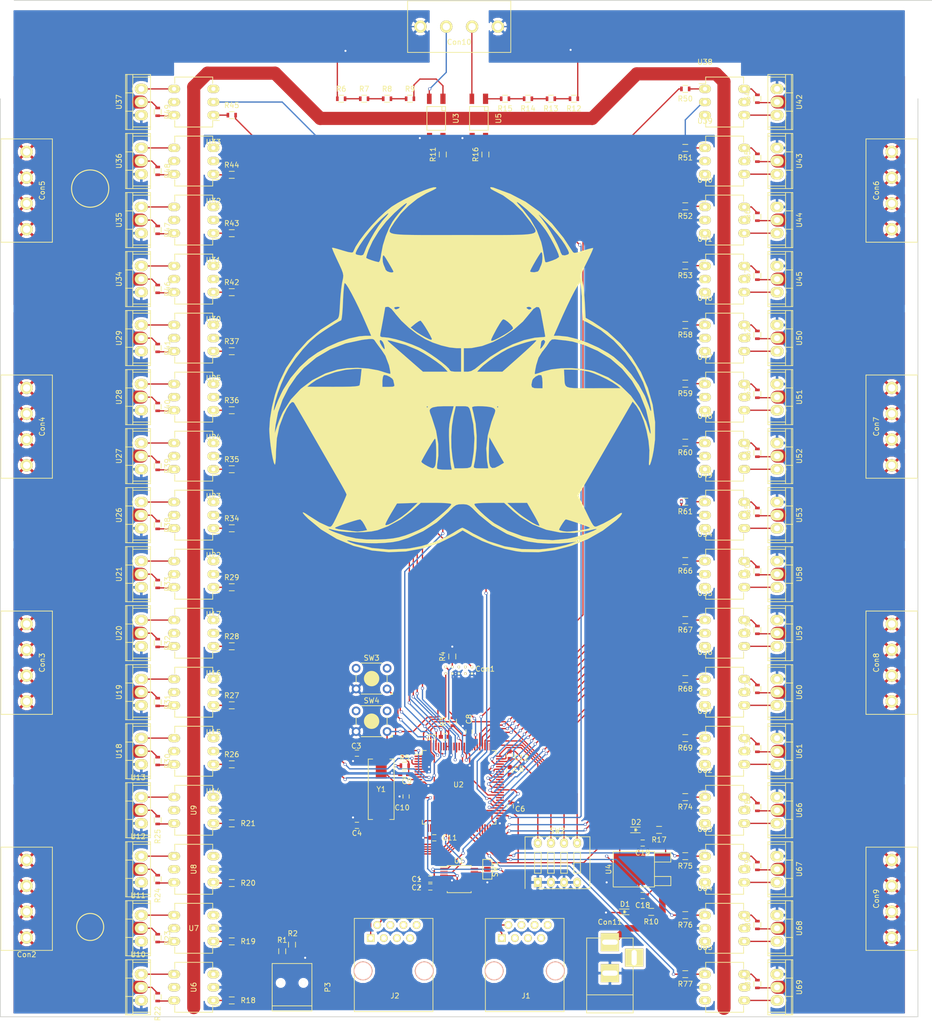
<source format=kicad_pcb>
(kicad_pcb (version 4) (host pcbnew 4.0.1-stable)
  (layers (0 F.Cu signal) (31 B.Cu signal) (34 B.Paste user) (35 F.Paste user) (36 B.SilkS user) (37 F.SilkS user) (38 B.Mask user) (39 F.Mask user) (44 Edge.Cuts user))
  (net 0 "")
  (net 1 +5V)
  (net 2 GND)
  (net 3 "Net-(C3-Pad1)")
  (net 4 "Net-(C4-Pad1)")
  (net 5 +3V3)
  (net 6 /Processor/RESET)
  (net 7 "Net-(Con1-Pad2)")
  (net 8 "Net-(Con1-Pad4)")
  (net 9 "Net-(Con1-Pad6)")
  (net 10 "Net-(Con1-Pad7)")
  (net 11 "Net-(Con1-Pad8)")
  (net 12 /Output1/LiveA)
  (net 13 /Output1/Live1)
  (net 14 /Output1/Live2)
  (net 15 /Output1/Live3)
  (net 16 /Output1/Live4)
  (net 17 /Output1/Live5)
  (net 18 /Output1/Live6)
  (net 19 /Output1/Live7)
  (net 20 /Output1/Live8)
  (net 21 /Output1/Live9)
  (net 22 /Output1/Live10)
  (net 23 /Output1/Live11)
  (net 24 /Output1/Live12)
  (net 25 /Output1/Live13)
  (net 26 /Output1/Live14)
  (net 27 /Output1/Live15)
  (net 28 /Output1/Live16)
  (net 29 /Power2/Live17)
  (net 30 /Power2/Live18)
  (net 31 /Power2/Live19)
  (net 32 /Power2/Live20)
  (net 33 /Power2/Live21)
  (net 34 /Power2/Live22)
  (net 35 /Power2/Live23)
  (net 36 /Power2/Live24)
  (net 37 /Power2/Live25)
  (net 38 /Power2/Live26)
  (net 39 /Power2/Live27)
  (net 40 /Power2/Live28)
  (net 41 /Power2/Live29)
  (net 42 /Power2/Live30)
  (net 43 /Power2/Live31)
  (net 44 /Power2/Live32)
  (net 45 "Net-(D1-Pad2)")
  (net 46 "Net-(D2-Pad2)")
  (net 47 "Net-(J1-Pad1)")
  (net 48 "Net-(J1-Pad2)")
  (net 49 "Net-(J1-Pad3)")
  (net 50 "Net-(J1-Pad4)")
  (net 51 "Net-(J1-Pad5)")
  (net 52 "Net-(J1-Pad6)")
  (net 53 "Net-(J1-Pad7)")
  (net 54 "Net-(J1-Pad8)")
  (net 55 "Net-(J2-Pad1)")
  (net 56 "Net-(J2-Pad2)")
  (net 57 "Net-(J2-Pad3)")
  (net 58 "Net-(J2-Pad4)")
  (net 59 "Net-(J2-Pad5)")
  (net 60 "Net-(J2-Pad6)")
  (net 61 "Net-(J2-Pad7)")
  (net 62 "Net-(J2-Pad8)")
  (net 63 "Net-(P3-Pad1)")
  (net 64 "Net-(P3-Pad2)")
  (net 65 "Net-(P3-Pad3)")
  (net 66 "Net-(R1-Pad2)")
  (net 67 "Net-(R2-Pad2)")
  (net 68 "Net-(R6-Pad2)")
  (net 69 "Net-(R7-Pad2)")
  (net 70 "Net-(R8-Pad2)")
  (net 71 "Net-(R9-Pad2)")
  (net 72 /Power/Zero_crossingA)
  (net 73 /Power/LiveB)
  (net 74 "Net-(R12-Pad2)")
  (net 75 "Net-(R13-Pad2)")
  (net 76 "Net-(R14-Pad2)")
  (net 77 "Net-(R15-Pad2)")
  (net 78 /Power/Zero_crossingB)
  (net 79 "Net-(R18-Pad1)")
  (net 80 /Output1/CH1)
  (net 81 "Net-(R19-Pad1)")
  (net 82 /Output1/CH2)
  (net 83 "Net-(R20-Pad1)")
  (net 84 /Output1/CH3)
  (net 85 "Net-(R21-Pad1)")
  (net 86 /Output1/CH4)
  (net 87 "Net-(R22-Pad2)")
  (net 88 "Net-(R23-Pad2)")
  (net 89 "Net-(R24-Pad2)")
  (net 90 "Net-(R25-Pad2)")
  (net 91 "Net-(R26-Pad1)")
  (net 92 /Output1/CH5)
  (net 93 "Net-(R27-Pad1)")
  (net 94 /Output1/CH6)
  (net 95 "Net-(R28-Pad1)")
  (net 96 /Output1/CH7)
  (net 97 "Net-(R29-Pad1)")
  (net 98 /Output1/CH8)
  (net 99 "Net-(R30-Pad2)")
  (net 100 "Net-(R31-Pad2)")
  (net 101 "Net-(R32-Pad2)")
  (net 102 "Net-(R33-Pad2)")
  (net 103 "Net-(R34-Pad1)")
  (net 104 /Output1/CH9)
  (net 105 "Net-(R35-Pad1)")
  (net 106 /Output1/CH10)
  (net 107 "Net-(R36-Pad1)")
  (net 108 /Output1/CH11)
  (net 109 "Net-(R37-Pad1)")
  (net 110 /Output1/CH12)
  (net 111 "Net-(R38-Pad2)")
  (net 112 "Net-(R39-Pad2)")
  (net 113 "Net-(R40-Pad2)")
  (net 114 "Net-(R41-Pad2)")
  (net 115 "Net-(R42-Pad1)")
  (net 116 /Output1/CH13)
  (net 117 "Net-(R43-Pad1)")
  (net 118 /Output1/CH14)
  (net 119 "Net-(R44-Pad1)")
  (net 120 /Output1/CH15)
  (net 121 "Net-(R45-Pad1)")
  (net 122 /Output1/CH16)
  (net 123 "Net-(R46-Pad2)")
  (net 124 "Net-(R47-Pad2)")
  (net 125 "Net-(R48-Pad2)")
  (net 126 "Net-(R49-Pad2)")
  (net 127 "Net-(R50-Pad1)")
  (net 128 /Power2/CH17)
  (net 129 "Net-(R51-Pad1)")
  (net 130 /Power2/CH18)
  (net 131 "Net-(R52-Pad1)")
  (net 132 /Power2/CH19)
  (net 133 "Net-(R53-Pad1)")
  (net 134 "Net-(R54-Pad2)")
  (net 135 "Net-(R55-Pad2)")
  (net 136 "Net-(R56-Pad2)")
  (net 137 "Net-(R57-Pad2)")
  (net 138 "Net-(R58-Pad1)")
  (net 139 /Power2/CH21)
  (net 140 "Net-(R59-Pad1)")
  (net 141 /Power2/CH22)
  (net 142 "Net-(R60-Pad1)")
  (net 143 /Power2/CH23)
  (net 144 "Net-(R61-Pad1)")
  (net 145 /Power2/CH24)
  (net 146 "Net-(R62-Pad2)")
  (net 147 "Net-(R63-Pad2)")
  (net 148 "Net-(R64-Pad2)")
  (net 149 "Net-(R65-Pad2)")
  (net 150 "Net-(R66-Pad1)")
  (net 151 /Power2/CH25)
  (net 152 "Net-(R67-Pad1)")
  (net 153 /Power2/CH26)
  (net 154 "Net-(R68-Pad1)")
  (net 155 /Power2/CH27)
  (net 156 "Net-(R69-Pad1)")
  (net 157 /Power2/CH28)
  (net 158 "Net-(R70-Pad2)")
  (net 159 "Net-(R71-Pad2)")
  (net 160 "Net-(R72-Pad2)")
  (net 161 "Net-(R73-Pad2)")
  (net 162 "Net-(R74-Pad1)")
  (net 163 /Power2/CH29)
  (net 164 "Net-(R75-Pad1)")
  (net 165 /Power2/CH30)
  (net 166 "Net-(R76-Pad1)")
  (net 167 /Power2/CH31)
  (net 168 "Net-(R77-Pad1)")
  (net 169 /Power2/CH32)
  (net 170 "Net-(R78-Pad2)")
  (net 171 "Net-(R79-Pad2)")
  (net 172 "Net-(R80-Pad2)")
  (net 173 "Net-(R81-Pad2)")
  (net 174 "Net-(SW1-Pad2)")
  (net 175 "Net-(SW2-Pad8)")
  (net 176 "Net-(SW2-Pad7)")
  (net 177 "Net-(SW2-Pad6)")
  (net 178 "Net-(SW2-Pad5)")
  (net 179 "Net-(SW3-Pad1)")
  (net 180 /Front-End/TX_ENABLE)
  (net 181 /Front-End/RX_ENABLE)
  (net 182 /Front-End/RX)
  (net 183 "Net-(U2-Pad2)")
  (net 184 "Net-(U2-Pad3)")
  (net 185 "Net-(U2-Pad6)")
  (net 186 "Net-(U2-Pad15)")
  (net 187 "Net-(U2-Pad16)")
  (net 188 "Net-(U2-Pad19)")
  (net 189 "Net-(U2-Pad21)")
  (net 190 "Net-(U2-Pad24)")
  (net 191 "Net-(U2-Pad25)")
  (net 192 "Net-(U2-Pad26)")
  (net 193 "Net-(U2-Pad27)")
  (net 194 "Net-(U2-Pad31)")
  (net 195 "Net-(U2-Pad32)")
  (net 196 "Net-(U2-Pad36)")
  (net 197 "Net-(U2-Pad37)")
  (net 198 "Net-(U2-Pad40)")
  (net 199 "Net-(U2-Pad41)")
  (net 200 "Net-(U2-Pad44)")
  (net 201 "Net-(U2-Pad45)")
  (net 202 "Net-(U2-Pad49)")
  (net 203 "Net-(U2-Pad50)")
  (net 204 "Net-(U2-Pad51)")
  (net 205 "Net-(U2-Pad58)")
  (net 206 "Net-(U2-Pad59)")
  (net 207 "Net-(U2-Pad64)")
  (net 208 "Net-(U2-Pad66)")
  (net 209 "Net-(U2-Pad68)")
  (net 210 "Net-(U2-Pad69)")
  (net 211 "Net-(U2-Pad81)")
  (net 212 "Net-(U2-Pad83)")
  (net 213 "Net-(U2-Pad88)")
  (net 214 "Net-(U2-Pad90)")
  (net 215 "Net-(U2-Pad94)")
  (net 216 "Net-(U2-Pad95)")
  (net 217 /Power/NeutralA)
  (net 218 /Power/NeutralB)
  (net 219 "Net-(U6-Pad3)")
  (net 220 "Net-(U6-Pad5)")
  (net 221 "Net-(U7-Pad3)")
  (net 222 "Net-(U7-Pad5)")
  (net 223 "Net-(U8-Pad3)")
  (net 224 "Net-(U8-Pad5)")
  (net 225 "Net-(U9-Pad3)")
  (net 226 "Net-(U9-Pad5)")
  (net 227 "Net-(U14-Pad3)")
  (net 228 "Net-(U14-Pad4)")
  (net 229 "Net-(U14-Pad5)")
  (net 230 "Net-(U15-Pad3)")
  (net 231 "Net-(U15-Pad4)")
  (net 232 "Net-(U15-Pad5)")
  (net 233 "Net-(U16-Pad3)")
  (net 234 "Net-(U16-Pad4)")
  (net 235 "Net-(U16-Pad5)")
  (net 236 "Net-(U17-Pad3)")
  (net 237 "Net-(U17-Pad4)")
  (net 238 "Net-(U17-Pad5)")
  (net 239 "Net-(U22-Pad3)")
  (net 240 "Net-(U22-Pad4)")
  (net 241 "Net-(U22-Pad5)")
  (net 242 "Net-(U23-Pad3)")
  (net 243 "Net-(U23-Pad4)")
  (net 244 "Net-(U23-Pad5)")
  (net 245 "Net-(U24-Pad3)")
  (net 246 "Net-(U24-Pad4)")
  (net 247 "Net-(U24-Pad5)")
  (net 248 "Net-(U25-Pad3)")
  (net 249 "Net-(U25-Pad4)")
  (net 250 "Net-(U25-Pad5)")
  (net 251 "Net-(U30-Pad3)")
  (net 252 "Net-(U30-Pad4)")
  (net 253 "Net-(U30-Pad5)")
  (net 254 "Net-(U31-Pad3)")
  (net 255 "Net-(U31-Pad4)")
  (net 256 "Net-(U31-Pad5)")
  (net 257 "Net-(U32-Pad3)")
  (net 258 "Net-(U32-Pad4)")
  (net 259 "Net-(U32-Pad5)")
  (net 260 "Net-(U33-Pad3)")
  (net 261 "Net-(U33-Pad4)")
  (net 262 "Net-(U33-Pad5)")
  (net 263 "Net-(U38-Pad3)")
  (net 264 "Net-(U38-Pad4)")
  (net 265 "Net-(U38-Pad5)")
  (net 266 "Net-(U39-Pad3)")
  (net 267 "Net-(U39-Pad4)")
  (net 268 "Net-(U39-Pad5)")
  (net 269 "Net-(U40-Pad3)")
  (net 270 "Net-(U40-Pad4)")
  (net 271 "Net-(U40-Pad5)")
  (net 272 "Net-(U41-Pad3)")
  (net 273 "Net-(U41-Pad4)")
  (net 274 "Net-(U41-Pad5)")
  (net 275 "Net-(U46-Pad3)")
  (net 276 "Net-(U46-Pad4)")
  (net 277 "Net-(U46-Pad5)")
  (net 278 "Net-(U47-Pad3)")
  (net 279 "Net-(U47-Pad4)")
  (net 280 "Net-(U47-Pad5)")
  (net 281 "Net-(U48-Pad3)")
  (net 282 "Net-(U48-Pad4)")
  (net 283 "Net-(U48-Pad5)")
  (net 284 "Net-(U49-Pad3)")
  (net 285 "Net-(U49-Pad4)")
  (net 286 "Net-(U49-Pad5)")
  (net 287 "Net-(U54-Pad3)")
  (net 288 "Net-(U54-Pad4)")
  (net 289 "Net-(U54-Pad5)")
  (net 290 "Net-(U55-Pad3)")
  (net 291 "Net-(U55-Pad4)")
  (net 292 "Net-(U55-Pad5)")
  (net 293 "Net-(U56-Pad3)")
  (net 294 "Net-(U56-Pad4)")
  (net 295 "Net-(U56-Pad5)")
  (net 296 "Net-(U57-Pad3)")
  (net 297 "Net-(U57-Pad4)")
  (net 298 "Net-(U57-Pad5)")
  (net 299 "Net-(U62-Pad3)")
  (net 300 "Net-(U62-Pad4)")
  (net 301 "Net-(U62-Pad5)")
  (net 302 "Net-(U63-Pad3)")
  (net 303 "Net-(U63-Pad4)")
  (net 304 "Net-(U63-Pad5)")
  (net 305 "Net-(U64-Pad3)")
  (net 306 "Net-(U64-Pad4)")
  (net 307 "Net-(U64-Pad5)")
  (net 308 "Net-(U65-Pad3)")
  (net 309 "Net-(U65-Pad4)")
  (net 310 "Net-(U65-Pad5)")
  (net 311 "Net-(U10-Pad3)")
  (net 312 "Net-(U11-Pad3)")
  (net 313 "Net-(U12-Pad3)")
  (net 314 "Net-(U13-Pad3)")
  (net 315 "Net-(Con11-Pad3)")
  (net 316 /Power2/CH20)
  (module Housings_SSOP:TSSOP-14_4.4x5mm_Pitch0.65mm (layer F.Cu) (at 152.4 211.455)
    (fp_text reference U1 (at 0 -3.55) (layer F.SilkS))
    (fp_text value MAX13450E)
    (pad 1 smd rect (at -2.95 -1.95) (size 1.45 0.45) (layers F.Cu F.Paste F.Mask) (net 180 /Front-End/TX_ENABLE))
    (pad 2 smd rect (at -2.95 -1.3) (size 1.45 0.45) (layers F.Cu F.Paste F.Mask) (net 181 /Front-End/RX_ENABLE))
    (pad 3 smd rect (at -2.95 -0.65) (size 1.45 0.45) (layers F.Cu F.Paste F.Mask) (net 182 /Front-End/RX))
    (pad 4 smd rect (at -2.95 0) (size 1.45 0.45) (layers F.Cu F.Paste F.Mask) (net 1 +5V))
    (pad 5 smd rect (at -2.95 0.65) (size 1.45 0.45) (layers F.Cu F.Paste F.Mask) (net 2 GND))
    (pad 6 smd rect (at -2.95 1.3) (size 1.45 0.45) (layers F.Cu F.Paste F.Mask) (net 1 +5V))
    (pad 7 smd rect (at -2.95 1.95) (size 1.45 0.45) (layers F.Cu F.Paste F.Mask) (net 182 /Front-End/RX))
    (pad 8 smd rect (at 2.95 1.95) (size 1.45 0.45) (layers F.Cu F.Paste F.Mask) (net 48 "Net-(J1-Pad2)"))
    (pad 9 smd rect (at 2.95 1.3) (size 1.45 0.45) (layers F.Cu F.Paste F.Mask) (net 47 "Net-(J1-Pad1)"))
    (pad 10 smd rect (at 2.95 0.65) (size 1.45 0.45) (layers F.Cu F.Paste F.Mask) (net 56 "Net-(J2-Pad2)"))
    (pad 11 smd rect (at 2.95 0) (size 1.45 0.45) (layers F.Cu F.Paste F.Mask) (net 2 GND))
    (pad 12 smd rect (at 2.95 -0.65) (size 1.45 0.45) (layers F.Cu F.Paste F.Mask) (net 55 "Net-(J2-Pad1)"))
    (pad 13 smd rect (at 2.95 -1.3) (size 1.45 0.45) (layers F.Cu F.Paste F.Mask) (net 2 GND))
    (pad 14 smd rect (at 2.95 -1.95) (size 1.45 0.45) (layers F.Cu F.Paste F.Mask) (net 174 "Net-(SW1-Pad2)"))
  )
  (module Components:Cortex-10-SWD (layer F.Cu) (at 152.3365 171.0055 90)
    (fp_text reference Con1 (at 0.254 5.08 180) (layer F.SilkS))
    (fp_text value Cortex-10-SWD)
    (pad 1 thru_hole circle (at -0.635 -2.54 90) (size 0.5 0.5) (drill 0.25) (layers *.Cu *.Mask F.SilkS) (net 5 +3V3))
    (pad 2 thru_hole circle (at 0.635 -2.54 90) (size 0.5 0.5) (drill 0.25) (layers *.Cu *.Mask F.SilkS) (net 7 "Net-(Con1-Pad2)"))
    (pad 3 thru_hole circle (at -0.635 -1.27 90) (size 0.5 0.5) (drill 0.25) (layers *.Cu *.Mask F.SilkS) (net 2 GND))
    (pad 4 thru_hole circle (at 0.635 -1.27 90) (size 0.5 0.5) (drill 0.25) (layers *.Cu *.Mask F.SilkS) (net 8 "Net-(Con1-Pad4)"))
    (pad 5 thru_hole circle (at -0.635 0 90) (size 0.5 0.5) (drill 0.25) (layers *.Cu *.Mask F.SilkS) (net 2 GND))
    (pad 6 thru_hole circle (at 0.635 0 90) (size 0.5 0.5) (drill 0.25) (layers *.Cu *.Mask F.SilkS) (net 9 "Net-(Con1-Pad6)"))
    (pad 7 thru_hole circle (at -0.635 1.27 90) (size 0.5 0.5) (drill 0.25) (layers *.Cu *.Mask F.SilkS) (net 10 "Net-(Con1-Pad7)"))
    (pad 8 thru_hole circle (at 0.635 1.27 90) (size 0.5 0.5) (drill 0.25) (layers *.Cu *.Mask F.SilkS) (net 11 "Net-(Con1-Pad8)"))
    (pad 9 thru_hole circle (at -0.635 2.54 90) (size 0.5 0.5) (drill 0.25) (layers *.Cu *.Mask F.SilkS) (net 2 GND))
    (pad 10 thru_hole circle (at 0.635 2.54 90) (size 0.5 0.5) (drill 0.25) (layers *.Cu *.Mask F.SilkS) (net 6 /Processor/RESET))
  )
  (module Housings_QFP:LQFP-100_14x14mm_Pitch0.5mm (layer F.Cu) (at 152.4 193.675)
    (fp_text reference U2 (at -0.127 -0.508) (layer F.SilkS))
    (fp_text value LPC11U68JBD100E)
    (pad 1 smd rect (at -7.9 -6) (size 1.5 0.28) (layers F.Cu F.Paste F.Mask) (net 178 "Net-(SW2-Pad5)"))
    (pad 2 smd rect (at -7.9 -5.5) (size 1.5 0.28) (layers F.Cu F.Paste F.Mask) (net 183 "Net-(U2-Pad2)"))
    (pad 3 smd rect (at -7.9 -5) (size 1.5 0.28) (layers F.Cu F.Paste F.Mask) (net 184 "Net-(U2-Pad3)"))
    (pad 4 smd rect (at -7.9 -4.5) (size 1.5 0.28) (layers F.Cu F.Paste F.Mask) (net 106 /Output1/CH10))
    (pad 5 smd rect (at -7.9 -4) (size 1.5 0.28) (layers F.Cu F.Paste F.Mask) (net 2 GND))
    (pad 6 smd rect (at -7.9 -3.5) (size 1.5 0.28) (layers F.Cu F.Paste F.Mask) (net 185 "Net-(U2-Pad6)"))
    (pad 7 smd rect (at -7.9 -3) (size 1.5 0.28) (layers F.Cu F.Paste F.Mask) (net 2 GND))
    (pad 8 smd rect (at -7.9 -2.5) (size 1.5 0.28) (layers F.Cu F.Paste F.Mask) (net 6 /Processor/RESET))
    (pad 9 smd rect (at -7.9 -2) (size 1.5 0.28) (layers F.Cu F.Paste F.Mask) (net 179 "Net-(SW3-Pad1)"))
    (pad 10 smd rect (at -7.9 -1.5) (size 1.5 0.28) (layers F.Cu F.Paste F.Mask) (net 104 /Output1/CH9))
    (pad 11 smd rect (at -7.9 -1) (size 1.5 0.28) (layers F.Cu F.Paste F.Mask) (net 2 GND))
    (pad 12 smd rect (at -7.9 -0.5) (size 1.5 0.28) (layers F.Cu F.Paste F.Mask) (net 3 "Net-(C3-Pad1)"))
    (pad 13 smd rect (at -7.9 0) (size 1.5 0.28) (layers F.Cu F.Paste F.Mask) (net 4 "Net-(C4-Pad1)"))
    (pad 14 smd rect (at -7.9 0.5) (size 1.5 0.28) (layers F.Cu F.Paste F.Mask) (net 5 +3V3))
    (pad 15 smd rect (at -7.9 1) (size 1.5 0.28) (layers F.Cu F.Paste F.Mask) (net 186 "Net-(U2-Pad15)"))
    (pad 16 smd rect (at -7.9 1.5) (size 1.5 0.28) (layers F.Cu F.Paste F.Mask) (net 187 "Net-(U2-Pad16)"))
    (pad 17 smd rect (at -7.9 2) (size 1.5 0.28) (layers F.Cu F.Paste F.Mask) (net 182 /Front-End/RX))
    (pad 18 smd rect (at -7.9 2.5) (size 1.5 0.28) (layers F.Cu F.Paste F.Mask) (net 98 /Output1/CH8))
    (pad 19 smd rect (at -7.9 3) (size 1.5 0.28) (layers F.Cu F.Paste F.Mask) (net 188 "Net-(U2-Pad19)"))
    (pad 20 smd rect (at -7.9 3.5) (size 1.5 0.28) (layers F.Cu F.Paste F.Mask) (net 96 /Output1/CH7))
    (pad 21 smd rect (at -7.9 4) (size 1.5 0.28) (layers F.Cu F.Paste F.Mask) (net 189 "Net-(U2-Pad21)"))
    (pad 22 smd rect (at -7.9 4.5) (size 1.5 0.28) (layers F.Cu F.Paste F.Mask) (net 94 /Output1/CH6))
    (pad 23 smd rect (at -7.9 5) (size 1.5 0.28) (layers F.Cu F.Paste F.Mask) (net 92 /Output1/CH5))
    (pad 24 smd rect (at -7.9 5.5) (size 1.5 0.28) (layers F.Cu F.Paste F.Mask) (net 190 "Net-(U2-Pad24)"))
    (pad 25 smd rect (at -7.9 6) (size 1.5 0.28) (layers F.Cu F.Paste F.Mask) (net 191 "Net-(U2-Pad25)"))
    (pad 26 smd rect (at -6 7.9 90) (size 1.5 0.28) (layers F.Cu F.Paste F.Mask) (net 192 "Net-(U2-Pad26)"))
    (pad 27 smd rect (at -5.5 7.9 90) (size 1.5 0.28) (layers F.Cu F.Paste F.Mask) (net 193 "Net-(U2-Pad27)"))
    (pad 28 smd rect (at -5 7.9 90) (size 1.5 0.28) (layers F.Cu F.Paste F.Mask) (net 86 /Output1/CH4))
    (pad 29 smd rect (at -4.5 7.9 90) (size 1.5 0.28) (layers F.Cu F.Paste F.Mask) (net 84 /Output1/CH3))
    (pad 30 smd rect (at -4 7.9 90) (size 1.5 0.28) (layers F.Cu F.Paste F.Mask) (net 5 +3V3))
    (pad 31 smd rect (at -3.5 7.9 90) (size 1.5 0.28) (layers F.Cu F.Paste F.Mask) (net 194 "Net-(U2-Pad31)"))
    (pad 32 smd rect (at -3 7.9 90) (size 1.5 0.28) (layers F.Cu F.Paste F.Mask) (net 195 "Net-(U2-Pad32)"))
    (pad 33 smd rect (at -2.5 7.9 90) (size 1.5 0.28) (layers F.Cu F.Paste F.Mask) (net 181 /Front-End/RX_ENABLE))
    (pad 34 smd rect (at -2 7.9 90) (size 1.5 0.28) (layers F.Cu F.Paste F.Mask) (net 82 /Output1/CH2))
    (pad 35 smd rect (at -1.5 7.9 90) (size 1.5 0.28) (layers F.Cu F.Paste F.Mask) (net 80 /Output1/CH1))
    (pad 36 smd rect (at -1 7.9 90) (size 1.5 0.28) (layers F.Cu F.Paste F.Mask) (net 196 "Net-(U2-Pad36)"))
    (pad 37 smd rect (at -0.5 7.9 90) (size 1.5 0.28) (layers F.Cu F.Paste F.Mask) (net 197 "Net-(U2-Pad37)"))
    (pad 38 smd rect (at 0 7.9 90) (size 1.5 0.28) (layers F.Cu F.Paste F.Mask) (net 67 "Net-(R2-Pad2)"))
    (pad 39 smd rect (at 0.5 7.9 90) (size 1.5 0.28) (layers F.Cu F.Paste F.Mask) (net 66 "Net-(R1-Pad2)"))
    (pad 40 smd rect (at 1 7.9 90) (size 1.5 0.28) (layers F.Cu F.Paste F.Mask) (net 198 "Net-(U2-Pad40)"))
    (pad 41 smd rect (at 1.5 7.9 90) (size 1.5 0.28) (layers F.Cu F.Paste F.Mask) (net 199 "Net-(U2-Pad41)"))
    (pad 42 smd rect (at 2 7.9 90) (size 1.5 0.28) (layers F.Cu F.Paste F.Mask) (net 169 /Power2/CH32))
    (pad 43 smd rect (at 2.5 7.9 90) (size 1.5 0.28) (layers F.Cu F.Paste F.Mask) (net 167 /Power2/CH31))
    (pad 44 smd rect (at 3 7.9 90) (size 1.5 0.28) (layers F.Cu F.Paste F.Mask) (net 200 "Net-(U2-Pad44)"))
    (pad 45 smd rect (at 3.5 7.9 90) (size 1.5 0.28) (layers F.Cu F.Paste F.Mask) (net 201 "Net-(U2-Pad45)"))
    (pad 46 smd rect (at 4 7.9 90) (size 1.5 0.28) (layers F.Cu F.Paste F.Mask) (net 165 /Power2/CH30))
    (pad 47 smd rect (at 4.5 7.9 90) (size 1.5 0.28) (layers F.Cu F.Paste F.Mask) (net 163 /Power2/CH29))
    (pad 48 smd rect (at 5 7.9 90) (size 1.5 0.28) (layers F.Cu F.Paste F.Mask) (net 157 /Power2/CH28))
    (pad 49 smd rect (at 5.5 7.9 90) (size 1.5 0.28) (layers F.Cu F.Paste F.Mask) (net 202 "Net-(U2-Pad49)"))
    (pad 50 smd rect (at 6 7.9 90) (size 1.5 0.28) (layers F.Cu F.Paste F.Mask) (net 203 "Net-(U2-Pad50)"))
    (pad 51 smd rect (at 7.9 6) (size 1.5 0.28) (layers F.Cu F.Paste F.Mask) (net 204 "Net-(U2-Pad51)"))
    (pad 52 smd rect (at 7.9 5.5) (size 1.5 0.28) (layers F.Cu F.Paste F.Mask) (net 78 /Power/Zero_crossingB))
    (pad 53 smd rect (at 7.9 5) (size 1.5 0.28) (layers F.Cu F.Paste F.Mask) (net 2 GND))
    (pad 54 smd rect (at 7.9 4.5) (size 1.5 0.28) (layers F.Cu F.Paste F.Mask) (net 5 +3V3))
    (pad 55 smd rect (at 7.9 4) (size 1.5 0.28) (layers F.Cu F.Paste F.Mask) (net 155 /Power2/CH27))
    (pad 56 smd rect (at 7.9 3.5) (size 1.5 0.28) (layers F.Cu F.Paste F.Mask) (net 153 /Power2/CH26))
    (pad 57 smd rect (at 7.9 3) (size 1.5 0.28) (layers F.Cu F.Paste F.Mask) (net 72 /Power/Zero_crossingA))
    (pad 58 smd rect (at 7.9 2.5) (size 1.5 0.28) (layers F.Cu F.Paste F.Mask) (net 205 "Net-(U2-Pad58)"))
    (pad 59 smd rect (at 7.9 2) (size 1.5 0.28) (layers F.Cu F.Paste F.Mask) (net 206 "Net-(U2-Pad59)"))
    (pad 60 smd rect (at 7.9 1.5) (size 1.5 0.28) (layers F.Cu F.Paste F.Mask) (net 8 "Net-(Con1-Pad4)"))
    (pad 61 smd rect (at 7.9 1) (size 1.5 0.28) (layers F.Cu F.Paste F.Mask) (net 151 /Power2/CH25))
    (pad 62 smd rect (at 7.9 0.5) (size 1.5 0.28) (layers F.Cu F.Paste F.Mask) (net 180 /Front-End/TX_ENABLE))
    (pad 63 smd rect (at 7.9 0) (size 1.5 0.28) (layers F.Cu F.Paste F.Mask) (net 145 /Power2/CH24))
    (pad 64 smd rect (at 7.9 -0.5) (size 1.5 0.28) (layers F.Cu F.Paste F.Mask) (net 207 "Net-(U2-Pad64)"))
    (pad 65 smd rect (at 7.9 -1) (size 1.5 0.28) (layers F.Cu F.Paste F.Mask) (net 143 /Power2/CH23))
    (pad 66 smd rect (at 7.9 -1.5) (size 1.5 0.28) (layers F.Cu F.Paste F.Mask) (net 208 "Net-(U2-Pad66)"))
    (pad 67 smd rect (at 7.9 -2) (size 1.5 0.28) (layers F.Cu F.Paste F.Mask) (net 141 /Power2/CH22))
    (pad 68 smd rect (at 7.9 -2.5) (size 1.5 0.28) (layers F.Cu F.Paste F.Mask) (net 209 "Net-(U2-Pad68)"))
    (pad 69 smd rect (at 7.9 -3) (size 1.5 0.28) (layers F.Cu F.Paste F.Mask) (net 210 "Net-(U2-Pad69)"))
    (pad 70 smd rect (at 7.9 -3.5) (size 1.5 0.28) (layers F.Cu F.Paste F.Mask) (net 2 GND))
    (pad 71 smd rect (at 7.9 -4) (size 1.5 0.28) (layers F.Cu F.Paste F.Mask) (net 5 +3V3))
    (pad 72 smd rect (at 7.9 -4.5) (size 1.5 0.28) (layers F.Cu F.Paste F.Mask) (net 139 /Power2/CH21))
    (pad 73 smd rect (at 7.9 -5) (size 1.5 0.28) (layers F.Cu F.Paste F.Mask) (net 5 +3V3))
    (pad 74 smd rect (at 7.9 -5.5) (size 1.5 0.28) (layers F.Cu F.Paste F.Mask) (net 2 GND))
    (pad 75 smd rect (at 7.9 -6) (size 1.5 0.28) (layers F.Cu F.Paste F.Mask) (net 175 "Net-(SW2-Pad8)"))
    (pad 76 smd rect (at 6 -7.9 90) (size 1.5 0.28) (layers F.Cu F.Paste F.Mask) (net 176 "Net-(SW2-Pad7)"))
    (pad 77 smd rect (at 5.5 -7.9 90) (size 1.5 0.28) (layers F.Cu F.Paste F.Mask) (net 177 "Net-(SW2-Pad6)"))
    (pad 78 smd rect (at 5 -7.9 90) (size 1.5 0.28) (layers F.Cu F.Paste F.Mask) (net 316 /Power2/CH20))
    (pad 79 smd rect (at 4.5 -7.9 90) (size 1.5 0.28) (layers F.Cu F.Paste F.Mask) (net 132 /Power2/CH19))
    (pad 80 smd rect (at 4 -7.9 90) (size 1.5 0.28) (layers F.Cu F.Paste F.Mask) (net 130 /Power2/CH18))
    (pad 81 smd rect (at 3.5 -7.9 90) (size 1.5 0.28) (layers F.Cu F.Paste F.Mask) (net 211 "Net-(U2-Pad81)"))
    (pad 82 smd rect (at 3 -7.9 90) (size 1.5 0.28) (layers F.Cu F.Paste F.Mask) (net 7 "Net-(Con1-Pad2)"))
    (pad 83 smd rect (at 2.5 -7.9 90) (size 1.5 0.28) (layers F.Cu F.Paste F.Mask) (net 212 "Net-(U2-Pad83)"))
    (pad 84 smd rect (at 2 -7.9 90) (size 1.5 0.28) (layers F.Cu F.Paste F.Mask) (net 5 +3V3))
    (pad 85 smd rect (at 1.5 -7.9 90) (size 1.5 0.28) (layers F.Cu F.Paste F.Mask) (net 2 GND))
    (pad 86 smd rect (at 1 -7.9 90) (size 1.5 0.28) (layers F.Cu F.Paste F.Mask) (net 128 /Power2/CH17))
    (pad 87 smd rect (at 0.5 -7.9 90) (size 1.5 0.28) (layers F.Cu F.Paste F.Mask) (net 122 /Output1/CH16))
    (pad 88 smd rect (at 0 -7.9 90) (size 1.5 0.28) (layers F.Cu F.Paste F.Mask) (net 213 "Net-(U2-Pad88)"))
    (pad 89 smd rect (at -0.5 -7.9 90) (size 1.5 0.28) (layers F.Cu F.Paste F.Mask) (net 120 /Output1/CH15))
    (pad 90 smd rect (at -1 -7.9 90) (size 1.5 0.28) (layers F.Cu F.Paste F.Mask) (net 214 "Net-(U2-Pad90)"))
    (pad 91 smd rect (at -1.5 -7.9 90) (size 1.5 0.28) (layers F.Cu F.Paste F.Mask) (net 2 GND))
    (pad 92 smd rect (at -2 -7.9 90) (size 1.5 0.28) (layers F.Cu F.Paste F.Mask) (net 5 +3V3))
    (pad 93 smd rect (at -2.5 -7.9 90) (size 1.5 0.28) (layers F.Cu F.Paste F.Mask) (net 5 +3V3))
    (pad 94 smd rect (at -3 -7.9 90) (size 1.5 0.28) (layers F.Cu F.Paste F.Mask) (net 215 "Net-(U2-Pad94)"))
    (pad 95 smd rect (at -3.5 -7.9 90) (size 1.5 0.28) (layers F.Cu F.Paste F.Mask) (net 216 "Net-(U2-Pad95)"))
    (pad 96 smd rect (at -4 -7.9 90) (size 1.5 0.28) (layers F.Cu F.Paste F.Mask) (net 118 /Output1/CH14))
    (pad 97 smd rect (at -4.5 -7.9 90) (size 1.5 0.28) (layers F.Cu F.Paste F.Mask) (net 116 /Output1/CH13))
    (pad 98 smd rect (at -5 -7.9 90) (size 1.5 0.28) (layers F.Cu F.Paste F.Mask) (net 110 /Output1/CH12))
    (pad 99 smd rect (at -5.5 -7.9 90) (size 1.5 0.28) (layers F.Cu F.Paste F.Mask) (net 5 +3V3))
    (pad 100 smd rect (at -6 -7.9 90) (size 1.5 0.28) (layers F.Cu F.Paste F.Mask) (net 108 /Output1/CH11))
  )
  (module Resistors_SMD:R_0603 (layer F.Cu) (at 151.0665 168.3385 90)
    (fp_text reference R4 (at 0 -1.9 90) (layer F.SilkS))
    (fp_text value 10k)
    (pad 1 smd rect (at -0.75 0 90) (size 0.5 0.9) (layers F.Cu F.Paste F.Mask) (net 8 "Net-(Con1-Pad4)"))
    (pad 2 smd rect (at 0.75 0 90) (size 0.5 0.9) (layers F.Cu F.Paste F.Mask) (net 2 GND))
  )
  (module Resistors_SMD:R_0603 (layer F.Cu) (at 108.331 200.66)
    (fp_text reference R21 (at 3.175 0) (layer F.SilkS))
    (fp_text value 200R)
    (pad 1 smd rect (at -0.75 0) (size 0.5 0.9) (layers F.Cu F.Paste F.Mask) (net 85 "Net-(R21-Pad1)"))
    (pad 2 smd rect (at 0.75 0) (size 0.5 0.9) (layers F.Cu F.Paste F.Mask) (net 86 /Output1/CH4))
  )
  (module Opto-Devices:Optocoupler_SMD_HandSoldering_KPC357_LTV35x_PC357_SingleChannel (layer F.Cu) (at 156.21 64.135 270)
    (fp_text reference U5 (at 0 -3.81 270) (layer F.SilkS))
    (fp_text value LTV-354T*)
    (pad 2 smd rect (at -3.79984 1.34874 270) (size 1.99898 0.89916) (layers F.Cu F.Paste F.Mask) (net 218 /Power/NeutralB))
    (pad 1 smd rect (at -3.79984 -1.30048 270) (size 1.99898 1.00076) (layers F.Cu F.Paste F.Mask) (net 77 "Net-(R15-Pad2)"))
    (pad 4 smd rect (at 3.79984 -1.30048 270) (size 1.99898 1.00076) (layers F.Cu F.Paste F.Mask) (net 78 /Power/Zero_crossingB))
    (pad 3 smd rect (at 3.79984 1.30048 270) (size 1.99898 1.00076) (layers F.Cu F.Paste F.Mask) (net 2 GND))
  )
  (module Resistors_SMD:R_0603 (layer F.Cu) (at 93.98 85.725 270)
    (fp_text reference R47 (at 0 -1.9 270) (layer F.SilkS))
    (fp_text value 180R)
    (pad 1 smd rect (at -0.75 0 270) (size 0.5 0.9) (layers F.Cu F.Paste F.Mask) (net 26 /Output1/Live14))
    (pad 2 smd rect (at 0.75 0 270) (size 0.5 0.9) (layers F.Cu F.Paste F.Mask) (net 124 "Net-(R47-Pad2)"))
  )
  (module Power_Integrations:TO-220 (layer F.Cu) (at 90.805 220.98 90)
    (fp_text reference U11 (at 6.35 -0.635 180) (layer F.SilkS))
    (fp_text value BTA20)
    (pad 2 thru_hole oval (at 0 0 90) (size 2.032 2.54) (drill 1.143) (layers *.Cu *.Mask F.SilkS) (net 14 /Output1/Live2))
    (pad 3 thru_hole oval (at 2.54 0 90) (size 2.032 2.54) (drill 1.143) (layers *.Cu *.Mask F.SilkS) (net 312 "Net-(U11-Pad3)"))
    (pad 1 thru_hole oval (at -2.54 0 90) (size 2.032 2.54) (drill 1.143) (layers *.Cu *.Mask F.SilkS) (net 12 /Output1/LiveA))
  )
  (module Housings_DIP:DIP-6_W7.62mm_LongPads (layer F.Cu) (at 104.775 189.23 180)
    (fp_text reference U14 (at 0 -5.22 180) (layer F.SilkS))
    (fp_text value AN-3003)
    (pad 1 thru_hole oval (at 0 0 180) (size 2.3 1.6) (drill 0.8) (layers *.Cu *.Mask F.SilkS) (net 91 "Net-(R26-Pad1)"))
    (pad 2 thru_hole oval (at 0 2.54 180) (size 2.3 1.6) (drill 0.8) (layers *.Cu *.Mask F.SilkS) (net 2 GND))
    (pad 3 thru_hole oval (at 0 5.08 180) (size 2.3 1.6) (drill 0.8) (layers *.Cu *.Mask F.SilkS) (net 227 "Net-(U14-Pad3)"))
    (pad 4 thru_hole oval (at 7.62 5.08 180) (size 2.3 1.6) (drill 0.8) (layers *.Cu *.Mask F.SilkS) (net 228 "Net-(U14-Pad4)"))
    (pad 5 thru_hole oval (at 7.62 2.54 180) (size 2.3 1.6) (drill 0.8) (layers *.Cu *.Mask F.SilkS) (net 229 "Net-(U14-Pad5)"))
    (pad 6 thru_hole oval (at 7.62 0 180) (size 2.3 1.6) (drill 0.8) (layers *.Cu *.Mask F.SilkS) (net 99 "Net-(R30-Pad2)"))
  )
  (module Housings_DIP:DIP-6_W7.62mm_LongPads (layer F.Cu) (at 104.775 234.95 180)
    (fp_text reference U6 (at 3.81 2.54 450) (layer F.SilkS))
    (fp_text value AN-3003)
    (pad 1 thru_hole oval (at 0 0 180) (size 2.3 1.6) (drill 0.8) (layers *.Cu *.Mask F.SilkS) (net 79 "Net-(R18-Pad1)"))
    (pad 2 thru_hole oval (at 0 2.54 180) (size 2.3 1.6) (drill 0.8) (layers *.Cu *.Mask F.SilkS) (net 2 GND))
    (pad 3 thru_hole oval (at 0 5.08 180) (size 2.3 1.6) (drill 0.8) (layers *.Cu *.Mask F.SilkS) (net 219 "Net-(U6-Pad3)"))
    (pad 4 thru_hole oval (at 7.62 5.08 180) (size 2.3 1.6) (drill 0.8) (layers *.Cu *.Mask F.SilkS) (net 311 "Net-(U10-Pad3)"))
    (pad 5 thru_hole oval (at 7.62 2.54 180) (size 2.3 1.6) (drill 0.8) (layers *.Cu *.Mask F.SilkS) (net 220 "Net-(U6-Pad5)"))
    (pad 6 thru_hole oval (at 7.62 0 180) (size 2.3 1.6) (drill 0.8) (layers *.Cu *.Mask F.SilkS) (net 87 "Net-(R22-Pad2)"))
  )
  (module Capacitors_SMD:C_0603 (layer F.Cu) (at 146.812 211.455 180)
    (fp_text reference C1 (at 2.667 0 180) (layer F.SilkS))
    (fp_text value 0.1uF)
    (pad 1 smd rect (at -0.75 0 180) (size 0.8 0.75) (layers F.Cu F.Paste F.Mask) (net 1 +5V))
    (pad 2 smd rect (at 0.75 0 180) (size 0.8 0.75) (layers F.Cu F.Paste F.Mask) (net 2 GND))
  )
  (module Capacitors_SMD:C_0603 (layer F.Cu) (at 146.812 212.979 180)
    (fp_text reference C2 (at 2.667 -0.127 180) (layer F.SilkS))
    (fp_text value 0.1uF)
    (pad 1 smd rect (at -0.75 0 180) (size 0.8 0.75) (layers F.Cu F.Paste F.Mask) (net 1 +5V))
    (pad 2 smd rect (at 0.75 0 180) (size 0.8 0.75) (layers F.Cu F.Paste F.Mask) (net 2 GND))
  )
  (module Capacitors_SMD:C_0603 (layer F.Cu) (at 132.588 187.071 180)
    (fp_text reference C3 (at 0.127 1.397 180) (layer F.SilkS))
    (fp_text value 18/39pf)
    (pad 1 smd rect (at -0.75 0 180) (size 0.8 0.75) (layers F.Cu F.Paste F.Mask) (net 3 "Net-(C3-Pad1)"))
    (pad 2 smd rect (at 0.75 0 180) (size 0.8 0.75) (layers F.Cu F.Paste F.Mask) (net 2 GND))
  )
  (module Capacitors_SMD:C_0603 (layer F.Cu) (at 132.588 201.041 180)
    (fp_text reference C4 (at 0 -1.524 180) (layer F.SilkS))
    (fp_text value 18/39pf)
    (pad 1 smd rect (at -0.75 0 180) (size 0.8 0.75) (layers F.Cu F.Paste F.Mask) (net 4 "Net-(C4-Pad1)"))
    (pad 2 smd rect (at 0.75 0 180) (size 0.8 0.75) (layers F.Cu F.Paste F.Mask) (net 2 GND))
  )
  (module Capacitors_SMD:C_0603 (layer F.Cu) (at 162.179 190.5 270)
    (fp_text reference C5 (at -0.381 -1.778 360) (layer F.SilkS))
    (fp_text value 0.01u)
    (pad 1 smd rect (at -0.75 0 270) (size 0.8 0.75) (layers F.Cu F.Paste F.Mask) (net 5 +3V3))
    (pad 2 smd rect (at 0.75 0 270) (size 0.8 0.75) (layers F.Cu F.Paste F.Mask) (net 2 GND))
  )
  (module Capacitors_SMD:C_0603 (layer F.Cu) (at 162.306 197.358 90)
    (fp_text reference C6 (at -0.508 1.905 180) (layer F.SilkS))
    (fp_text value 0.01u)
    (pad 1 smd rect (at -0.75 0 90) (size 0.8 0.75) (layers F.Cu F.Paste F.Mask) (net 5 +3V3))
    (pad 2 smd rect (at 0.75 0 90) (size 0.8 0.75) (layers F.Cu F.Paste F.Mask) (net 2 GND))
  )
  (module Capacitors_SMD:C_0603 (layer F.Cu) (at 149.606 183.896 180)
    (fp_text reference C7 (at 2.54 -0.127 180) (layer F.SilkS))
    (fp_text value 0.01u)
    (pad 1 smd rect (at -0.75 0 180) (size 0.8 0.75) (layers F.Cu F.Paste F.Mask) (net 5 +3V3))
    (pad 2 smd rect (at 0.75 0 180) (size 0.8 0.75) (layers F.Cu F.Paste F.Mask) (net 2 GND))
  )
  (module Capacitors_SMD:C_0603 (layer F.Cu) (at 154.305 182.88 270)
    (fp_text reference C8 (at -2.413 0 270) (layer F.SilkS))
    (fp_text value 0.01u)
    (pad 1 smd rect (at -0.75 0 270) (size 0.8 0.75) (layers F.Cu F.Paste F.Mask) (net 2 GND))
    (pad 2 smd rect (at 0.75 0 270) (size 0.8 0.75) (layers F.Cu F.Paste F.Mask) (net 5 +3V3))
  )
  (module Capacitors_SMD:C_0603 (layer F.Cu) (at 141.732 191.135 180)
    (fp_text reference C9 (at -0.508 -1.397 180) (layer F.SilkS))
    (fp_text value 4.7uF)
    (pad 1 smd rect (at -0.75 0 180) (size 0.8 0.75) (layers F.Cu F.Paste F.Mask) (net 6 /Processor/RESET))
    (pad 2 smd rect (at 0.75 0 180) (size 0.8 0.75) (layers F.Cu F.Paste F.Mask) (net 2 GND))
  )
  (module Capacitors_SMD:C_0603 (layer F.Cu) (at 142.113 195.453 270)
    (fp_text reference C10 (at 2.159 0.762 360) (layer F.SilkS))
    (fp_text value 0.01u)
    (pad 1 smd rect (at -0.75 0 270) (size 0.8 0.75) (layers F.Cu F.Paste F.Mask) (net 5 +3V3))
    (pad 2 smd rect (at 0.75 0 270) (size 0.8 0.75) (layers F.Cu F.Paste F.Mask) (net 2 GND))
  )
  (module Capacitors_SMD:C_0603 (layer F.Cu) (at 147.574 203.454 180)
    (fp_text reference C11 (at -2.9845 0 180) (layer F.SilkS))
    (fp_text value 0.01u)
    (pad 1 smd rect (at -0.75 0 180) (size 0.8 0.75) (layers F.Cu F.Paste F.Mask) (net 5 +3V3))
    (pad 2 smd rect (at 0.75 0 180) (size 0.8 0.75) (layers F.Cu F.Paste F.Mask) (net 2 GND))
  )
  (module Capacitors_SMD:C_0603 (layer F.Cu) (at 162.179 187.452 90)
    (fp_text reference C12 (at -0.508 2.286 180) (layer F.SilkS))
    (fp_text value 0.1u)
    (pad 1 smd rect (at -0.75 0 90) (size 0.8 0.75) (layers F.Cu F.Paste F.Mask) (net 5 +3V3))
    (pad 2 smd rect (at 0.75 0 90) (size 0.8 0.75) (layers F.Cu F.Paste F.Mask) (net 2 GND))
  )
  (module Capacitors_SMD:C_0603 (layer F.Cu) (at 187.96 214.63 180)
    (fp_text reference C18 (at 0 -1.9 180) (layer F.SilkS))
    (fp_text value 10u)
    (pad 1 smd rect (at -0.75 0 180) (size 0.8 0.75) (layers F.Cu F.Paste F.Mask) (net 1 +5V))
    (pad 2 smd rect (at 0.75 0 180) (size 0.8 0.75) (layers F.Cu F.Paste F.Mask) (net 2 GND))
  )
  (module Capacitors_SMD:C_0603 (layer F.Cu) (at 187.96 204.47 180)
    (fp_text reference C19 (at 0 -1.9 180) (layer F.SilkS))
    (fp_text value 10u)
    (pad 1 smd rect (at -0.75 0 180) (size 0.8 0.75) (layers F.Cu F.Paste F.Mask) (net 5 +3V3))
    (pad 2 smd rect (at 0.75 0 180) (size 0.8 0.75) (layers F.Cu F.Paste F.Mask) (net 2 GND))
  )
  (module Components:Screw-terminal (layer F.Cu) (at 68.58 215.265 90)
    (fp_text reference Con2 (at -10.795 0 180) (layer F.SilkS))
    (fp_text value Screw-terminal)
    (pad 1 thru_hole circle (at -7.5 0 90) (size 2.4 2.4) (drill 1.4) (layers *.Cu *.Mask F.SilkS) (net 13 /Output1/Live1))
    (pad 2 thru_hole circle (at -2.5 0 90) (size 2.4 2.4) (drill 1.4) (layers *.Cu *.Mask F.SilkS) (net 14 /Output1/Live2))
    (pad 3 thru_hole circle (at 2.5 0 90) (size 2.4 2.4) (drill 1.4) (layers *.Cu *.Mask F.SilkS) (net 15 /Output1/Live3))
    (pad 4 thru_hole circle (at 7.5 0 90) (size 2.4 2.4) (drill 1.4) (layers *.Cu *.Mask F.SilkS) (net 16 /Output1/Live4))
  )
  (module Components:Screw-terminal (layer F.Cu) (at 68.58 169.545 90)
    (fp_text reference Con3 (at 0 3 90) (layer F.SilkS))
    (fp_text value Screw-terminal)
    (pad 1 thru_hole circle (at -7.5 0 90) (size 2.4 2.4) (drill 1.4) (layers *.Cu *.Mask F.SilkS) (net 17 /Output1/Live5))
    (pad 2 thru_hole circle (at -2.5 0 90) (size 2.4 2.4) (drill 1.4) (layers *.Cu *.Mask F.SilkS) (net 18 /Output1/Live6))
    (pad 3 thru_hole circle (at 2.5 0 90) (size 2.4 2.4) (drill 1.4) (layers *.Cu *.Mask F.SilkS) (net 19 /Output1/Live7))
    (pad 4 thru_hole circle (at 7.5 0 90) (size 2.4 2.4) (drill 1.4) (layers *.Cu *.Mask F.SilkS) (net 20 /Output1/Live8))
  )
  (module Components:Screw-terminal (layer F.Cu) (at 68.58 123.825 90)
    (fp_text reference Con4 (at 0 3 90) (layer F.SilkS))
    (fp_text value Screw-terminal)
    (pad 1 thru_hole circle (at -7.5 0 90) (size 2.4 2.4) (drill 1.4) (layers *.Cu *.Mask F.SilkS) (net 21 /Output1/Live9))
    (pad 2 thru_hole circle (at -2.5 0 90) (size 2.4 2.4) (drill 1.4) (layers *.Cu *.Mask F.SilkS) (net 22 /Output1/Live10))
    (pad 3 thru_hole circle (at 2.5 0 90) (size 2.4 2.4) (drill 1.4) (layers *.Cu *.Mask F.SilkS) (net 23 /Output1/Live11))
    (pad 4 thru_hole circle (at 7.5 0 90) (size 2.4 2.4) (drill 1.4) (layers *.Cu *.Mask F.SilkS) (net 24 /Output1/Live12))
  )
  (module Components:Screw-terminal (layer F.Cu) (at 68.58 78.105 90)
    (fp_text reference Con5 (at 0 3 90) (layer F.SilkS))
    (fp_text value Screw-terminal)
    (pad 1 thru_hole circle (at -7.5 0 90) (size 2.4 2.4) (drill 1.4) (layers *.Cu *.Mask F.SilkS) (net 25 /Output1/Live13))
    (pad 2 thru_hole circle (at -2.5 0 90) (size 2.4 2.4) (drill 1.4) (layers *.Cu *.Mask F.SilkS) (net 26 /Output1/Live14))
    (pad 3 thru_hole circle (at 2.5 0 90) (size 2.4 2.4) (drill 1.4) (layers *.Cu *.Mask F.SilkS) (net 27 /Output1/Live15))
    (pad 4 thru_hole circle (at 7.5 0 90) (size 2.4 2.4) (drill 1.4) (layers *.Cu *.Mask F.SilkS) (net 28 /Output1/Live16))
  )
  (module Components:Screw-terminal (layer F.Cu) (at 236.22 78.105 270)
    (fp_text reference Con6 (at 0 3 270) (layer F.SilkS))
    (fp_text value Screw-terminal)
    (pad 1 thru_hole circle (at -7.5 0 270) (size 2.4 2.4) (drill 1.4) (layers *.Cu *.Mask F.SilkS) (net 29 /Power2/Live17))
    (pad 2 thru_hole circle (at -2.5 0 270) (size 2.4 2.4) (drill 1.4) (layers *.Cu *.Mask F.SilkS) (net 30 /Power2/Live18))
    (pad 3 thru_hole circle (at 2.5 0 270) (size 2.4 2.4) (drill 1.4) (layers *.Cu *.Mask F.SilkS) (net 31 /Power2/Live19))
    (pad 4 thru_hole circle (at 7.5 0 270) (size 2.4 2.4) (drill 1.4) (layers *.Cu *.Mask F.SilkS) (net 32 /Power2/Live20))
  )
  (module Components:Screw-terminal (layer F.Cu) (at 236.22 123.825 270)
    (fp_text reference Con7 (at 0 3 270) (layer F.SilkS))
    (fp_text value Screw-terminal)
    (pad 1 thru_hole circle (at -7.5 0 270) (size 2.4 2.4) (drill 1.4) (layers *.Cu *.Mask F.SilkS) (net 33 /Power2/Live21))
    (pad 2 thru_hole circle (at -2.5 0 270) (size 2.4 2.4) (drill 1.4) (layers *.Cu *.Mask F.SilkS) (net 34 /Power2/Live22))
    (pad 3 thru_hole circle (at 2.5 0 270) (size 2.4 2.4) (drill 1.4) (layers *.Cu *.Mask F.SilkS) (net 35 /Power2/Live23))
    (pad 4 thru_hole circle (at 7.5 0 270) (size 2.4 2.4) (drill 1.4) (layers *.Cu *.Mask F.SilkS) (net 36 /Power2/Live24))
  )
  (module Components:Screw-terminal (layer F.Cu) (at 236.22 169.545 270)
    (fp_text reference Con8 (at 0 3 270) (layer F.SilkS))
    (fp_text value Screw-terminal)
    (pad 1 thru_hole circle (at -7.5 0 270) (size 2.4 2.4) (drill 1.4) (layers *.Cu *.Mask F.SilkS) (net 37 /Power2/Live25))
    (pad 2 thru_hole circle (at -2.5 0 270) (size 2.4 2.4) (drill 1.4) (layers *.Cu *.Mask F.SilkS) (net 38 /Power2/Live26))
    (pad 3 thru_hole circle (at 2.5 0 270) (size 2.4 2.4) (drill 1.4) (layers *.Cu *.Mask F.SilkS) (net 39 /Power2/Live27))
    (pad 4 thru_hole circle (at 7.5 0 270) (size 2.4 2.4) (drill 1.4) (layers *.Cu *.Mask F.SilkS) (net 40 /Power2/Live28))
  )
  (module Components:Screw-terminal (layer F.Cu) (at 236.22 215.265 270)
    (fp_text reference Con9 (at 0 3 270) (layer F.SilkS))
    (fp_text value Screw-terminal)
    (pad 1 thru_hole circle (at -7.5 0 270) (size 2.4 2.4) (drill 1.4) (layers *.Cu *.Mask F.SilkS) (net 41 /Power2/Live29))
    (pad 2 thru_hole circle (at -2.5 0 270) (size 2.4 2.4) (drill 1.4) (layers *.Cu *.Mask F.SilkS) (net 42 /Power2/Live30))
    (pad 3 thru_hole circle (at 2.5 0 270) (size 2.4 2.4) (drill 1.4) (layers *.Cu *.Mask F.SilkS) (net 43 /Power2/Live31))
    (pad 4 thru_hole circle (at 7.5 0 270) (size 2.4 2.4) (drill 1.4) (layers *.Cu *.Mask F.SilkS) (net 44 /Power2/Live32))
  )
  (module Components:Screw-terminal (layer F.Cu) (at 152.4 46.355)
    (fp_text reference Con10 (at 0 3) (layer F.SilkS))
    (fp_text value Screw-terminal)
    (pad 1 thru_hole circle (at -7.5 0) (size 2.4 2.4) (drill 1.4) (layers *.Cu *.Mask F.SilkS) (net 12 /Output1/LiveA))
    (pad 2 thru_hole circle (at -2.5 0) (size 2.4 2.4) (drill 1.4) (layers *.Cu *.Mask F.SilkS) (net 217 /Power/NeutralA))
    (pad 3 thru_hole circle (at 2.5 0) (size 2.4 2.4) (drill 1.4) (layers *.Cu *.Mask F.SilkS) (net 218 /Power/NeutralB))
    (pad 4 thru_hole circle (at 7.5 0) (size 2.4 2.4) (drill 1.4) (layers *.Cu *.Mask F.SilkS) (net 73 /Power/LiveB))
  )
  (module LEDs:LED_0603 (layer F.Cu) (at 184.531 217.805)
    (fp_text reference D1 (at 0 -1.5) (layer F.SilkS))
    (fp_text value LED)
    (pad 2 smd rect (at 0.7493 0 180) (size 0.79756 0.79756) (layers F.Cu F.Paste F.Mask) (net 45 "Net-(D1-Pad2)"))
    (pad 1 smd rect (at -0.7493 0 180) (size 0.79756 0.79756) (layers F.Cu F.Paste F.Mask) (net 2 GND))
  )
  (module LEDs:LED_0603 (layer F.Cu) (at 186.69 201.93)
    (fp_text reference D2 (at 0 -1.5) (layer F.SilkS))
    (fp_text value LED)
    (pad 2 smd rect (at 0.7493 0 180) (size 0.79756 0.79756) (layers F.Cu F.Paste F.Mask) (net 46 "Net-(D2-Pad2)"))
    (pad 1 smd rect (at -0.7493 0 180) (size 0.79756 0.79756) (layers F.Cu F.Paste F.Mask) (net 2 GND))
  )
  (module Connect:RJ45_8 (layer F.Cu) (at 165.1 229.235)
    (fp_text reference J1 (at 0.254 4.826) (layer F.SilkS))
    (fp_text value RJ45)
    (pad Hole np_thru_hole circle (at 5.93852 0) (size 3.64998 3.64998) (drill 3.2512) (layers *.Cu *.SilkS *.Mask))
    (pad Hole np_thru_hole circle (at -5.9309 0) (size 3.64998 3.64998) (drill 3.2512) (layers *.Cu *.SilkS *.Mask))
    (pad 1 thru_hole rect (at -4.445 -6.35) (size 1.50114 1.50114) (drill 0.89916) (layers *.Cu *.Mask F.SilkS) (net 47 "Net-(J1-Pad1)"))
    (pad 2 thru_hole circle (at -3.175 -8.89) (size 1.50114 1.50114) (drill 0.89916) (layers *.Cu *.Mask F.SilkS) (net 48 "Net-(J1-Pad2)"))
    (pad 3 thru_hole circle (at -1.905 -6.35) (size 1.50114 1.50114) (drill 0.89916) (layers *.Cu *.Mask F.SilkS) (net 49 "Net-(J1-Pad3)"))
    (pad 4 thru_hole circle (at -0.635 -8.89) (size 1.50114 1.50114) (drill 0.89916) (layers *.Cu *.Mask F.SilkS) (net 50 "Net-(J1-Pad4)"))
    (pad 5 thru_hole circle (at 0.635 -6.35) (size 1.50114 1.50114) (drill 0.89916) (layers *.Cu *.Mask F.SilkS) (net 51 "Net-(J1-Pad5)"))
    (pad 6 thru_hole circle (at 1.905 -8.89) (size 1.50114 1.50114) (drill 0.89916) (layers *.Cu *.Mask F.SilkS) (net 52 "Net-(J1-Pad6)"))
    (pad 7 thru_hole circle (at 3.175 -6.35) (size 1.50114 1.50114) (drill 0.89916) (layers *.Cu *.Mask F.SilkS) (net 53 "Net-(J1-Pad7)"))
    (pad 8 thru_hole circle (at 4.445 -8.89) (size 1.50114 1.50114) (drill 0.89916) (layers *.Cu *.Mask F.SilkS) (net 54 "Net-(J1-Pad8)"))
  )
  (module Connect:RJ45_8 (layer F.Cu) (at 139.7 229.235)
    (fp_text reference J2 (at 0.254 4.826) (layer F.SilkS))
    (fp_text value RJ45)
    (pad Hole np_thru_hole circle (at 5.93852 0) (size 3.64998 3.64998) (drill 3.2512) (layers *.Cu *.SilkS *.Mask))
    (pad Hole np_thru_hole circle (at -5.9309 0) (size 3.64998 3.64998) (drill 3.2512) (layers *.Cu *.SilkS *.Mask))
    (pad 1 thru_hole rect (at -4.445 -6.35) (size 1.50114 1.50114) (drill 0.89916) (layers *.Cu *.Mask F.SilkS) (net 55 "Net-(J2-Pad1)"))
    (pad 2 thru_hole circle (at -3.175 -8.89) (size 1.50114 1.50114) (drill 0.89916) (layers *.Cu *.Mask F.SilkS) (net 56 "Net-(J2-Pad2)"))
    (pad 3 thru_hole circle (at -1.905 -6.35) (size 1.50114 1.50114) (drill 0.89916) (layers *.Cu *.Mask F.SilkS) (net 57 "Net-(J2-Pad3)"))
    (pad 4 thru_hole circle (at -0.635 -8.89) (size 1.50114 1.50114) (drill 0.89916) (layers *.Cu *.Mask F.SilkS) (net 58 "Net-(J2-Pad4)"))
    (pad 5 thru_hole circle (at 0.635 -6.35) (size 1.50114 1.50114) (drill 0.89916) (layers *.Cu *.Mask F.SilkS) (net 59 "Net-(J2-Pad5)"))
    (pad 6 thru_hole circle (at 1.905 -8.89) (size 1.50114 1.50114) (drill 0.89916) (layers *.Cu *.Mask F.SilkS) (net 60 "Net-(J2-Pad6)"))
    (pad 7 thru_hole circle (at 3.175 -6.35) (size 1.50114 1.50114) (drill 0.89916) (layers *.Cu *.Mask F.SilkS) (net 61 "Net-(J2-Pad7)"))
    (pad 8 thru_hole circle (at 4.445 -8.89) (size 1.50114 1.50114) (drill 0.89916) (layers *.Cu *.Mask F.SilkS) (net 62 "Net-(J2-Pad8)"))
  )
  (module Connect:USB_Mini-B (layer F.Cu) (at 120.015 232.41 90)
    (fp_text reference P3 (at 0 6.90118 90) (layer F.SilkS))
    (fp_text value USB_B)
    (pad 1 smd rect (at 3.44932 -1.6002 90) (size 2.30124 0.50038) (layers F.Cu F.Paste F.Mask) (net 63 "Net-(P3-Pad1)"))
    (pad 2 smd rect (at 3.44932 -0.8001 90) (size 2.30124 0.50038) (layers F.Cu F.Paste F.Mask) (net 64 "Net-(P3-Pad2)"))
    (pad 3 smd rect (at 3.44932 0 90) (size 2.30124 0.50038) (layers F.Cu F.Paste F.Mask) (net 65 "Net-(P3-Pad3)"))
    (pad 4 smd rect (at 3.44932 0.8001 90) (size 2.30124 0.50038) (layers F.Cu F.Paste F.Mask) (net 2 GND))
    (pad 5 smd rect (at 3.44932 1.6002 90) (size 2.30124 0.50038) (layers F.Cu F.Paste F.Mask) (net 2 GND))
    (pad 6 smd rect (at 3.35026 -4.45008 90) (size 2.49936 1.99898) (layers F.Cu F.Paste F.Mask))
    (pad 6 smd rect (at -2.14884 -4.45008 90) (size 2.49936 1.99898) (layers F.Cu F.Paste F.Mask))
    (pad 6 smd rect (at 3.35026 4.45008 90) (size 2.49936 1.99898) (layers F.Cu F.Paste F.Mask))
    (pad 6 smd rect (at -2.14884 4.45008 90) (size 2.49936 1.99898) (layers F.Cu F.Paste F.Mask))
    (pad "" np_thru_hole circle (at 0.8509 -2.19964 90) (size 0.89916 0.89916) (drill 0.89916) (layers *.Cu *.Mask F.SilkS))
    (pad "" np_thru_hole circle (at 0.8509 2.19964 90) (size 0.89916 0.89916) (drill 0.89916) (layers *.Cu *.Mask F.SilkS))
  )
  (module Resistors_SMD:R_0603 (layer F.Cu) (at 118.11 225.425 90)
    (fp_text reference R1 (at 2.159 0 180) (layer F.SilkS))
    (fp_text value 10)
    (pad 1 smd rect (at -0.75 0 90) (size 0.5 0.9) (layers F.Cu F.Paste F.Mask) (net 64 "Net-(P3-Pad2)"))
    (pad 2 smd rect (at 0.75 0 90) (size 0.5 0.9) (layers F.Cu F.Paste F.Mask) (net 66 "Net-(R1-Pad2)"))
  )
  (module Resistors_SMD:R_0603 (layer F.Cu) (at 120.015 224.155 90)
    (fp_text reference R2 (at 2.159 0.127 180) (layer F.SilkS))
    (fp_text value 10)
    (pad 1 smd rect (at -0.75 0 90) (size 0.5 0.9) (layers F.Cu F.Paste F.Mask) (net 65 "Net-(P3-Pad3)"))
    (pad 2 smd rect (at 0.75 0 90) (size 0.5 0.9) (layers F.Cu F.Paste F.Mask) (net 67 "Net-(R2-Pad2)"))
  )
  (module Resistors_SMD:R_0603 (layer F.Cu) (at 151.1935 180.975 90)
    (fp_text reference R3 (at 0 -1.9 90) (layer F.SilkS))
    (fp_text value 10k)
    (pad 1 smd rect (at -0.75 0 90) (size 0.5 0.9) (layers F.Cu F.Paste F.Mask) (net 5 +3V3))
    (pad 2 smd rect (at 0.75 0 90) (size 0.5 0.9) (layers F.Cu F.Paste F.Mask) (net 7 "Net-(Con1-Pad2)"))
  )
  (module Resistors_SMD:R_0603 (layer F.Cu) (at 141.859 189.484)
    (fp_text reference R5 (at 0 -1.524) (layer F.SilkS))
    (fp_text value 4K7)
    (pad 1 smd rect (at -0.75 0) (size 0.5 0.9) (layers F.Cu F.Paste F.Mask) (net 5 +3V3))
    (pad 2 smd rect (at 0.75 0) (size 0.5 0.9) (layers F.Cu F.Paste F.Mask) (net 6 /Processor/RESET))
  )
  (module Resistors_SMD:R_0603 (layer F.Cu) (at 129.54 60.325)
    (fp_text reference R6 (at 0 -1.9) (layer F.SilkS))
    (fp_text value 2k2)
    (pad 1 smd rect (at -0.75 0) (size 0.5 0.9) (layers F.Cu F.Paste F.Mask) (net 12 /Output1/LiveA))
    (pad 2 smd rect (at 0.75 0) (size 0.5 0.9) (layers F.Cu F.Paste F.Mask) (net 68 "Net-(R6-Pad2)"))
  )
  (module Resistors_SMD:R_0603 (layer F.Cu) (at 133.985 60.325)
    (fp_text reference R7 (at 0 -1.9) (layer F.SilkS))
    (fp_text value 2k2)
    (pad 1 smd rect (at -0.75 0) (size 0.5 0.9) (layers F.Cu F.Paste F.Mask) (net 68 "Net-(R6-Pad2)"))
    (pad 2 smd rect (at 0.75 0) (size 0.5 0.9) (layers F.Cu F.Paste F.Mask) (net 69 "Net-(R7-Pad2)"))
  )
  (module Resistors_SMD:R_0603 (layer F.Cu) (at 138.43 60.325)
    (fp_text reference R8 (at 0 -1.9) (layer F.SilkS))
    (fp_text value 2k2)
    (pad 1 smd rect (at -0.75 0) (size 0.5 0.9) (layers F.Cu F.Paste F.Mask) (net 69 "Net-(R7-Pad2)"))
    (pad 2 smd rect (at 0.75 0) (size 0.5 0.9) (layers F.Cu F.Paste F.Mask) (net 70 "Net-(R8-Pad2)"))
  )
  (module Resistors_SMD:R_0603 (layer F.Cu) (at 142.875 60.325)
    (fp_text reference R9 (at 0 -1.9) (layer F.SilkS))
    (fp_text value 2k2)
    (pad 1 smd rect (at -0.75 0) (size 0.5 0.9) (layers F.Cu F.Paste F.Mask) (net 70 "Net-(R8-Pad2)"))
    (pad 2 smd rect (at 0.75 0) (size 0.5 0.9) (layers F.Cu F.Paste F.Mask) (net 71 "Net-(R9-Pad2)"))
  )
  (module Resistors_SMD:R_0603 (layer F.Cu) (at 189.611 217.805 180)
    (fp_text reference R10 (at 0 -1.9 180) (layer F.SilkS))
    (fp_text value 390)
    (pad 1 smd rect (at -0.75 0 180) (size 0.5 0.9) (layers F.Cu F.Paste F.Mask) (net 1 +5V))
    (pad 2 smd rect (at 0.75 0 180) (size 0.5 0.9) (layers F.Cu F.Paste F.Mask) (net 45 "Net-(D1-Pad2)"))
  )
  (module Resistors_SMD:R_0603 (layer F.Cu) (at 149.225 71.12 90)
    (fp_text reference R11 (at 0 -1.9 90) (layer F.SilkS))
    (fp_text value 1k)
    (pad 1 smd rect (at -0.75 0 90) (size 0.5 0.9) (layers F.Cu F.Paste F.Mask) (net 5 +3V3))
    (pad 2 smd rect (at 0.75 0 90) (size 0.5 0.9) (layers F.Cu F.Paste F.Mask) (net 72 /Power/Zero_crossingA))
  )
  (module Resistors_SMD:R_0603 (layer F.Cu) (at 174.625 60.325 180)
    (fp_text reference R12 (at 0 -1.9 180) (layer F.SilkS))
    (fp_text value 2k2)
    (pad 1 smd rect (at -0.75 0 180) (size 0.5 0.9) (layers F.Cu F.Paste F.Mask) (net 73 /Power/LiveB))
    (pad 2 smd rect (at 0.75 0 180) (size 0.5 0.9) (layers F.Cu F.Paste F.Mask) (net 74 "Net-(R12-Pad2)"))
  )
  (module Resistors_SMD:R_0603 (layer F.Cu) (at 170.18 60.325 180)
    (fp_text reference R13 (at 0 -1.9 180) (layer F.SilkS))
    (fp_text value 2k2)
    (pad 1 smd rect (at -0.75 0 180) (size 0.5 0.9) (layers F.Cu F.Paste F.Mask) (net 74 "Net-(R12-Pad2)"))
    (pad 2 smd rect (at 0.75 0 180) (size 0.5 0.9) (layers F.Cu F.Paste F.Mask) (net 75 "Net-(R13-Pad2)"))
  )
  (module Resistors_SMD:R_0603 (layer F.Cu) (at 165.735 60.325 180)
    (fp_text reference R14 (at 0 -1.9 180) (layer F.SilkS))
    (fp_text value 2k2)
    (pad 1 smd rect (at -0.75 0 180) (size 0.5 0.9) (layers F.Cu F.Paste F.Mask) (net 75 "Net-(R13-Pad2)"))
    (pad 2 smd rect (at 0.75 0 180) (size 0.5 0.9) (layers F.Cu F.Paste F.Mask) (net 76 "Net-(R14-Pad2)"))
  )
  (module Resistors_SMD:R_0603 (layer F.Cu) (at 161.29 60.325 180)
    (fp_text reference R15 (at 0 -1.9 180) (layer F.SilkS))
    (fp_text value 2k2)
    (pad 1 smd rect (at -0.75 0 180) (size 0.5 0.9) (layers F.Cu F.Paste F.Mask) (net 76 "Net-(R14-Pad2)"))
    (pad 2 smd rect (at 0.75 0 180) (size 0.5 0.9) (layers F.Cu F.Paste F.Mask) (net 77 "Net-(R15-Pad2)"))
  )
  (module Resistors_SMD:R_0603 (layer F.Cu) (at 157.48 71.12 90)
    (fp_text reference R16 (at 0 -1.9 90) (layer F.SilkS))
    (fp_text value 1k)
    (pad 1 smd rect (at -0.75 0 90) (size 0.5 0.9) (layers F.Cu F.Paste F.Mask) (net 5 +3V3))
    (pad 2 smd rect (at 0.75 0 90) (size 0.5 0.9) (layers F.Cu F.Paste F.Mask) (net 78 /Power/Zero_crossingB))
  )
  (module Resistors_SMD:R_0603 (layer F.Cu) (at 191.135 201.93 180)
    (fp_text reference R17 (at 0 -1.9 180) (layer F.SilkS))
    (fp_text value 220)
    (pad 1 smd rect (at -0.75 0 180) (size 0.5 0.9) (layers F.Cu F.Paste F.Mask) (net 5 +3V3))
    (pad 2 smd rect (at 0.75 0 180) (size 0.5 0.9) (layers F.Cu F.Paste F.Mask) (net 46 "Net-(D2-Pad2)"))
  )
  (module Resistors_SMD:R_0603 (layer F.Cu) (at 108.331 234.95)
    (fp_text reference R18 (at 3.175 0) (layer F.SilkS))
    (fp_text value 200R)
    (pad 1 smd rect (at -0.75 0) (size 0.5 0.9) (layers F.Cu F.Paste F.Mask) (net 79 "Net-(R18-Pad1)"))
    (pad 2 smd rect (at 0.75 0) (size 0.5 0.9) (layers F.Cu F.Paste F.Mask) (net 80 /Output1/CH1))
  )
  (module Resistors_SMD:R_0603 (layer F.Cu) (at 108.331 223.52)
    (fp_text reference R19 (at 3.175 0) (layer F.SilkS))
    (fp_text value 200R)
    (pad 1 smd rect (at -0.75 0) (size 0.5 0.9) (layers F.Cu F.Paste F.Mask) (net 81 "Net-(R19-Pad1)"))
    (pad 2 smd rect (at 0.75 0) (size 0.5 0.9) (layers F.Cu F.Paste F.Mask) (net 82 /Output1/CH2))
  )
  (module Resistors_SMD:R_0603 (layer F.Cu) (at 108.331 212.217)
    (fp_text reference R20 (at 3.175 0) (layer F.SilkS))
    (fp_text value 200R)
    (pad 1 smd rect (at -0.75 0) (size 0.5 0.9) (layers F.Cu F.Paste F.Mask) (net 83 "Net-(R20-Pad1)"))
    (pad 2 smd rect (at 0.75 0) (size 0.5 0.9) (layers F.Cu F.Paste F.Mask) (net 84 /Output1/CH3))
  )
  (module Resistors_SMD:R_0603 (layer F.Cu) (at 93.98 234.315 270)
    (fp_text reference R22 (at 3.175 0 270) (layer F.SilkS))
    (fp_text value 180R)
    (pad 1 smd rect (at -0.75 0 270) (size 0.5 0.9) (layers F.Cu F.Paste F.Mask) (net 13 /Output1/Live1))
    (pad 2 smd rect (at 0.75 0 270) (size 0.5 0.9) (layers F.Cu F.Paste F.Mask) (net 87 "Net-(R22-Pad2)"))
  )
  (module Resistors_SMD:R_0603 (layer F.Cu) (at 93.98 222.885 270)
    (fp_text reference R23 (at 0 -1.9 270) (layer F.SilkS))
    (fp_text value 180R)
    (pad 1 smd rect (at -0.75 0 270) (size 0.5 0.9) (layers F.Cu F.Paste F.Mask) (net 14 /Output1/Live2))
    (pad 2 smd rect (at 0.75 0 270) (size 0.5 0.9) (layers F.Cu F.Paste F.Mask) (net 88 "Net-(R23-Pad2)"))
  )
  (module Resistors_SMD:R_0603 (layer F.Cu) (at 93.98 211.455 270)
    (fp_text reference R24 (at 3.175 0 270) (layer F.SilkS))
    (fp_text value 180R)
    (pad 1 smd rect (at -0.75 0 270) (size 0.5 0.9) (layers F.Cu F.Paste F.Mask) (net 15 /Output1/Live3))
    (pad 2 smd rect (at 0.75 0 270) (size 0.5 0.9) (layers F.Cu F.Paste F.Mask) (net 89 "Net-(R24-Pad2)"))
  )
  (module Resistors_SMD:R_0603 (layer F.Cu) (at 93.98 200.025 270)
    (fp_text reference R25 (at 3.175 0 270) (layer F.SilkS))
    (fp_text value 180R)
    (pad 1 smd rect (at -0.75 0 270) (size 0.5 0.9) (layers F.Cu F.Paste F.Mask) (net 16 /Output1/Live4))
    (pad 2 smd rect (at 0.75 0 270) (size 0.5 0.9) (layers F.Cu F.Paste F.Mask) (net 90 "Net-(R25-Pad2)"))
  )
  (module Resistors_SMD:R_0603 (layer F.Cu) (at 108.331 189.23)
    (fp_text reference R26 (at 0 -1.9) (layer F.SilkS))
    (fp_text value 200R)
    (pad 1 smd rect (at -0.75 0) (size 0.5 0.9) (layers F.Cu F.Paste F.Mask) (net 91 "Net-(R26-Pad1)"))
    (pad 2 smd rect (at 0.75 0) (size 0.5 0.9) (layers F.Cu F.Paste F.Mask) (net 92 /Output1/CH5))
  )
  (module Resistors_SMD:R_0603 (layer F.Cu) (at 108.331 177.8)
    (fp_text reference R27 (at 0 -1.9) (layer F.SilkS))
    (fp_text value 200R)
    (pad 1 smd rect (at -0.75 0) (size 0.5 0.9) (layers F.Cu F.Paste F.Mask) (net 93 "Net-(R27-Pad1)"))
    (pad 2 smd rect (at 0.75 0) (size 0.5 0.9) (layers F.Cu F.Paste F.Mask) (net 94 /Output1/CH6))
  )
  (module Resistors_SMD:R_0603 (layer F.Cu) (at 108.331 166.37)
    (fp_text reference R28 (at 0 -1.9) (layer F.SilkS))
    (fp_text value 200R)
    (pad 1 smd rect (at -0.75 0) (size 0.5 0.9) (layers F.Cu F.Paste F.Mask) (net 95 "Net-(R28-Pad1)"))
    (pad 2 smd rect (at 0.75 0) (size 0.5 0.9) (layers F.Cu F.Paste F.Mask) (net 96 /Output1/CH7))
  )
  (module Resistors_SMD:R_0603 (layer F.Cu) (at 108.331 154.94)
    (fp_text reference R29 (at 0 -1.9) (layer F.SilkS))
    (fp_text value 200R)
    (pad 1 smd rect (at -0.75 0) (size 0.5 0.9) (layers F.Cu F.Paste F.Mask) (net 97 "Net-(R29-Pad1)"))
    (pad 2 smd rect (at 0.75 0) (size 0.5 0.9) (layers F.Cu F.Paste F.Mask) (net 98 /Output1/CH8))
  )
  (module Resistors_SMD:R_0603 (layer F.Cu) (at 93.98 188.595 270)
    (fp_text reference R30 (at 0 -1.9 270) (layer F.SilkS))
    (fp_text value 180R)
    (pad 1 smd rect (at -0.75 0 270) (size 0.5 0.9) (layers F.Cu F.Paste F.Mask) (net 17 /Output1/Live5))
    (pad 2 smd rect (at 0.75 0 270) (size 0.5 0.9) (layers F.Cu F.Paste F.Mask) (net 99 "Net-(R30-Pad2)"))
  )
  (module Resistors_SMD:R_0603 (layer F.Cu) (at 93.98 177.165 270)
    (fp_text reference R31 (at 0 -1.9 270) (layer F.SilkS))
    (fp_text value 180R)
    (pad 1 smd rect (at -0.75 0 270) (size 0.5 0.9) (layers F.Cu F.Paste F.Mask) (net 18 /Output1/Live6))
    (pad 2 smd rect (at 0.75 0 270) (size 0.5 0.9) (layers F.Cu F.Paste F.Mask) (net 100 "Net-(R31-Pad2)"))
  )
  (module Resistors_SMD:R_0603 (layer F.Cu) (at 93.98 165.735 270)
    (fp_text reference R32 (at 0 -1.9 270) (layer F.SilkS))
    (fp_text value 180R)
    (pad 1 smd rect (at -0.75 0 270) (size 0.5 0.9) (layers F.Cu F.Paste F.Mask) (net 19 /Output1/Live7))
    (pad 2 smd rect (at 0.75 0 270) (size 0.5 0.9) (layers F.Cu F.Paste F.Mask) (net 101 "Net-(R32-Pad2)"))
  )
  (module Resistors_SMD:R_0603 (layer F.Cu) (at 93.98 154.305 270)
    (fp_text reference R33 (at 0 -1.9 270) (layer F.SilkS))
    (fp_text value 180R)
    (pad 1 smd rect (at -0.75 0 270) (size 0.5 0.9) (layers F.Cu F.Paste F.Mask) (net 20 /Output1/Live8))
    (pad 2 smd rect (at 0.75 0 270) (size 0.5 0.9) (layers F.Cu F.Paste F.Mask) (net 102 "Net-(R33-Pad2)"))
  )
  (module Resistors_SMD:R_0603 (layer F.Cu) (at 108.331 143.51)
    (fp_text reference R34 (at 0 -1.9) (layer F.SilkS))
    (fp_text value 200R)
    (pad 1 smd rect (at -0.75 0) (size 0.5 0.9) (layers F.Cu F.Paste F.Mask) (net 103 "Net-(R34-Pad1)"))
    (pad 2 smd rect (at 0.75 0) (size 0.5 0.9) (layers F.Cu F.Paste F.Mask) (net 104 /Output1/CH9))
  )
  (module Resistors_SMD:R_0603 (layer F.Cu) (at 108.331 132.08)
    (fp_text reference R35 (at 0 -1.9) (layer F.SilkS))
    (fp_text value 200R)
    (pad 1 smd rect (at -0.75 0) (size 0.5 0.9) (layers F.Cu F.Paste F.Mask) (net 105 "Net-(R35-Pad1)"))
    (pad 2 smd rect (at 0.75 0) (size 0.5 0.9) (layers F.Cu F.Paste F.Mask) (net 106 /Output1/CH10))
  )
  (module Resistors_SMD:R_0603 (layer F.Cu) (at 108.331 120.65)
    (fp_text reference R36 (at 0 -1.9) (layer F.SilkS))
    (fp_text value 200R)
    (pad 1 smd rect (at -0.75 0) (size 0.5 0.9) (layers F.Cu F.Paste F.Mask) (net 107 "Net-(R36-Pad1)"))
    (pad 2 smd rect (at 0.75 0) (size 0.5 0.9) (layers F.Cu F.Paste F.Mask) (net 108 /Output1/CH11))
  )
  (module Resistors_SMD:R_0603 (layer F.Cu) (at 108.331 109.22)
    (fp_text reference R37 (at 0 -1.9) (layer F.SilkS))
    (fp_text value 200R)
    (pad 1 smd rect (at -0.75 0) (size 0.5 0.9) (layers F.Cu F.Paste F.Mask) (net 109 "Net-(R37-Pad1)"))
    (pad 2 smd rect (at 0.75 0) (size 0.5 0.9) (layers F.Cu F.Paste F.Mask) (net 110 /Output1/CH12))
  )
  (module Resistors_SMD:R_0603 (layer F.Cu) (at 93.98 142.875 270)
    (fp_text reference R38 (at 0 -1.9 270) (layer F.SilkS))
    (fp_text value 180R)
    (pad 1 smd rect (at -0.75 0 270) (size 0.5 0.9) (layers F.Cu F.Paste F.Mask) (net 21 /Output1/Live9))
    (pad 2 smd rect (at 0.75 0 270) (size 0.5 0.9) (layers F.Cu F.Paste F.Mask) (net 111 "Net-(R38-Pad2)"))
  )
  (module Resistors_SMD:R_0603 (layer F.Cu) (at 93.98 131.445 270)
    (fp_text reference R39 (at 0 -1.9 270) (layer F.SilkS))
    (fp_text value 180R)
    (pad 1 smd rect (at -0.75 0 270) (size 0.5 0.9) (layers F.Cu F.Paste F.Mask) (net 22 /Output1/Live10))
    (pad 2 smd rect (at 0.75 0 270) (size 0.5 0.9) (layers F.Cu F.Paste F.Mask) (net 112 "Net-(R39-Pad2)"))
  )
  (module Resistors_SMD:R_0603 (layer F.Cu) (at 93.98 120.015 270)
    (fp_text reference R40 (at 0 -1.9 270) (layer F.SilkS))
    (fp_text value 180R)
    (pad 1 smd rect (at -0.75 0 270) (size 0.5 0.9) (layers F.Cu F.Paste F.Mask) (net 23 /Output1/Live11))
    (pad 2 smd rect (at 0.75 0 270) (size 0.5 0.9) (layers F.Cu F.Paste F.Mask) (net 113 "Net-(R40-Pad2)"))
  )
  (module Resistors_SMD:R_0603 (layer F.Cu) (at 93.98 108.585 270)
    (fp_text reference R41 (at 0 -1.9 270) (layer F.SilkS))
    (fp_text value 180R)
    (pad 1 smd rect (at -0.75 0 270) (size 0.5 0.9) (layers F.Cu F.Paste F.Mask) (net 24 /Output1/Live12))
    (pad 2 smd rect (at 0.75 0 270) (size 0.5 0.9) (layers F.Cu F.Paste F.Mask) (net 114 "Net-(R41-Pad2)"))
  )
  (module Resistors_SMD:R_0603 (layer F.Cu) (at 108.331 97.79)
    (fp_text reference R42 (at 0 -1.9) (layer F.SilkS))
    (fp_text value 200R)
    (pad 1 smd rect (at -0.75 0) (size 0.5 0.9) (layers F.Cu F.Paste F.Mask) (net 115 "Net-(R42-Pad1)"))
    (pad 2 smd rect (at 0.75 0) (size 0.5 0.9) (layers F.Cu F.Paste F.Mask) (net 116 /Output1/CH13))
  )
  (module Resistors_SMD:R_0603 (layer F.Cu) (at 108.331 86.36)
    (fp_text reference R43 (at 0 -1.9) (layer F.SilkS))
    (fp_text value 200R)
    (pad 1 smd rect (at -0.75 0) (size 0.5 0.9) (layers F.Cu F.Paste F.Mask) (net 117 "Net-(R43-Pad1)"))
    (pad 2 smd rect (at 0.75 0) (size 0.5 0.9) (layers F.Cu F.Paste F.Mask) (net 118 /Output1/CH14))
  )
  (module Resistors_SMD:R_0603 (layer F.Cu) (at 108.331 75.057)
    (fp_text reference R44 (at 0 -1.9) (layer F.SilkS))
    (fp_text value 200R)
    (pad 1 smd rect (at -0.75 0) (size 0.5 0.9) (layers F.Cu F.Paste F.Mask) (net 119 "Net-(R44-Pad1)"))
    (pad 2 smd rect (at 0.75 0) (size 0.5 0.9) (layers F.Cu F.Paste F.Mask) (net 120 /Output1/CH15))
  )
  (module Resistors_SMD:R_0603 (layer F.Cu) (at 108.331 63.5)
    (fp_text reference R45 (at 0 -1.9) (layer F.SilkS))
    (fp_text value 200R)
    (pad 1 smd rect (at -0.75 0) (size 0.5 0.9) (layers F.Cu F.Paste F.Mask) (net 121 "Net-(R45-Pad1)"))
    (pad 2 smd rect (at 0.75 0) (size 0.5 0.9) (layers F.Cu F.Paste F.Mask) (net 122 /Output1/CH16))
  )
  (module Resistors_SMD:R_0603 (layer F.Cu) (at 93.98 97.155 270)
    (fp_text reference R46 (at 0 -1.9 270) (layer F.SilkS))
    (fp_text value 180R)
    (pad 1 smd rect (at -0.75 0 270) (size 0.5 0.9) (layers F.Cu F.Paste F.Mask) (net 25 /Output1/Live13))
    (pad 2 smd rect (at 0.75 0 270) (size 0.5 0.9) (layers F.Cu F.Paste F.Mask) (net 123 "Net-(R46-Pad2)"))
  )
  (module Resistors_SMD:R_0603 (layer F.Cu) (at 93.98 74.295 270)
    (fp_text reference R48 (at 0 -1.9 270) (layer F.SilkS))
    (fp_text value 180R)
    (pad 1 smd rect (at -0.75 0 270) (size 0.5 0.9) (layers F.Cu F.Paste F.Mask) (net 27 /Output1/Live15))
    (pad 2 smd rect (at 0.75 0 270) (size 0.5 0.9) (layers F.Cu F.Paste F.Mask) (net 125 "Net-(R48-Pad2)"))
  )
  (module Resistors_SMD:R_0603 (layer F.Cu) (at 93.98 62.865 270)
    (fp_text reference R49 (at 0 -1.9 270) (layer F.SilkS))
    (fp_text value 180R)
    (pad 1 smd rect (at -0.75 0 270) (size 0.5 0.9) (layers F.Cu F.Paste F.Mask) (net 28 /Output1/Live16))
    (pad 2 smd rect (at 0.75 0 270) (size 0.5 0.9) (layers F.Cu F.Paste F.Mask) (net 126 "Net-(R49-Pad2)"))
  )
  (module Resistors_SMD:R_0603 (layer F.Cu) (at 196.215 58.42 180)
    (fp_text reference R50 (at 0 -1.9 180) (layer F.SilkS))
    (fp_text value 200R)
    (pad 1 smd rect (at -0.75 0 180) (size 0.5 0.9) (layers F.Cu F.Paste F.Mask) (net 127 "Net-(R50-Pad1)"))
    (pad 2 smd rect (at 0.75 0 180) (size 0.5 0.9) (layers F.Cu F.Paste F.Mask) (net 128 /Power2/CH17))
  )
  (module Resistors_SMD:R_0603 (layer F.Cu) (at 196.215 69.85 180)
    (fp_text reference R51 (at 0 -1.9 180) (layer F.SilkS))
    (fp_text value 200R)
    (pad 1 smd rect (at -0.75 0 180) (size 0.5 0.9) (layers F.Cu F.Paste F.Mask) (net 129 "Net-(R51-Pad1)"))
    (pad 2 smd rect (at 0.75 0 180) (size 0.5 0.9) (layers F.Cu F.Paste F.Mask) (net 130 /Power2/CH18))
  )
  (module Resistors_SMD:R_0603 (layer F.Cu) (at 196.215 81.153 180)
    (fp_text reference R52 (at 0 -1.9 180) (layer F.SilkS))
    (fp_text value 200R)
    (pad 1 smd rect (at -0.75 0 180) (size 0.5 0.9) (layers F.Cu F.Paste F.Mask) (net 131 "Net-(R52-Pad1)"))
    (pad 2 smd rect (at 0.75 0 180) (size 0.5 0.9) (layers F.Cu F.Paste F.Mask) (net 132 /Power2/CH19))
  )
  (module Resistors_SMD:R_0603 (layer F.Cu) (at 196.215 92.6465 180)
    (fp_text reference R53 (at 0 -1.9 180) (layer F.SilkS))
    (fp_text value 200R)
    (pad 1 smd rect (at -0.75 0 180) (size 0.5 0.9) (layers F.Cu F.Paste F.Mask) (net 133 "Net-(R53-Pad1)"))
    (pad 2 smd rect (at 0.75 0 180) (size 0.5 0.9) (layers F.Cu F.Paste F.Mask) (net 316 /Power2/CH20))
  )
  (module Resistors_SMD:R_0603 (layer F.Cu) (at 210.185 60.325 90)
    (fp_text reference R54 (at 0 -1.9 90) (layer F.SilkS))
    (fp_text value 180R)
    (pad 1 smd rect (at -0.75 0 90) (size 0.5 0.9) (layers F.Cu F.Paste F.Mask) (net 29 /Power2/Live17))
    (pad 2 smd rect (at 0.75 0 90) (size 0.5 0.9) (layers F.Cu F.Paste F.Mask) (net 134 "Net-(R54-Pad2)"))
  )
  (module Resistors_SMD:R_0603 (layer F.Cu) (at 210.185 71.755 90)
    (fp_text reference R55 (at 0 -1.9 90) (layer F.SilkS))
    (fp_text value 180R)
    (pad 1 smd rect (at -0.75 0 90) (size 0.5 0.9) (layers F.Cu F.Paste F.Mask) (net 30 /Power2/Live18))
    (pad 2 smd rect (at 0.75 0 90) (size 0.5 0.9) (layers F.Cu F.Paste F.Mask) (net 135 "Net-(R55-Pad2)"))
  )
  (module Resistors_SMD:R_0603 (layer F.Cu) (at 210.185 83.185 90)
    (fp_text reference R56 (at 0 -1.9 90) (layer F.SilkS))
    (fp_text value 180R)
    (pad 1 smd rect (at -0.75 0 90) (size 0.5 0.9) (layers F.Cu F.Paste F.Mask) (net 31 /Power2/Live19))
    (pad 2 smd rect (at 0.75 0 90) (size 0.5 0.9) (layers F.Cu F.Paste F.Mask) (net 136 "Net-(R56-Pad2)"))
  )
  (module Resistors_SMD:R_0603 (layer F.Cu) (at 210.185 94.615 90)
    (fp_text reference R57 (at 0 -1.9 90) (layer F.SilkS))
    (fp_text value 180R)
    (pad 1 smd rect (at -0.75 0 90) (size 0.5 0.9) (layers F.Cu F.Paste F.Mask) (net 32 /Power2/Live20))
    (pad 2 smd rect (at 0.75 0 90) (size 0.5 0.9) (layers F.Cu F.Paste F.Mask) (net 137 "Net-(R57-Pad2)"))
  )
  (module Resistors_SMD:R_0603 (layer F.Cu) (at 196.215 104.14 180)
    (fp_text reference R58 (at 0 -1.9 180) (layer F.SilkS))
    (fp_text value 200R)
    (pad 1 smd rect (at -0.75 0 180) (size 0.5 0.9) (layers F.Cu F.Paste F.Mask) (net 138 "Net-(R58-Pad1)"))
    (pad 2 smd rect (at 0.75 0 180) (size 0.5 0.9) (layers F.Cu F.Paste F.Mask) (net 139 /Power2/CH21))
  )
  (module Resistors_SMD:R_0603 (layer F.Cu) (at 196.215 115.5065 180)
    (fp_text reference R59 (at 0 -1.9 180) (layer F.SilkS))
    (fp_text value 200R)
    (pad 1 smd rect (at -0.75 0 180) (size 0.5 0.9) (layers F.Cu F.Paste F.Mask) (net 140 "Net-(R59-Pad1)"))
    (pad 2 smd rect (at 0.75 0 180) (size 0.5 0.9) (layers F.Cu F.Paste F.Mask) (net 141 /Power2/CH22))
  )
  (module Resistors_SMD:R_0603 (layer F.Cu) (at 196.215 126.9365 180)
    (fp_text reference R60 (at 0 -1.9 180) (layer F.SilkS))
    (fp_text value 200R)
    (pad 1 smd rect (at -0.75 0 180) (size 0.5 0.9) (layers F.Cu F.Paste F.Mask) (net 142 "Net-(R60-Pad1)"))
    (pad 2 smd rect (at 0.75 0 180) (size 0.5 0.9) (layers F.Cu F.Paste F.Mask) (net 143 /Power2/CH23))
  )
  (module Resistors_SMD:R_0603 (layer F.Cu) (at 196.215 138.3665 180)
    (fp_text reference R61 (at 0 -1.9 180) (layer F.SilkS))
    (fp_text value 200R)
    (pad 1 smd rect (at -0.75 0 180) (size 0.5 0.9) (layers F.Cu F.Paste F.Mask) (net 144 "Net-(R61-Pad1)"))
    (pad 2 smd rect (at 0.75 0 180) (size 0.5 0.9) (layers F.Cu F.Paste F.Mask) (net 145 /Power2/CH24))
  )
  (module Resistors_SMD:R_0603 (layer F.Cu) (at 210.185 106.045 90)
    (fp_text reference R62 (at 0 -1.9 90) (layer F.SilkS))
    (fp_text value 180R)
    (pad 1 smd rect (at -0.75 0 90) (size 0.5 0.9) (layers F.Cu F.Paste F.Mask) (net 33 /Power2/Live21))
    (pad 2 smd rect (at 0.75 0 90) (size 0.5 0.9) (layers F.Cu F.Paste F.Mask) (net 146 "Net-(R62-Pad2)"))
  )
  (module Resistors_SMD:R_0603 (layer F.Cu) (at 210.185 117.475 90)
    (fp_text reference R63 (at 0 -1.9 90) (layer F.SilkS))
    (fp_text value 180R)
    (pad 1 smd rect (at -0.75 0 90) (size 0.5 0.9) (layers F.Cu F.Paste F.Mask) (net 34 /Power2/Live22))
    (pad 2 smd rect (at 0.75 0 90) (size 0.5 0.9) (layers F.Cu F.Paste F.Mask) (net 147 "Net-(R63-Pad2)"))
  )
  (module Resistors_SMD:R_0603 (layer F.Cu) (at 210.185 128.905 90)
    (fp_text reference R64 (at 0 -1.9 90) (layer F.SilkS))
    (fp_text value 180R)
    (pad 1 smd rect (at -0.75 0 90) (size 0.5 0.9) (layers F.Cu F.Paste F.Mask) (net 35 /Power2/Live23))
    (pad 2 smd rect (at 0.75 0 90) (size 0.5 0.9) (layers F.Cu F.Paste F.Mask) (net 148 "Net-(R64-Pad2)"))
  )
  (module Resistors_SMD:R_0603 (layer F.Cu) (at 210.185 140.335 90)
    (fp_text reference R65 (at 0 -1.9 90) (layer F.SilkS))
    (fp_text value 180R)
    (pad 1 smd rect (at -0.75 0 90) (size 0.5 0.9) (layers F.Cu F.Paste F.Mask) (net 36 /Power2/Live24))
    (pad 2 smd rect (at 0.75 0 90) (size 0.5 0.9) (layers F.Cu F.Paste F.Mask) (net 149 "Net-(R65-Pad2)"))
  )
  (module Resistors_SMD:R_0603 (layer F.Cu) (at 196.215 149.86 180)
    (fp_text reference R66 (at 0 -1.9 180) (layer F.SilkS))
    (fp_text value 200R)
    (pad 1 smd rect (at -0.75 0 180) (size 0.5 0.9) (layers F.Cu F.Paste F.Mask) (net 150 "Net-(R66-Pad1)"))
    (pad 2 smd rect (at 0.75 0 180) (size 0.5 0.9) (layers F.Cu F.Paste F.Mask) (net 151 /Power2/CH25))
  )
  (module Resistors_SMD:R_0603 (layer F.Cu) (at 196.215 161.29 180)
    (fp_text reference R67 (at 0 -1.9 180) (layer F.SilkS))
    (fp_text value 200R)
    (pad 1 smd rect (at -0.75 0 180) (size 0.5 0.9) (layers F.Cu F.Paste F.Mask) (net 152 "Net-(R67-Pad1)"))
    (pad 2 smd rect (at 0.75 0 180) (size 0.5 0.9) (layers F.Cu F.Paste F.Mask) (net 153 /Power2/CH26))
  )
  (module Resistors_SMD:R_0603 (layer F.Cu) (at 196.215 172.72 180)
    (fp_text reference R68 (at 0 -1.9 180) (layer F.SilkS))
    (fp_text value 200R)
    (pad 1 smd rect (at -0.75 0 180) (size 0.5 0.9) (layers F.Cu F.Paste F.Mask) (net 154 "Net-(R68-Pad1)"))
    (pad 2 smd rect (at 0.75 0 180) (size 0.5 0.9) (layers F.Cu F.Paste F.Mask) (net 155 /Power2/CH27))
  )
  (module Resistors_SMD:R_0603 (layer F.Cu) (at 196.215 184.15 180)
    (fp_text reference R69 (at 0 -1.9 180) (layer F.SilkS))
    (fp_text value 200R)
    (pad 1 smd rect (at -0.75 0 180) (size 0.5 0.9) (layers F.Cu F.Paste F.Mask) (net 156 "Net-(R69-Pad1)"))
    (pad 2 smd rect (at 0.75 0 180) (size 0.5 0.9) (layers F.Cu F.Paste F.Mask) (net 157 /Power2/CH28))
  )
  (module Resistors_SMD:R_0603 (layer F.Cu) (at 210.185 151.765 90)
    (fp_text reference R70 (at 0 -1.9 90) (layer F.SilkS))
    (fp_text value 180R)
    (pad 1 smd rect (at -0.75 0 90) (size 0.5 0.9) (layers F.Cu F.Paste F.Mask) (net 37 /Power2/Live25))
    (pad 2 smd rect (at 0.75 0 90) (size 0.5 0.9) (layers F.Cu F.Paste F.Mask) (net 158 "Net-(R70-Pad2)"))
  )
  (module Resistors_SMD:R_0603 (layer F.Cu) (at 210.185 163.195 90)
    (fp_text reference R71 (at 0 -1.9 90) (layer F.SilkS))
    (fp_text value 180R)
    (pad 1 smd rect (at -0.75 0 90) (size 0.5 0.9) (layers F.Cu F.Paste F.Mask) (net 38 /Power2/Live26))
    (pad 2 smd rect (at 0.75 0 90) (size 0.5 0.9) (layers F.Cu F.Paste F.Mask) (net 159 "Net-(R71-Pad2)"))
  )
  (module Resistors_SMD:R_0603 (layer F.Cu) (at 210.185 174.625 90)
    (fp_text reference R72 (at 0 -1.9 90) (layer F.SilkS))
    (fp_text value 180R)
    (pad 1 smd rect (at -0.75 0 90) (size 0.5 0.9) (layers F.Cu F.Paste F.Mask) (net 39 /Power2/Live27))
    (pad 2 smd rect (at 0.75 0 90) (size 0.5 0.9) (layers F.Cu F.Paste F.Mask) (net 160 "Net-(R72-Pad2)"))
  )
  (module Resistors_SMD:R_0603 (layer F.Cu) (at 210.185 186.055 90)
    (fp_text reference R73 (at 0 -1.9 90) (layer F.SilkS))
    (fp_text value 180R)
    (pad 1 smd rect (at -0.75 0 90) (size 0.5 0.9) (layers F.Cu F.Paste F.Mask) (net 40 /Power2/Live28))
    (pad 2 smd rect (at 0.75 0 90) (size 0.5 0.9) (layers F.Cu F.Paste F.Mask) (net 161 "Net-(R73-Pad2)"))
  )
  (module Resistors_SMD:R_0603 (layer F.Cu) (at 196.215 195.58 180)
    (fp_text reference R74 (at 0 -1.9 180) (layer F.SilkS))
    (fp_text value 200R)
    (pad 1 smd rect (at -0.75 0 180) (size 0.5 0.9) (layers F.Cu F.Paste F.Mask) (net 162 "Net-(R74-Pad1)"))
    (pad 2 smd rect (at 0.75 0 180) (size 0.5 0.9) (layers F.Cu F.Paste F.Mask) (net 163 /Power2/CH29))
  )
  (module Resistors_SMD:R_0603 (layer F.Cu) (at 196.215 207.01 180)
    (fp_text reference R75 (at 0 -1.9 180) (layer F.SilkS))
    (fp_text value 200R)
    (pad 1 smd rect (at -0.75 0 180) (size 0.5 0.9) (layers F.Cu F.Paste F.Mask) (net 164 "Net-(R75-Pad1)"))
    (pad 2 smd rect (at 0.75 0 180) (size 0.5 0.9) (layers F.Cu F.Paste F.Mask) (net 165 /Power2/CH30))
  )
  (module Resistors_SMD:R_0603 (layer F.Cu) (at 196.215 218.44 180)
    (fp_text reference R76 (at 0 -1.9 180) (layer F.SilkS))
    (fp_text value 200R)
    (pad 1 smd rect (at -0.75 0 180) (size 0.5 0.9) (layers F.Cu F.Paste F.Mask) (net 166 "Net-(R76-Pad1)"))
    (pad 2 smd rect (at 0.75 0 180) (size 0.5 0.9) (layers F.Cu F.Paste F.Mask) (net 167 /Power2/CH31))
  )
  (module Resistors_SMD:R_0603 (layer F.Cu) (at 196.215 229.87 180)
    (fp_text reference R77 (at 0 -1.9 180) (layer F.SilkS))
    (fp_text value 200R)
    (pad 1 smd rect (at -0.75 0 180) (size 0.5 0.9) (layers F.Cu F.Paste F.Mask) (net 168 "Net-(R77-Pad1)"))
    (pad 2 smd rect (at 0.75 0 180) (size 0.5 0.9) (layers F.Cu F.Paste F.Mask) (net 169 /Power2/CH32))
  )
  (module Resistors_SMD:R_0603 (layer F.Cu) (at 210.185 197.485 90)
    (fp_text reference R78 (at 0 -1.9 90) (layer F.SilkS))
    (fp_text value 180R)
    (pad 1 smd rect (at -0.75 0 90) (size 0.5 0.9) (layers F.Cu F.Paste F.Mask) (net 41 /Power2/Live29))
    (pad 2 smd rect (at 0.75 0 90) (size 0.5 0.9) (layers F.Cu F.Paste F.Mask) (net 170 "Net-(R78-Pad2)"))
  )
  (module Resistors_SMD:R_0603 (layer F.Cu) (at 210.185 208.915 90)
    (fp_text reference R79 (at 0 -1.9 90) (layer F.SilkS))
    (fp_text value 180R)
    (pad 1 smd rect (at -0.75 0 90) (size 0.5 0.9) (layers F.Cu F.Paste F.Mask) (net 42 /Power2/Live30))
    (pad 2 smd rect (at 0.75 0 90) (size 0.5 0.9) (layers F.Cu F.Paste F.Mask) (net 171 "Net-(R79-Pad2)"))
  )
  (module Resistors_SMD:R_0603 (layer F.Cu) (at 210.185 220.345 90)
    (fp_text reference R80 (at 0 -1.9 90) (layer F.SilkS))
    (fp_text value 180R)
    (pad 1 smd rect (at -0.75 0 90) (size 0.5 0.9) (layers F.Cu F.Paste F.Mask) (net 43 /Power2/Live31))
    (pad 2 smd rect (at 0.75 0 90) (size 0.5 0.9) (layers F.Cu F.Paste F.Mask) (net 172 "Net-(R80-Pad2)"))
  )
  (module Resistors_SMD:R_0603 (layer F.Cu) (at 210.185 231.775 90)
    (fp_text reference R81 (at 0 -1.9 90) (layer F.SilkS))
    (fp_text value 180R)
    (pad 1 smd rect (at -0.75 0 90) (size 0.5 0.9) (layers F.Cu F.Paste F.Mask) (net 44 /Power2/Live32))
    (pad 2 smd rect (at 0.75 0 90) (size 0.5 0.9) (layers F.Cu F.Paste F.Mask) (net 173 "Net-(R81-Pad2)"))
  )
  (module Connect:GS3 (layer F.Cu) (at 157.861 209.55)
    (fp_text reference SW1 (at 1.524 0 90) (layer F.SilkS))
    (fp_text value Switch_SPDT_x2)
    (pad 1 smd rect (at 0 -1.27) (size 1.27 0.9652) (layers F.Cu F.Paste F.Mask) (net 5 +3V3))
    (pad 2 smd rect (at 0 0) (size 1.27 0.9652) (layers F.Cu F.Paste F.Mask) (net 174 "Net-(SW1-Pad2)"))
    (pad 3 smd rect (at 0 1.27) (size 1.27 0.9652) (layers F.Cu F.Paste F.Mask) (net 2 GND))
  )
  (module Buttons_Switches_ThroughHole:SW_DIP_x4_Slide (layer F.Cu) (at 167.64 212.09)
    (fp_text reference SW2 (at 3.79 -10) (layer F.SilkS))
    (fp_text value DIPS_04)
    (pad 1 thru_hole rect (at 0 0) (size 1.524 1.824) (drill 0.762) (layers *.Cu *.Mask F.SilkS) (net 2 GND))
    (pad 8 thru_hole oval (at 0 -7.62) (size 1.524 1.824) (drill 0.762) (layers *.Cu *.Mask F.SilkS) (net 175 "Net-(SW2-Pad8)"))
    (pad 2 thru_hole oval (at 2.54 0) (size 1.524 1.824) (drill 0.762) (layers *.Cu *.Mask F.SilkS) (net 2 GND))
    (pad 7 thru_hole oval (at 2.54 -7.62) (size 1.524 1.824) (drill 0.762) (layers *.Cu *.Mask F.SilkS) (net 176 "Net-(SW2-Pad7)"))
    (pad 3 thru_hole oval (at 5.08 0) (size 1.524 1.824) (drill 0.762) (layers *.Cu *.Mask F.SilkS) (net 2 GND))
    (pad 6 thru_hole oval (at 5.08 -7.62) (size 1.524 1.824) (drill 0.762) (layers *.Cu *.Mask F.SilkS) (net 177 "Net-(SW2-Pad6)"))
    (pad 4 thru_hole oval (at 7.62 0) (size 1.524 1.824) (drill 0.762) (layers *.Cu *.Mask F.SilkS) (net 2 GND))
    (pad 5 thru_hole oval (at 7.62 -7.62) (size 1.524 1.824) (drill 0.762) (layers *.Cu *.Mask F.SilkS) (net 178 "Net-(SW2-Pad5)"))
  )
  (module Buttons_Switches_ThroughHole:SW_TH_Tactile_Omron_B3F-10xx (layer F.Cu) (at 138.43 174.625 180)
    (fp_text reference SW3 (at 3 6 180) (layer F.SilkS))
    (fp_text value SW_PUSH)
    (pad 4 thru_hole circle (at 6 4 180) (size 1.7 1.7) (drill 1) (layers *.Cu *.Mask))
    (pad 3 thru_hole circle (at 0 4 180) (size 1.7 1.7) (drill 1) (layers *.Cu *.Mask))
    (pad 2 thru_hole circle (at 6 0 180) (size 1.7 1.7) (drill 1) (layers *.Cu *.Mask) (net 2 GND))
    (pad 1 thru_hole circle (at 0 0 180) (size 1.7 1.7) (drill 1) (layers *.Cu *.Mask) (net 179 "Net-(SW3-Pad1)"))
  )
  (module Buttons_Switches_ThroughHole:SW_TH_Tactile_Omron_B3F-10xx (layer F.Cu) (at 138.43 182.88 180)
    (fp_text reference SW4 (at 3 6 180) (layer F.SilkS))
    (fp_text value SW_PUSH)
    (pad 4 thru_hole circle (at 6 4 180) (size 1.7 1.7) (drill 1) (layers *.Cu *.Mask))
    (pad 3 thru_hole circle (at 0 4 180) (size 1.7 1.7) (drill 1) (layers *.Cu *.Mask))
    (pad 2 thru_hole circle (at 6 0 180) (size 1.7 1.7) (drill 1) (layers *.Cu *.Mask) (net 2 GND))
    (pad 1 thru_hole circle (at 0 0 180) (size 1.7 1.7) (drill 1) (layers *.Cu *.Mask) (net 6 /Processor/RESET))
  )
  (module Opto-Devices:Optocoupler_SMD_HandSoldering_KPC357_LTV35x_PC357_SingleChannel (layer F.Cu) (at 147.955 64.135 270)
    (fp_text reference U3 (at 0 -3.81 270) (layer F.SilkS))
    (fp_text value LTV-354T*)
    (pad 2 smd rect (at -3.79984 1.34874 270) (size 1.99898 0.89916) (layers F.Cu F.Paste F.Mask) (net 217 /Power/NeutralA))
    (pad 1 smd rect (at -3.79984 -1.30048 270) (size 1.99898 1.00076) (layers F.Cu F.Paste F.Mask) (net 71 "Net-(R9-Pad2)"))
    (pad 4 smd rect (at 3.79984 -1.30048 270) (size 1.99898 1.00076) (layers F.Cu F.Paste F.Mask) (net 72 /Power/Zero_crossingA))
    (pad 3 smd rect (at 3.79984 1.30048 270) (size 1.99898 1.00076) (layers F.Cu F.Paste F.Mask) (net 2 GND))
  )
  (module TO_SOT_Packages_SMD:TO-252-2Lead (layer F.Cu) (at 191.77 209.55 90)
    (fp_text reference U4 (at 0 -10.414 90) (layer F.SilkS))
    (fp_text value 7805n)
    (pad 1 smd rect (at -2.286 0 90) (size 1.651 3.048) (layers F.Cu F.Paste F.Mask) (net 1 +5V))
    (pad 2 smd rect (at 0 -6.35 90) (size 6.096 6.096) (layers F.Cu F.Paste F.Mask) (net 2 GND))
    (pad 3 smd rect (at 2.286 0 90) (size 1.651 3.048) (layers F.Cu F.Paste F.Mask) (net 5 +3V3))
  )
  (module Housings_DIP:DIP-6_W7.62mm_LongPads (layer F.Cu) (at 104.775 223.52 180)
    (fp_text reference U7 (at 3.81 2.54 360) (layer F.SilkS))
    (fp_text value AN-3003)
    (pad 1 thru_hole oval (at 0 0 180) (size 2.3 1.6) (drill 0.8) (layers *.Cu *.Mask F.SilkS) (net 81 "Net-(R19-Pad1)"))
    (pad 2 thru_hole oval (at 0 2.54 180) (size 2.3 1.6) (drill 0.8) (layers *.Cu *.Mask F.SilkS) (net 2 GND))
    (pad 3 thru_hole oval (at 0 5.08 180) (size 2.3 1.6) (drill 0.8) (layers *.Cu *.Mask F.SilkS) (net 221 "Net-(U7-Pad3)"))
    (pad 4 thru_hole oval (at 7.62 5.08 180) (size 2.3 1.6) (drill 0.8) (layers *.Cu *.Mask F.SilkS) (net 312 "Net-(U11-Pad3)"))
    (pad 5 thru_hole oval (at 7.62 2.54 180) (size 2.3 1.6) (drill 0.8) (layers *.Cu *.Mask F.SilkS) (net 222 "Net-(U7-Pad5)"))
    (pad 6 thru_hole oval (at 7.62 0 180) (size 2.3 1.6) (drill 0.8) (layers *.Cu *.Mask F.SilkS) (net 88 "Net-(R23-Pad2)"))
  )
  (module Housings_DIP:DIP-6_W7.62mm_LongPads (layer F.Cu) (at 104.775 212.09 180)
    (fp_text reference U8 (at 3.81 2.54 450) (layer F.SilkS))
    (fp_text value AN-3003)
    (pad 1 thru_hole oval (at 0 0 180) (size 2.3 1.6) (drill 0.8) (layers *.Cu *.Mask F.SilkS) (net 83 "Net-(R20-Pad1)"))
    (pad 2 thru_hole oval (at 0 2.54 180) (size 2.3 1.6) (drill 0.8) (layers *.Cu *.Mask F.SilkS) (net 2 GND))
    (pad 3 thru_hole oval (at 0 5.08 180) (size 2.3 1.6) (drill 0.8) (layers *.Cu *.Mask F.SilkS) (net 223 "Net-(U8-Pad3)"))
    (pad 4 thru_hole oval (at 7.62 5.08 180) (size 2.3 1.6) (drill 0.8) (layers *.Cu *.Mask F.SilkS) (net 313 "Net-(U12-Pad3)"))
    (pad 5 thru_hole oval (at 7.62 2.54 180) (size 2.3 1.6) (drill 0.8) (layers *.Cu *.Mask F.SilkS) (net 224 "Net-(U8-Pad5)"))
    (pad 6 thru_hole oval (at 7.62 0 180) (size 2.3 1.6) (drill 0.8) (layers *.Cu *.Mask F.SilkS) (net 89 "Net-(R24-Pad2)"))
  )
  (module Housings_DIP:DIP-6_W7.62mm_LongPads (layer F.Cu) (at 104.775 200.66 180)
    (fp_text reference U9 (at 3.81 2.54 450) (layer F.SilkS))
    (fp_text value AN-3003)
    (pad 1 thru_hole oval (at 0 0 180) (size 2.3 1.6) (drill 0.8) (layers *.Cu *.Mask F.SilkS) (net 85 "Net-(R21-Pad1)"))
    (pad 2 thru_hole oval (at 0 2.54 180) (size 2.3 1.6) (drill 0.8) (layers *.Cu *.Mask F.SilkS) (net 2 GND))
    (pad 3 thru_hole oval (at 0 5.08 180) (size 2.3 1.6) (drill 0.8) (layers *.Cu *.Mask F.SilkS) (net 225 "Net-(U9-Pad3)"))
    (pad 4 thru_hole oval (at 7.62 5.08 180) (size 2.3 1.6) (drill 0.8) (layers *.Cu *.Mask F.SilkS) (net 314 "Net-(U13-Pad3)"))
    (pad 5 thru_hole oval (at 7.62 2.54 180) (size 2.3 1.6) (drill 0.8) (layers *.Cu *.Mask F.SilkS) (net 226 "Net-(U9-Pad5)"))
    (pad 6 thru_hole oval (at 7.62 0 180) (size 2.3 1.6) (drill 0.8) (layers *.Cu *.Mask F.SilkS) (net 90 "Net-(R25-Pad2)"))
  )
  (module Power_Integrations:TO-220 (layer F.Cu) (at 90.805 232.41 90)
    (fp_text reference U10 (at 6.35 -0.635 180) (layer F.SilkS))
    (fp_text value BTA20)
    (pad 2 thru_hole oval (at 0 0 90) (size 2.032 2.54) (drill 1.143) (layers *.Cu *.Mask F.SilkS) (net 13 /Output1/Live1))
    (pad 3 thru_hole oval (at 2.54 0 90) (size 2.032 2.54) (drill 1.143) (layers *.Cu *.Mask F.SilkS) (net 311 "Net-(U10-Pad3)"))
    (pad 1 thru_hole oval (at -2.54 0 90) (size 2.032 2.54) (drill 1.143) (layers *.Cu *.Mask F.SilkS) (net 12 /Output1/LiveA))
  )
  (module Power_Integrations:TO-220 (layer F.Cu) (at 90.805 209.55 90)
    (fp_text reference U12 (at 6.35 -0.635 180) (layer F.SilkS))
    (fp_text value BTA20)
    (pad 2 thru_hole oval (at 0 0 90) (size 2.032 2.54) (drill 1.143) (layers *.Cu *.Mask F.SilkS) (net 15 /Output1/Live3))
    (pad 3 thru_hole oval (at 2.54 0 90) (size 2.032 2.54) (drill 1.143) (layers *.Cu *.Mask F.SilkS) (net 313 "Net-(U12-Pad3)"))
    (pad 1 thru_hole oval (at -2.54 0 90) (size 2.032 2.54) (drill 1.143) (layers *.Cu *.Mask F.SilkS) (net 12 /Output1/LiveA))
  )
  (module Power_Integrations:TO-220 (layer F.Cu) (at 90.805 198.12 90)
    (fp_text reference U13 (at 6.35 -0.635 180) (layer F.SilkS))
    (fp_text value BTA20)
    (pad 2 thru_hole oval (at 0 0 90) (size 2.032 2.54) (drill 1.143) (layers *.Cu *.Mask F.SilkS) (net 16 /Output1/Live4))
    (pad 3 thru_hole oval (at 2.54 0 90) (size 2.032 2.54) (drill 1.143) (layers *.Cu *.Mask F.SilkS) (net 314 "Net-(U13-Pad3)"))
    (pad 1 thru_hole oval (at -2.54 0 90) (size 2.032 2.54) (drill 1.143) (layers *.Cu *.Mask F.SilkS) (net 12 /Output1/LiveA))
  )
  (module Housings_DIP:DIP-6_W7.62mm_LongPads (layer F.Cu) (at 104.775 177.8 180)
    (fp_text reference U15 (at 0 -5.22 180) (layer F.SilkS))
    (fp_text value AN-3003)
    (pad 1 thru_hole oval (at 0 0 180) (size 2.3 1.6) (drill 0.8) (layers *.Cu *.Mask F.SilkS) (net 93 "Net-(R27-Pad1)"))
    (pad 2 thru_hole oval (at 0 2.54 180) (size 2.3 1.6) (drill 0.8) (layers *.Cu *.Mask F.SilkS) (net 2 GND))
    (pad 3 thru_hole oval (at 0 5.08 180) (size 2.3 1.6) (drill 0.8) (layers *.Cu *.Mask F.SilkS) (net 230 "Net-(U15-Pad3)"))
    (pad 4 thru_hole oval (at 7.62 5.08 180) (size 2.3 1.6) (drill 0.8) (layers *.Cu *.Mask F.SilkS) (net 231 "Net-(U15-Pad4)"))
    (pad 5 thru_hole oval (at 7.62 2.54 180) (size 2.3 1.6) (drill 0.8) (layers *.Cu *.Mask F.SilkS) (net 232 "Net-(U15-Pad5)"))
    (pad 6 thru_hole oval (at 7.62 0 180) (size 2.3 1.6) (drill 0.8) (layers *.Cu *.Mask F.SilkS) (net 100 "Net-(R31-Pad2)"))
  )
  (module Housings_DIP:DIP-6_W7.62mm_LongPads (layer F.Cu) (at 104.775 166.37 180)
    (fp_text reference U16 (at 0 -5.22 180) (layer F.SilkS))
    (fp_text value AN-3003)
    (pad 1 thru_hole oval (at 0 0 180) (size 2.3 1.6) (drill 0.8) (layers *.Cu *.Mask F.SilkS) (net 95 "Net-(R28-Pad1)"))
    (pad 2 thru_hole oval (at 0 2.54 180) (size 2.3 1.6) (drill 0.8) (layers *.Cu *.Mask F.SilkS) (net 2 GND))
    (pad 3 thru_hole oval (at 0 5.08 180) (size 2.3 1.6) (drill 0.8) (layers *.Cu *.Mask F.SilkS) (net 233 "Net-(U16-Pad3)"))
    (pad 4 thru_hole oval (at 7.62 5.08 180) (size 2.3 1.6) (drill 0.8) (layers *.Cu *.Mask F.SilkS) (net 234 "Net-(U16-Pad4)"))
    (pad 5 thru_hole oval (at 7.62 2.54 180) (size 2.3 1.6) (drill 0.8) (layers *.Cu *.Mask F.SilkS) (net 235 "Net-(U16-Pad5)"))
    (pad 6 thru_hole oval (at 7.62 0 180) (size 2.3 1.6) (drill 0.8) (layers *.Cu *.Mask F.SilkS) (net 101 "Net-(R32-Pad2)"))
  )
  (module Housings_DIP:DIP-6_W7.62mm_LongPads (layer F.Cu) (at 104.775 154.94 180)
    (fp_text reference U17 (at 0 -5.22 180) (layer F.SilkS))
    (fp_text value AN-3003)
    (pad 1 thru_hole oval (at 0 0 180) (size 2.3 1.6) (drill 0.8) (layers *.Cu *.Mask F.SilkS) (net 97 "Net-(R29-Pad1)"))
    (pad 2 thru_hole oval (at 0 2.54 180) (size 2.3 1.6) (drill 0.8) (layers *.Cu *.Mask F.SilkS) (net 2 GND))
    (pad 3 thru_hole oval (at 0 5.08 180) (size 2.3 1.6) (drill 0.8) (layers *.Cu *.Mask F.SilkS) (net 236 "Net-(U17-Pad3)"))
    (pad 4 thru_hole oval (at 7.62 5.08 180) (size 2.3 1.6) (drill 0.8) (layers *.Cu *.Mask F.SilkS) (net 237 "Net-(U17-Pad4)"))
    (pad 5 thru_hole oval (at 7.62 2.54 180) (size 2.3 1.6) (drill 0.8) (layers *.Cu *.Mask F.SilkS) (net 238 "Net-(U17-Pad5)"))
    (pad 6 thru_hole oval (at 7.62 0 180) (size 2.3 1.6) (drill 0.8) (layers *.Cu *.Mask F.SilkS) (net 102 "Net-(R33-Pad2)"))
  )
  (module Power_Integrations:TO-220 (layer F.Cu) (at 90.805 186.69 90)
    (fp_text reference U18 (at 0 -4.318 90) (layer F.SilkS))
    (fp_text value BTA20)
    (pad 2 thru_hole oval (at 0 0 90) (size 2.032 2.54) (drill 1.143) (layers *.Cu *.Mask F.SilkS) (net 17 /Output1/Live5))
    (pad 3 thru_hole oval (at 2.54 0 90) (size 2.032 2.54) (drill 1.143) (layers *.Cu *.Mask F.SilkS) (net 228 "Net-(U14-Pad4)"))
    (pad 1 thru_hole oval (at -2.54 0 90) (size 2.032 2.54) (drill 1.143) (layers *.Cu *.Mask F.SilkS) (net 12 /Output1/LiveA))
  )
  (module Power_Integrations:TO-220 (layer F.Cu) (at 90.805 175.26 90)
    (fp_text reference U19 (at 0 -4.318 90) (layer F.SilkS))
    (fp_text value BTA20)
    (pad 2 thru_hole oval (at 0 0 90) (size 2.032 2.54) (drill 1.143) (layers *.Cu *.Mask F.SilkS) (net 18 /Output1/Live6))
    (pad 3 thru_hole oval (at 2.54 0 90) (size 2.032 2.54) (drill 1.143) (layers *.Cu *.Mask F.SilkS) (net 231 "Net-(U15-Pad4)"))
    (pad 1 thru_hole oval (at -2.54 0 90) (size 2.032 2.54) (drill 1.143) (layers *.Cu *.Mask F.SilkS) (net 12 /Output1/LiveA))
  )
  (module Power_Integrations:TO-220 (layer F.Cu) (at 90.805 163.83 90)
    (fp_text reference U20 (at 0 -4.318 90) (layer F.SilkS))
    (fp_text value BTA20)
    (pad 2 thru_hole oval (at 0 0 90) (size 2.032 2.54) (drill 1.143) (layers *.Cu *.Mask F.SilkS) (net 19 /Output1/Live7))
    (pad 3 thru_hole oval (at 2.54 0 90) (size 2.032 2.54) (drill 1.143) (layers *.Cu *.Mask F.SilkS) (net 234 "Net-(U16-Pad4)"))
    (pad 1 thru_hole oval (at -2.54 0 90) (size 2.032 2.54) (drill 1.143) (layers *.Cu *.Mask F.SilkS) (net 12 /Output1/LiveA))
  )
  (module Power_Integrations:TO-220 (layer F.Cu) (at 90.805 152.4 90)
    (fp_text reference U21 (at 0 -4.318 90) (layer F.SilkS))
    (fp_text value BTA20)
    (pad 2 thru_hole oval (at 0 0 90) (size 2.032 2.54) (drill 1.143) (layers *.Cu *.Mask F.SilkS) (net 20 /Output1/Live8))
    (pad 3 thru_hole oval (at 2.54 0 90) (size 2.032 2.54) (drill 1.143) (layers *.Cu *.Mask F.SilkS) (net 237 "Net-(U17-Pad4)"))
    (pad 1 thru_hole oval (at -2.54 0 90) (size 2.032 2.54) (drill 1.143) (layers *.Cu *.Mask F.SilkS) (net 12 /Output1/LiveA))
  )
  (module Housings_DIP:DIP-6_W7.62mm_LongPads (layer F.Cu) (at 104.775 143.51 180)
    (fp_text reference U22 (at 0 -5.22 180) (layer F.SilkS))
    (fp_text value AN-3003)
    (pad 1 thru_hole oval (at 0 0 180) (size 2.3 1.6) (drill 0.8) (layers *.Cu *.Mask F.SilkS) (net 103 "Net-(R34-Pad1)"))
    (pad 2 thru_hole oval (at 0 2.54 180) (size 2.3 1.6) (drill 0.8) (layers *.Cu *.Mask F.SilkS) (net 2 GND))
    (pad 3 thru_hole oval (at 0 5.08 180) (size 2.3 1.6) (drill 0.8) (layers *.Cu *.Mask F.SilkS) (net 239 "Net-(U22-Pad3)"))
    (pad 4 thru_hole oval (at 7.62 5.08 180) (size 2.3 1.6) (drill 0.8) (layers *.Cu *.Mask F.SilkS) (net 240 "Net-(U22-Pad4)"))
    (pad 5 thru_hole oval (at 7.62 2.54 180) (size 2.3 1.6) (drill 0.8) (layers *.Cu *.Mask F.SilkS) (net 241 "Net-(U22-Pad5)"))
    (pad 6 thru_hole oval (at 7.62 0 180) (size 2.3 1.6) (drill 0.8) (layers *.Cu *.Mask F.SilkS) (net 111 "Net-(R38-Pad2)"))
  )
  (module Housings_DIP:DIP-6_W7.62mm_LongPads (layer F.Cu) (at 104.775 132.08 180)
    (fp_text reference U23 (at 0 -5.22 180) (layer F.SilkS))
    (fp_text value AN-3003)
    (pad 1 thru_hole oval (at 0 0 180) (size 2.3 1.6) (drill 0.8) (layers *.Cu *.Mask F.SilkS) (net 105 "Net-(R35-Pad1)"))
    (pad 2 thru_hole oval (at 0 2.54 180) (size 2.3 1.6) (drill 0.8) (layers *.Cu *.Mask F.SilkS) (net 2 GND))
    (pad 3 thru_hole oval (at 0 5.08 180) (size 2.3 1.6) (drill 0.8) (layers *.Cu *.Mask F.SilkS) (net 242 "Net-(U23-Pad3)"))
    (pad 4 thru_hole oval (at 7.62 5.08 180) (size 2.3 1.6) (drill 0.8) (layers *.Cu *.Mask F.SilkS) (net 243 "Net-(U23-Pad4)"))
    (pad 5 thru_hole oval (at 7.62 2.54 180) (size 2.3 1.6) (drill 0.8) (layers *.Cu *.Mask F.SilkS) (net 244 "Net-(U23-Pad5)"))
    (pad 6 thru_hole oval (at 7.62 0 180) (size 2.3 1.6) (drill 0.8) (layers *.Cu *.Mask F.SilkS) (net 112 "Net-(R39-Pad2)"))
  )
  (module Housings_DIP:DIP-6_W7.62mm_LongPads (layer F.Cu) (at 104.775 120.65 180)
    (fp_text reference U24 (at 0 -5.22 180) (layer F.SilkS))
    (fp_text value AN-3003)
    (pad 1 thru_hole oval (at 0 0 180) (size 2.3 1.6) (drill 0.8) (layers *.Cu *.Mask F.SilkS) (net 107 "Net-(R36-Pad1)"))
    (pad 2 thru_hole oval (at 0 2.54 180) (size 2.3 1.6) (drill 0.8) (layers *.Cu *.Mask F.SilkS) (net 2 GND))
    (pad 3 thru_hole oval (at 0 5.08 180) (size 2.3 1.6) (drill 0.8) (layers *.Cu *.Mask F.SilkS) (net 245 "Net-(U24-Pad3)"))
    (pad 4 thru_hole oval (at 7.62 5.08 180) (size 2.3 1.6) (drill 0.8) (layers *.Cu *.Mask F.SilkS) (net 246 "Net-(U24-Pad4)"))
    (pad 5 thru_hole oval (at 7.62 2.54 180) (size 2.3 1.6) (drill 0.8) (layers *.Cu *.Mask F.SilkS) (net 247 "Net-(U24-Pad5)"))
    (pad 6 thru_hole oval (at 7.62 0 180) (size 2.3 1.6) (drill 0.8) (layers *.Cu *.Mask F.SilkS) (net 113 "Net-(R40-Pad2)"))
  )
  (module Housings_DIP:DIP-6_W7.62mm_LongPads (layer F.Cu) (at 104.775 109.22 180)
    (fp_text reference U25 (at 0 -5.22 180) (layer F.SilkS))
    (fp_text value AN-3003)
    (pad 1 thru_hole oval (at 0 0 180) (size 2.3 1.6) (drill 0.8) (layers *.Cu *.Mask F.SilkS) (net 109 "Net-(R37-Pad1)"))
    (pad 2 thru_hole oval (at 0 2.54 180) (size 2.3 1.6) (drill 0.8) (layers *.Cu *.Mask F.SilkS) (net 2 GND))
    (pad 3 thru_hole oval (at 0 5.08 180) (size 2.3 1.6) (drill 0.8) (layers *.Cu *.Mask F.SilkS) (net 248 "Net-(U25-Pad3)"))
    (pad 4 thru_hole oval (at 7.62 5.08 180) (size 2.3 1.6) (drill 0.8) (layers *.Cu *.Mask F.SilkS) (net 249 "Net-(U25-Pad4)"))
    (pad 5 thru_hole oval (at 7.62 2.54 180) (size 2.3 1.6) (drill 0.8) (layers *.Cu *.Mask F.SilkS) (net 250 "Net-(U25-Pad5)"))
    (pad 6 thru_hole oval (at 7.62 0 180) (size 2.3 1.6) (drill 0.8) (layers *.Cu *.Mask F.SilkS) (net 114 "Net-(R41-Pad2)"))
  )
  (module Power_Integrations:TO-220 (layer F.Cu) (at 90.805 140.97 90)
    (fp_text reference U26 (at 0 -4.318 90) (layer F.SilkS))
    (fp_text value BTA20)
    (pad 2 thru_hole oval (at 0 0 90) (size 2.032 2.54) (drill 1.143) (layers *.Cu *.Mask F.SilkS) (net 21 /Output1/Live9))
    (pad 3 thru_hole oval (at 2.54 0 90) (size 2.032 2.54) (drill 1.143) (layers *.Cu *.Mask F.SilkS) (net 240 "Net-(U22-Pad4)"))
    (pad 1 thru_hole oval (at -2.54 0 90) (size 2.032 2.54) (drill 1.143) (layers *.Cu *.Mask F.SilkS) (net 12 /Output1/LiveA))
  )
  (module Power_Integrations:TO-220 (layer F.Cu) (at 90.805 129.54 90)
    (fp_text reference U27 (at 0 -4.318 90) (layer F.SilkS))
    (fp_text value BTA20)
    (pad 2 thru_hole oval (at 0 0 90) (size 2.032 2.54) (drill 1.143) (layers *.Cu *.Mask F.SilkS) (net 22 /Output1/Live10))
    (pad 3 thru_hole oval (at 2.54 0 90) (size 2.032 2.54) (drill 1.143) (layers *.Cu *.Mask F.SilkS) (net 243 "Net-(U23-Pad4)"))
    (pad 1 thru_hole oval (at -2.54 0 90) (size 2.032 2.54) (drill 1.143) (layers *.Cu *.Mask F.SilkS) (net 12 /Output1/LiveA))
  )
  (module Power_Integrations:TO-220 (layer F.Cu) (at 90.805 118.11 90)
    (fp_text reference U28 (at 0 -4.318 90) (layer F.SilkS))
    (fp_text value BTA20)
    (pad 2 thru_hole oval (at 0 0 90) (size 2.032 2.54) (drill 1.143) (layers *.Cu *.Mask F.SilkS) (net 23 /Output1/Live11))
    (pad 3 thru_hole oval (at 2.54 0 90) (size 2.032 2.54) (drill 1.143) (layers *.Cu *.Mask F.SilkS) (net 246 "Net-(U24-Pad4)"))
    (pad 1 thru_hole oval (at -2.54 0 90) (size 2.032 2.54) (drill 1.143) (layers *.Cu *.Mask F.SilkS) (net 12 /Output1/LiveA))
  )
  (module Power_Integrations:TO-220 (layer F.Cu) (at 90.805 106.68 90)
    (fp_text reference U29 (at 0 -4.318 90) (layer F.SilkS))
    (fp_text value BTA20)
    (pad 2 thru_hole oval (at 0 0 90) (size 2.032 2.54) (drill 1.143) (layers *.Cu *.Mask F.SilkS) (net 24 /Output1/Live12))
    (pad 3 thru_hole oval (at 2.54 0 90) (size 2.032 2.54) (drill 1.143) (layers *.Cu *.Mask F.SilkS) (net 249 "Net-(U25-Pad4)"))
    (pad 1 thru_hole oval (at -2.54 0 90) (size 2.032 2.54) (drill 1.143) (layers *.Cu *.Mask F.SilkS) (net 12 /Output1/LiveA))
  )
  (module Housings_DIP:DIP-6_W7.62mm_LongPads (layer F.Cu) (at 104.775 97.79 180)
    (fp_text reference U30 (at 0 -5.22 180) (layer F.SilkS))
    (fp_text value AN-3003)
    (pad 1 thru_hole oval (at 0 0 180) (size 2.3 1.6) (drill 0.8) (layers *.Cu *.Mask F.SilkS) (net 115 "Net-(R42-Pad1)"))
    (pad 2 thru_hole oval (at 0 2.54 180) (size 2.3 1.6) (drill 0.8) (layers *.Cu *.Mask F.SilkS) (net 2 GND))
    (pad 3 thru_hole oval (at 0 5.08 180) (size 2.3 1.6) (drill 0.8) (layers *.Cu *.Mask F.SilkS) (net 251 "Net-(U30-Pad3)"))
    (pad 4 thru_hole oval (at 7.62 5.08 180) (size 2.3 1.6) (drill 0.8) (layers *.Cu *.Mask F.SilkS) (net 252 "Net-(U30-Pad4)"))
    (pad 5 thru_hole oval (at 7.62 2.54 180) (size 2.3 1.6) (drill 0.8) (layers *.Cu *.Mask F.SilkS) (net 253 "Net-(U30-Pad5)"))
    (pad 6 thru_hole oval (at 7.62 0 180) (size 2.3 1.6) (drill 0.8) (layers *.Cu *.Mask F.SilkS) (net 123 "Net-(R46-Pad2)"))
  )
  (module Housings_DIP:DIP-6_W7.62mm_LongPads (layer F.Cu) (at 104.775 86.36 180)
    (fp_text reference U31 (at 0 -5.22 180) (layer F.SilkS))
    (fp_text value AN-3003)
    (pad 1 thru_hole oval (at 0 0 180) (size 2.3 1.6) (drill 0.8) (layers *.Cu *.Mask F.SilkS) (net 117 "Net-(R43-Pad1)"))
    (pad 2 thru_hole oval (at 0 2.54 180) (size 2.3 1.6) (drill 0.8) (layers *.Cu *.Mask F.SilkS) (net 2 GND))
    (pad 3 thru_hole oval (at 0 5.08 180) (size 2.3 1.6) (drill 0.8) (layers *.Cu *.Mask F.SilkS) (net 254 "Net-(U31-Pad3)"))
    (pad 4 thru_hole oval (at 7.62 5.08 180) (size 2.3 1.6) (drill 0.8) (layers *.Cu *.Mask F.SilkS) (net 255 "Net-(U31-Pad4)"))
    (pad 5 thru_hole oval (at 7.62 2.54 180) (size 2.3 1.6) (drill 0.8) (layers *.Cu *.Mask F.SilkS) (net 256 "Net-(U31-Pad5)"))
    (pad 6 thru_hole oval (at 7.62 0 180) (size 2.3 1.6) (drill 0.8) (layers *.Cu *.Mask F.SilkS) (net 124 "Net-(R47-Pad2)"))
  )
  (module Housings_DIP:DIP-6_W7.62mm_LongPads (layer F.Cu) (at 104.775 74.93 180)
    (fp_text reference U32 (at 0 -5.22 180) (layer F.SilkS))
    (fp_text value AN-3003)
    (pad 1 thru_hole oval (at 0 0 180) (size 2.3 1.6) (drill 0.8) (layers *.Cu *.Mask F.SilkS) (net 119 "Net-(R44-Pad1)"))
    (pad 2 thru_hole oval (at 0 2.54 180) (size 2.3 1.6) (drill 0.8) (layers *.Cu *.Mask F.SilkS) (net 2 GND))
    (pad 3 thru_hole oval (at 0 5.08 180) (size 2.3 1.6) (drill 0.8) (layers *.Cu *.Mask F.SilkS) (net 257 "Net-(U32-Pad3)"))
    (pad 4 thru_hole oval (at 7.62 5.08 180) (size 2.3 1.6) (drill 0.8) (layers *.Cu *.Mask F.SilkS) (net 258 "Net-(U32-Pad4)"))
    (pad 5 thru_hole oval (at 7.62 2.54 180) (size 2.3 1.6) (drill 0.8) (layers *.Cu *.Mask F.SilkS) (net 259 "Net-(U32-Pad5)"))
    (pad 6 thru_hole oval (at 7.62 0 180) (size 2.3 1.6) (drill 0.8) (layers *.Cu *.Mask F.SilkS) (net 125 "Net-(R48-Pad2)"))
  )
  (module Housings_DIP:DIP-6_W7.62mm_LongPads (layer F.Cu) (at 104.775 63.5 180)
    (fp_text reference U33 (at 0 -5.22 180) (layer F.SilkS))
    (fp_text value AN-3003)
    (pad 1 thru_hole oval (at 0 0 180) (size 2.3 1.6) (drill 0.8) (layers *.Cu *.Mask F.SilkS) (net 121 "Net-(R45-Pad1)"))
    (pad 2 thru_hole oval (at 0 2.54 180) (size 2.3 1.6) (drill 0.8) (layers *.Cu *.Mask F.SilkS) (net 2 GND))
    (pad 3 thru_hole oval (at 0 5.08 180) (size 2.3 1.6) (drill 0.8) (layers *.Cu *.Mask F.SilkS) (net 260 "Net-(U33-Pad3)"))
    (pad 4 thru_hole oval (at 7.62 5.08 180) (size 2.3 1.6) (drill 0.8) (layers *.Cu *.Mask F.SilkS) (net 261 "Net-(U33-Pad4)"))
    (pad 5 thru_hole oval (at 7.62 2.54 180) (size 2.3 1.6) (drill 0.8) (layers *.Cu *.Mask F.SilkS) (net 262 "Net-(U33-Pad5)"))
    (pad 6 thru_hole oval (at 7.62 0 180) (size 2.3 1.6) (drill 0.8) (layers *.Cu *.Mask F.SilkS) (net 126 "Net-(R49-Pad2)"))
  )
  (module Power_Integrations:TO-220 (layer F.Cu) (at 90.805 95.25 90)
    (fp_text reference U34 (at 0 -4.318 90) (layer F.SilkS))
    (fp_text value BTA20)
    (pad 2 thru_hole oval (at 0 0 90) (size 2.032 2.54) (drill 1.143) (layers *.Cu *.Mask F.SilkS) (net 25 /Output1/Live13))
    (pad 3 thru_hole oval (at 2.54 0 90) (size 2.032 2.54) (drill 1.143) (layers *.Cu *.Mask F.SilkS) (net 252 "Net-(U30-Pad4)"))
    (pad 1 thru_hole oval (at -2.54 0 90) (size 2.032 2.54) (drill 1.143) (layers *.Cu *.Mask F.SilkS) (net 12 /Output1/LiveA))
  )
  (module Power_Integrations:TO-220 (layer F.Cu) (at 90.805 83.82 90)
    (fp_text reference U35 (at 0 -4.318 90) (layer F.SilkS))
    (fp_text value BTA20)
    (pad 2 thru_hole oval (at 0 0 90) (size 2.032 2.54) (drill 1.143) (layers *.Cu *.Mask F.SilkS) (net 26 /Output1/Live14))
    (pad 3 thru_hole oval (at 2.54 0 90) (size 2.032 2.54) (drill 1.143) (layers *.Cu *.Mask F.SilkS) (net 255 "Net-(U31-Pad4)"))
    (pad 1 thru_hole oval (at -2.54 0 90) (size 2.032 2.54) (drill 1.143) (layers *.Cu *.Mask F.SilkS) (net 12 /Output1/LiveA))
  )
  (module Power_Integrations:TO-220 (layer F.Cu) (at 90.805 72.39 90)
    (fp_text reference U36 (at 0 -4.318 90) (layer F.SilkS))
    (fp_text value BTA20)
    (pad 2 thru_hole oval (at 0 0 90) (size 2.032 2.54) (drill 1.143) (layers *.Cu *.Mask F.SilkS) (net 27 /Output1/Live15))
    (pad 3 thru_hole oval (at 2.54 0 90) (size 2.032 2.54) (drill 1.143) (layers *.Cu *.Mask F.SilkS) (net 258 "Net-(U32-Pad4)"))
    (pad 1 thru_hole oval (at -2.54 0 90) (size 2.032 2.54) (drill 1.143) (layers *.Cu *.Mask F.SilkS) (net 12 /Output1/LiveA))
  )
  (module Power_Integrations:TO-220 (layer F.Cu) (at 90.805 60.96 90)
    (fp_text reference U37 (at 0 -4.318 90) (layer F.SilkS))
    (fp_text value BTA20)
    (pad 2 thru_hole oval (at 0 0 90) (size 2.032 2.54) (drill 1.143) (layers *.Cu *.Mask F.SilkS) (net 28 /Output1/Live16))
    (pad 3 thru_hole oval (at 2.54 0 90) (size 2.032 2.54) (drill 1.143) (layers *.Cu *.Mask F.SilkS) (net 261 "Net-(U33-Pad4)"))
    (pad 1 thru_hole oval (at -2.54 0 90) (size 2.032 2.54) (drill 1.143) (layers *.Cu *.Mask F.SilkS) (net 12 /Output1/LiveA))
  )
  (module Housings_DIP:DIP-6_W7.62mm_LongPads (layer F.Cu) (at 200.025 58.42)
    (fp_text reference U38 (at 0 -5.22) (layer F.SilkS))
    (fp_text value AN-3003)
    (pad 1 thru_hole oval (at 0 0) (size 2.3 1.6) (drill 0.8) (layers *.Cu *.Mask F.SilkS) (net 127 "Net-(R50-Pad1)"))
    (pad 2 thru_hole oval (at 0 2.54) (size 2.3 1.6) (drill 0.8) (layers *.Cu *.Mask F.SilkS) (net 2 GND))
    (pad 3 thru_hole oval (at 0 5.08) (size 2.3 1.6) (drill 0.8) (layers *.Cu *.Mask F.SilkS) (net 263 "Net-(U38-Pad3)"))
    (pad 4 thru_hole oval (at 7.62 5.08) (size 2.3 1.6) (drill 0.8) (layers *.Cu *.Mask F.SilkS) (net 264 "Net-(U38-Pad4)"))
    (pad 5 thru_hole oval (at 7.62 2.54) (size 2.3 1.6) (drill 0.8) (layers *.Cu *.Mask F.SilkS) (net 265 "Net-(U38-Pad5)"))
    (pad 6 thru_hole oval (at 7.62 0) (size 2.3 1.6) (drill 0.8) (layers *.Cu *.Mask F.SilkS) (net 134 "Net-(R54-Pad2)"))
  )
  (module Housings_DIP:DIP-6_W7.62mm_LongPads (layer F.Cu) (at 200.025 69.85)
    (fp_text reference U39 (at 0 -5.22) (layer F.SilkS))
    (fp_text value AN-3003)
    (pad 1 thru_hole oval (at 0 0) (size 2.3 1.6) (drill 0.8) (layers *.Cu *.Mask F.SilkS) (net 129 "Net-(R51-Pad1)"))
    (pad 2 thru_hole oval (at 0 2.54) (size 2.3 1.6) (drill 0.8) (layers *.Cu *.Mask F.SilkS) (net 2 GND))
    (pad 3 thru_hole oval (at 0 5.08) (size 2.3 1.6) (drill 0.8) (layers *.Cu *.Mask F.SilkS) (net 266 "Net-(U39-Pad3)"))
    (pad 4 thru_hole oval (at 7.62 5.08) (size 2.3 1.6) (drill 0.8) (layers *.Cu *.Mask F.SilkS) (net 267 "Net-(U39-Pad4)"))
    (pad 5 thru_hole oval (at 7.62 2.54) (size 2.3 1.6) (drill 0.8) (layers *.Cu *.Mask F.SilkS) (net 268 "Net-(U39-Pad5)"))
    (pad 6 thru_hole oval (at 7.62 0) (size 2.3 1.6) (drill 0.8) (layers *.Cu *.Mask F.SilkS) (net 135 "Net-(R55-Pad2)"))
  )
  (module Housings_DIP:DIP-6_W7.62mm_LongPads (layer F.Cu) (at 200.025 81.28)
    (fp_text reference U40 (at 0 -5.22) (layer F.SilkS))
    (fp_text value AN-3003)
    (pad 1 thru_hole oval (at 0 0) (size 2.3 1.6) (drill 0.8) (layers *.Cu *.Mask F.SilkS) (net 131 "Net-(R52-Pad1)"))
    (pad 2 thru_hole oval (at 0 2.54) (size 2.3 1.6) (drill 0.8) (layers *.Cu *.Mask F.SilkS) (net 2 GND))
    (pad 3 thru_hole oval (at 0 5.08) (size 2.3 1.6) (drill 0.8) (layers *.Cu *.Mask F.SilkS) (net 269 "Net-(U40-Pad3)"))
    (pad 4 thru_hole oval (at 7.62 5.08) (size 2.3 1.6) (drill 0.8) (layers *.Cu *.Mask F.SilkS) (net 270 "Net-(U40-Pad4)"))
    (pad 5 thru_hole oval (at 7.62 2.54) (size 2.3 1.6) (drill 0.8) (layers *.Cu *.Mask F.SilkS) (net 271 "Net-(U40-Pad5)"))
    (pad 6 thru_hole oval (at 7.62 0) (size 2.3 1.6) (drill 0.8) (layers *.Cu *.Mask F.SilkS) (net 136 "Net-(R56-Pad2)"))
  )
  (module Housings_DIP:DIP-6_W7.62mm_LongPads (layer F.Cu) (at 200.025 92.71)
    (fp_text reference U41 (at 0 -5.22) (layer F.SilkS))
    (fp_text value AN-3003)
    (pad 1 thru_hole oval (at 0 0) (size 2.3 1.6) (drill 0.8) (layers *.Cu *.Mask F.SilkS) (net 133 "Net-(R53-Pad1)"))
    (pad 2 thru_hole oval (at 0 2.54) (size 2.3 1.6) (drill 0.8) (layers *.Cu *.Mask F.SilkS) (net 2 GND))
    (pad 3 thru_hole oval (at 0 5.08) (size 2.3 1.6) (drill 0.8) (layers *.Cu *.Mask F.SilkS) (net 272 "Net-(U41-Pad3)"))
    (pad 4 thru_hole oval (at 7.62 5.08) (size 2.3 1.6) (drill 0.8) (layers *.Cu *.Mask F.SilkS) (net 273 "Net-(U41-Pad4)"))
    (pad 5 thru_hole oval (at 7.62 2.54) (size 2.3 1.6) (drill 0.8) (layers *.Cu *.Mask F.SilkS) (net 274 "Net-(U41-Pad5)"))
    (pad 6 thru_hole oval (at 7.62 0) (size 2.3 1.6) (drill 0.8) (layers *.Cu *.Mask F.SilkS) (net 137 "Net-(R57-Pad2)"))
  )
  (module Power_Integrations:TO-220 (layer F.Cu) (at 213.995 60.96 270)
    (fp_text reference U42 (at 0 -4.318 270) (layer F.SilkS))
    (fp_text value BTA20)
    (pad 2 thru_hole oval (at 0 0 270) (size 2.032 2.54) (drill 1.143) (layers *.Cu *.Mask F.SilkS) (net 29 /Power2/Live17))
    (pad 3 thru_hole oval (at 2.54 0 270) (size 2.032 2.54) (drill 1.143) (layers *.Cu *.Mask F.SilkS) (net 264 "Net-(U38-Pad4)"))
    (pad 1 thru_hole oval (at -2.54 0 270) (size 2.032 2.54) (drill 1.143) (layers *.Cu *.Mask F.SilkS) (net 73 /Power/LiveB))
  )
  (module Power_Integrations:TO-220 (layer F.Cu) (at 213.995 72.39 270)
    (fp_text reference U43 (at 0 -4.318 270) (layer F.SilkS))
    (fp_text value BTA20)
    (pad 2 thru_hole oval (at 0 0 270) (size 2.032 2.54) (drill 1.143) (layers *.Cu *.Mask F.SilkS) (net 30 /Power2/Live18))
    (pad 3 thru_hole oval (at 2.54 0 270) (size 2.032 2.54) (drill 1.143) (layers *.Cu *.Mask F.SilkS) (net 267 "Net-(U39-Pad4)"))
    (pad 1 thru_hole oval (at -2.54 0 270) (size 2.032 2.54) (drill 1.143) (layers *.Cu *.Mask F.SilkS) (net 73 /Power/LiveB))
  )
  (module Power_Integrations:TO-220 (layer F.Cu) (at 213.995 83.82 270)
    (fp_text reference U44 (at 0 -4.318 270) (layer F.SilkS))
    (fp_text value BTA20)
    (pad 2 thru_hole oval (at 0 0 270) (size 2.032 2.54) (drill 1.143) (layers *.Cu *.Mask F.SilkS) (net 31 /Power2/Live19))
    (pad 3 thru_hole oval (at 2.54 0 270) (size 2.032 2.54) (drill 1.143) (layers *.Cu *.Mask F.SilkS) (net 270 "Net-(U40-Pad4)"))
    (pad 1 thru_hole oval (at -2.54 0 270) (size 2.032 2.54) (drill 1.143) (layers *.Cu *.Mask F.SilkS) (net 73 /Power/LiveB))
  )
  (module Power_Integrations:TO-220 (layer F.Cu) (at 213.995 95.25 270)
    (fp_text reference U45 (at 0 -4.318 270) (layer F.SilkS))
    (fp_text value BTA20)
    (pad 2 thru_hole oval (at 0 0 270) (size 2.032 2.54) (drill 1.143) (layers *.Cu *.Mask F.SilkS) (net 32 /Power2/Live20))
    (pad 3 thru_hole oval (at 2.54 0 270) (size 2.032 2.54) (drill 1.143) (layers *.Cu *.Mask F.SilkS) (net 273 "Net-(U41-Pad4)"))
    (pad 1 thru_hole oval (at -2.54 0 270) (size 2.032 2.54) (drill 1.143) (layers *.Cu *.Mask F.SilkS) (net 73 /Power/LiveB))
  )
  (module Housings_DIP:DIP-6_W7.62mm_LongPads (layer F.Cu) (at 200.025 104.14)
    (fp_text reference U46 (at 0 -5.22) (layer F.SilkS))
    (fp_text value AN-3003)
    (pad 1 thru_hole oval (at 0 0) (size 2.3 1.6) (drill 0.8) (layers *.Cu *.Mask F.SilkS) (net 138 "Net-(R58-Pad1)"))
    (pad 2 thru_hole oval (at 0 2.54) (size 2.3 1.6) (drill 0.8) (layers *.Cu *.Mask F.SilkS) (net 2 GND))
    (pad 3 thru_hole oval (at 0 5.08) (size 2.3 1.6) (drill 0.8) (layers *.Cu *.Mask F.SilkS) (net 275 "Net-(U46-Pad3)"))
    (pad 4 thru_hole oval (at 7.62 5.08) (size 2.3 1.6) (drill 0.8) (layers *.Cu *.Mask F.SilkS) (net 276 "Net-(U46-Pad4)"))
    (pad 5 thru_hole oval (at 7.62 2.54) (size 2.3 1.6) (drill 0.8) (layers *.Cu *.Mask F.SilkS) (net 277 "Net-(U46-Pad5)"))
    (pad 6 thru_hole oval (at 7.62 0) (size 2.3 1.6) (drill 0.8) (layers *.Cu *.Mask F.SilkS) (net 146 "Net-(R62-Pad2)"))
  )
  (module Housings_DIP:DIP-6_W7.62mm_LongPads (layer F.Cu) (at 200.025 115.57)
    (fp_text reference U47 (at 0 -5.22) (layer F.SilkS))
    (fp_text value AN-3003)
    (pad 1 thru_hole oval (at 0 0) (size 2.3 1.6) (drill 0.8) (layers *.Cu *.Mask F.SilkS) (net 140 "Net-(R59-Pad1)"))
    (pad 2 thru_hole oval (at 0 2.54) (size 2.3 1.6) (drill 0.8) (layers *.Cu *.Mask F.SilkS) (net 2 GND))
    (pad 3 thru_hole oval (at 0 5.08) (size 2.3 1.6) (drill 0.8) (layers *.Cu *.Mask F.SilkS) (net 278 "Net-(U47-Pad3)"))
    (pad 4 thru_hole oval (at 7.62 5.08) (size 2.3 1.6) (drill 0.8) (layers *.Cu *.Mask F.SilkS) (net 279 "Net-(U47-Pad4)"))
    (pad 5 thru_hole oval (at 7.62 2.54) (size 2.3 1.6) (drill 0.8) (layers *.Cu *.Mask F.SilkS) (net 280 "Net-(U47-Pad5)"))
    (pad 6 thru_hole oval (at 7.62 0) (size 2.3 1.6) (drill 0.8) (layers *.Cu *.Mask F.SilkS) (net 147 "Net-(R63-Pad2)"))
  )
  (module Housings_DIP:DIP-6_W7.62mm_LongPads (layer F.Cu) (at 200.025 127)
    (fp_text reference U48 (at 0 -5.22) (layer F.SilkS))
    (fp_text value AN-3003)
    (pad 1 thru_hole oval (at 0 0) (size 2.3 1.6) (drill 0.8) (layers *.Cu *.Mask F.SilkS) (net 142 "Net-(R60-Pad1)"))
    (pad 2 thru_hole oval (at 0 2.54) (size 2.3 1.6) (drill 0.8) (layers *.Cu *.Mask F.SilkS) (net 2 GND))
    (pad 3 thru_hole oval (at 0 5.08) (size 2.3 1.6) (drill 0.8) (layers *.Cu *.Mask F.SilkS) (net 281 "Net-(U48-Pad3)"))
    (pad 4 thru_hole oval (at 7.62 5.08) (size 2.3 1.6) (drill 0.8) (layers *.Cu *.Mask F.SilkS) (net 282 "Net-(U48-Pad4)"))
    (pad 5 thru_hole oval (at 7.62 2.54) (size 2.3 1.6) (drill 0.8) (layers *.Cu *.Mask F.SilkS) (net 283 "Net-(U48-Pad5)"))
    (pad 6 thru_hole oval (at 7.62 0) (size 2.3 1.6) (drill 0.8) (layers *.Cu *.Mask F.SilkS) (net 148 "Net-(R64-Pad2)"))
  )
  (module Housings_DIP:DIP-6_W7.62mm_LongPads (layer F.Cu) (at 200.025 138.43)
    (fp_text reference U49 (at 0 -5.22) (layer F.SilkS))
    (fp_text value AN-3003)
    (pad 1 thru_hole oval (at 0 0) (size 2.3 1.6) (drill 0.8) (layers *.Cu *.Mask F.SilkS) (net 144 "Net-(R61-Pad1)"))
    (pad 2 thru_hole oval (at 0 2.54) (size 2.3 1.6) (drill 0.8) (layers *.Cu *.Mask F.SilkS) (net 2 GND))
    (pad 3 thru_hole oval (at 0 5.08) (size 2.3 1.6) (drill 0.8) (layers *.Cu *.Mask F.SilkS) (net 284 "Net-(U49-Pad3)"))
    (pad 4 thru_hole oval (at 7.62 5.08) (size 2.3 1.6) (drill 0.8) (layers *.Cu *.Mask F.SilkS) (net 285 "Net-(U49-Pad4)"))
    (pad 5 thru_hole oval (at 7.62 2.54) (size 2.3 1.6) (drill 0.8) (layers *.Cu *.Mask F.SilkS) (net 286 "Net-(U49-Pad5)"))
    (pad 6 thru_hole oval (at 7.62 0) (size 2.3 1.6) (drill 0.8) (layers *.Cu *.Mask F.SilkS) (net 149 "Net-(R65-Pad2)"))
  )
  (module Power_Integrations:TO-220 (layer F.Cu) (at 213.995 106.68 270)
    (fp_text reference U50 (at 0 -4.318 270) (layer F.SilkS))
    (fp_text value BTA20)
    (pad 2 thru_hole oval (at 0 0 270) (size 2.032 2.54) (drill 1.143) (layers *.Cu *.Mask F.SilkS) (net 33 /Power2/Live21))
    (pad 3 thru_hole oval (at 2.54 0 270) (size 2.032 2.54) (drill 1.143) (layers *.Cu *.Mask F.SilkS) (net 276 "Net-(U46-Pad4)"))
    (pad 1 thru_hole oval (at -2.54 0 270) (size 2.032 2.54) (drill 1.143) (layers *.Cu *.Mask F.SilkS) (net 73 /Power/LiveB))
  )
  (module Power_Integrations:TO-220 (layer F.Cu) (at 213.995 118.11 270)
    (fp_text reference U51 (at 0 -4.318 270) (layer F.SilkS))
    (fp_text value BTA20)
    (pad 2 thru_hole oval (at 0 0 270) (size 2.032 2.54) (drill 1.143) (layers *.Cu *.Mask F.SilkS) (net 34 /Power2/Live22))
    (pad 3 thru_hole oval (at 2.54 0 270) (size 2.032 2.54) (drill 1.143) (layers *.Cu *.Mask F.SilkS) (net 279 "Net-(U47-Pad4)"))
    (pad 1 thru_hole oval (at -2.54 0 270) (size 2.032 2.54) (drill 1.143) (layers *.Cu *.Mask F.SilkS) (net 73 /Power/LiveB))
  )
  (module Power_Integrations:TO-220 (layer F.Cu) (at 213.995 129.54 270)
    (fp_text reference U52 (at 0 -4.318 270) (layer F.SilkS))
    (fp_text value BTA20)
    (pad 2 thru_hole oval (at 0 0 270) (size 2.032 2.54) (drill 1.143) (layers *.Cu *.Mask F.SilkS) (net 35 /Power2/Live23))
    (pad 3 thru_hole oval (at 2.54 0 270) (size 2.032 2.54) (drill 1.143) (layers *.Cu *.Mask F.SilkS) (net 282 "Net-(U48-Pad4)"))
    (pad 1 thru_hole oval (at -2.54 0 270) (size 2.032 2.54) (drill 1.143) (layers *.Cu *.Mask F.SilkS) (net 73 /Power/LiveB))
  )
  (module Power_Integrations:TO-220 (layer F.Cu) (at 213.995 140.97 270)
    (fp_text reference U53 (at 0 -4.318 270) (layer F.SilkS))
    (fp_text value BTA20)
    (pad 2 thru_hole oval (at 0 0 270) (size 2.032 2.54) (drill 1.143) (layers *.Cu *.Mask F.SilkS) (net 36 /Power2/Live24))
    (pad 3 thru_hole oval (at 2.54 0 270) (size 2.032 2.54) (drill 1.143) (layers *.Cu *.Mask F.SilkS) (net 285 "Net-(U49-Pad4)"))
    (pad 1 thru_hole oval (at -2.54 0 270) (size 2.032 2.54) (drill 1.143) (layers *.Cu *.Mask F.SilkS) (net 73 /Power/LiveB))
  )
  (module Housings_DIP:DIP-6_W7.62mm_LongPads (layer F.Cu) (at 200.025 149.86)
    (fp_text reference U54 (at 0 -5.22) (layer F.SilkS))
    (fp_text value AN-3003)
    (pad 1 thru_hole oval (at 0 0) (size 2.3 1.6) (drill 0.8) (layers *.Cu *.Mask F.SilkS) (net 150 "Net-(R66-Pad1)"))
    (pad 2 thru_hole oval (at 0 2.54) (size 2.3 1.6) (drill 0.8) (layers *.Cu *.Mask F.SilkS) (net 2 GND))
    (pad 3 thru_hole oval (at 0 5.08) (size 2.3 1.6) (drill 0.8) (layers *.Cu *.Mask F.SilkS) (net 287 "Net-(U54-Pad3)"))
    (pad 4 thru_hole oval (at 7.62 5.08) (size 2.3 1.6) (drill 0.8) (layers *.Cu *.Mask F.SilkS) (net 288 "Net-(U54-Pad4)"))
    (pad 5 thru_hole oval (at 7.62 2.54) (size 2.3 1.6) (drill 0.8) (layers *.Cu *.Mask F.SilkS) (net 289 "Net-(U54-Pad5)"))
    (pad 6 thru_hole oval (at 7.62 0) (size 2.3 1.6) (drill 0.8) (layers *.Cu *.Mask F.SilkS) (net 158 "Net-(R70-Pad2)"))
  )
  (module Housings_DIP:DIP-6_W7.62mm_LongPads (layer F.Cu) (at 200.025 161.29)
    (fp_text reference U55 (at 0 -5.22) (layer F.SilkS))
    (fp_text value AN-3003)
    (pad 1 thru_hole oval (at 0 0) (size 2.3 1.6) (drill 0.8) (layers *.Cu *.Mask F.SilkS) (net 152 "Net-(R67-Pad1)"))
    (pad 2 thru_hole oval (at 0 2.54) (size 2.3 1.6) (drill 0.8) (layers *.Cu *.Mask F.SilkS) (net 2 GND))
    (pad 3 thru_hole oval (at 0 5.08) (size 2.3 1.6) (drill 0.8) (layers *.Cu *.Mask F.SilkS) (net 290 "Net-(U55-Pad3)"))
    (pad 4 thru_hole oval (at 7.62 5.08) (size 2.3 1.6) (drill 0.8) (layers *.Cu *.Mask F.SilkS) (net 291 "Net-(U55-Pad4)"))
    (pad 5 thru_hole oval (at 7.62 2.54) (size 2.3 1.6) (drill 0.8) (layers *.Cu *.Mask F.SilkS) (net 292 "Net-(U55-Pad5)"))
    (pad 6 thru_hole oval (at 7.62 0) (size 2.3 1.6) (drill 0.8) (layers *.Cu *.Mask F.SilkS) (net 159 "Net-(R71-Pad2)"))
  )
  (module Housings_DIP:DIP-6_W7.62mm_LongPads (layer F.Cu) (at 200.025 172.72)
    (fp_text reference U56 (at 0 -5.22) (layer F.SilkS))
    (fp_text value AN-3003)
    (pad 1 thru_hole oval (at 0 0) (size 2.3 1.6) (drill 0.8) (layers *.Cu *.Mask F.SilkS) (net 154 "Net-(R68-Pad1)"))
    (pad 2 thru_hole oval (at 0 2.54) (size 2.3 1.6) (drill 0.8) (layers *.Cu *.Mask F.SilkS) (net 2 GND))
    (pad 3 thru_hole oval (at 0 5.08) (size 2.3 1.6) (drill 0.8) (layers *.Cu *.Mask F.SilkS) (net 293 "Net-(U56-Pad3)"))
    (pad 4 thru_hole oval (at 7.62 5.08) (size 2.3 1.6) (drill 0.8) (layers *.Cu *.Mask F.SilkS) (net 294 "Net-(U56-Pad4)"))
    (pad 5 thru_hole oval (at 7.62 2.54) (size 2.3 1.6) (drill 0.8) (layers *.Cu *.Mask F.SilkS) (net 295 "Net-(U56-Pad5)"))
    (pad 6 thru_hole oval (at 7.62 0) (size 2.3 1.6) (drill 0.8) (layers *.Cu *.Mask F.SilkS) (net 160 "Net-(R72-Pad2)"))
  )
  (module Housings_DIP:DIP-6_W7.62mm_LongPads (layer F.Cu) (at 200.025 184.15)
    (fp_text reference U57 (at 0 -5.22) (layer F.SilkS))
    (fp_text value AN-3003)
    (pad 1 thru_hole oval (at 0 0) (size 2.3 1.6) (drill 0.8) (layers *.Cu *.Mask F.SilkS) (net 156 "Net-(R69-Pad1)"))
    (pad 2 thru_hole oval (at 0 2.54) (size 2.3 1.6) (drill 0.8) (layers *.Cu *.Mask F.SilkS) (net 2 GND))
    (pad 3 thru_hole oval (at 0 5.08) (size 2.3 1.6) (drill 0.8) (layers *.Cu *.Mask F.SilkS) (net 296 "Net-(U57-Pad3)"))
    (pad 4 thru_hole oval (at 7.62 5.08) (size 2.3 1.6) (drill 0.8) (layers *.Cu *.Mask F.SilkS) (net 297 "Net-(U57-Pad4)"))
    (pad 5 thru_hole oval (at 7.62 2.54) (size 2.3 1.6) (drill 0.8) (layers *.Cu *.Mask F.SilkS) (net 298 "Net-(U57-Pad5)"))
    (pad 6 thru_hole oval (at 7.62 0) (size 2.3 1.6) (drill 0.8) (layers *.Cu *.Mask F.SilkS) (net 161 "Net-(R73-Pad2)"))
  )
  (module Power_Integrations:TO-220 (layer F.Cu) (at 213.995 152.4 270)
    (fp_text reference U58 (at 0 -4.318 270) (layer F.SilkS))
    (fp_text value BTA20)
    (pad 2 thru_hole oval (at 0 0 270) (size 2.032 2.54) (drill 1.143) (layers *.Cu *.Mask F.SilkS) (net 37 /Power2/Live25))
    (pad 3 thru_hole oval (at 2.54 0 270) (size 2.032 2.54) (drill 1.143) (layers *.Cu *.Mask F.SilkS) (net 288 "Net-(U54-Pad4)"))
    (pad 1 thru_hole oval (at -2.54 0 270) (size 2.032 2.54) (drill 1.143) (layers *.Cu *.Mask F.SilkS) (net 73 /Power/LiveB))
  )
  (module Power_Integrations:TO-220 (layer F.Cu) (at 213.995 163.83 270)
    (fp_text reference U59 (at 0 -4.318 270) (layer F.SilkS))
    (fp_text value BTA20)
    (pad 2 thru_hole oval (at 0 0 270) (size 2.032 2.54) (drill 1.143) (layers *.Cu *.Mask F.SilkS) (net 38 /Power2/Live26))
    (pad 3 thru_hole oval (at 2.54 0 270) (size 2.032 2.54) (drill 1.143) (layers *.Cu *.Mask F.SilkS) (net 291 "Net-(U55-Pad4)"))
    (pad 1 thru_hole oval (at -2.54 0 270) (size 2.032 2.54) (drill 1.143) (layers *.Cu *.Mask F.SilkS) (net 73 /Power/LiveB))
  )
  (module Power_Integrations:TO-220 (layer F.Cu) (at 213.995 175.26 270)
    (fp_text reference U60 (at 0 -4.318 270) (layer F.SilkS))
    (fp_text value BTA20)
    (pad 2 thru_hole oval (at 0 0 270) (size 2.032 2.54) (drill 1.143) (layers *.Cu *.Mask F.SilkS) (net 39 /Power2/Live27))
    (pad 3 thru_hole oval (at 2.54 0 270) (size 2.032 2.54) (drill 1.143) (layers *.Cu *.Mask F.SilkS) (net 294 "Net-(U56-Pad4)"))
    (pad 1 thru_hole oval (at -2.54 0 270) (size 2.032 2.54) (drill 1.143) (layers *.Cu *.Mask F.SilkS) (net 73 /Power/LiveB))
  )
  (module Power_Integrations:TO-220 (layer F.Cu) (at 213.995 186.69 270)
    (fp_text reference U61 (at 0 -4.318 270) (layer F.SilkS))
    (fp_text value BTA20)
    (pad 2 thru_hole oval (at 0 0 270) (size 2.032 2.54) (drill 1.143) (layers *.Cu *.Mask F.SilkS) (net 40 /Power2/Live28))
    (pad 3 thru_hole oval (at 2.54 0 270) (size 2.032 2.54) (drill 1.143) (layers *.Cu *.Mask F.SilkS) (net 297 "Net-(U57-Pad4)"))
    (pad 1 thru_hole oval (at -2.54 0 270) (size 2.032 2.54) (drill 1.143) (layers *.Cu *.Mask F.SilkS) (net 73 /Power/LiveB))
  )
  (module Housings_DIP:DIP-6_W7.62mm_LongPads (layer F.Cu) (at 200.025 195.58)
    (fp_text reference U62 (at 0 -5.22) (layer F.SilkS))
    (fp_text value AN-3003)
    (pad 1 thru_hole oval (at 0 0) (size 2.3 1.6) (drill 0.8) (layers *.Cu *.Mask F.SilkS) (net 162 "Net-(R74-Pad1)"))
    (pad 2 thru_hole oval (at 0 2.54) (size 2.3 1.6) (drill 0.8) (layers *.Cu *.Mask F.SilkS) (net 2 GND))
    (pad 3 thru_hole oval (at 0 5.08) (size 2.3 1.6) (drill 0.8) (layers *.Cu *.Mask F.SilkS) (net 299 "Net-(U62-Pad3)"))
    (pad 4 thru_hole oval (at 7.62 5.08) (size 2.3 1.6) (drill 0.8) (layers *.Cu *.Mask F.SilkS) (net 300 "Net-(U62-Pad4)"))
    (pad 5 thru_hole oval (at 7.62 2.54) (size 2.3 1.6) (drill 0.8) (layers *.Cu *.Mask F.SilkS) (net 301 "Net-(U62-Pad5)"))
    (pad 6 thru_hole oval (at 7.62 0) (size 2.3 1.6) (drill 0.8) (layers *.Cu *.Mask F.SilkS) (net 170 "Net-(R78-Pad2)"))
  )
  (module Housings_DIP:DIP-6_W7.62mm_LongPads (layer F.Cu) (at 200.025 207.01)
    (fp_text reference U63 (at 0 -5.22) (layer F.SilkS))
    (fp_text value AN-3003)
    (pad 1 thru_hole oval (at 0 0) (size 2.3 1.6) (drill 0.8) (layers *.Cu *.Mask F.SilkS) (net 164 "Net-(R75-Pad1)"))
    (pad 2 thru_hole oval (at 0 2.54) (size 2.3 1.6) (drill 0.8) (layers *.Cu *.Mask F.SilkS) (net 2 GND))
    (pad 3 thru_hole oval (at 0 5.08) (size 2.3 1.6) (drill 0.8) (layers *.Cu *.Mask F.SilkS) (net 302 "Net-(U63-Pad3)"))
    (pad 4 thru_hole oval (at 7.62 5.08) (size 2.3 1.6) (drill 0.8) (layers *.Cu *.Mask F.SilkS) (net 303 "Net-(U63-Pad4)"))
    (pad 5 thru_hole oval (at 7.62 2.54) (size 2.3 1.6) (drill 0.8) (layers *.Cu *.Mask F.SilkS) (net 304 "Net-(U63-Pad5)"))
    (pad 6 thru_hole oval (at 7.62 0) (size 2.3 1.6) (drill 0.8) (layers *.Cu *.Mask F.SilkS) (net 171 "Net-(R79-Pad2)"))
  )
  (module Housings_DIP:DIP-6_W7.62mm_LongPads (layer F.Cu) (at 200.025 218.44)
    (fp_text reference U64 (at 0 -5.22) (layer F.SilkS))
    (fp_text value AN-3003)
    (pad 1 thru_hole oval (at 0 0) (size 2.3 1.6) (drill 0.8) (layers *.Cu *.Mask F.SilkS) (net 166 "Net-(R76-Pad1)"))
    (pad 2 thru_hole oval (at 0 2.54) (size 2.3 1.6) (drill 0.8) (layers *.Cu *.Mask F.SilkS) (net 2 GND))
    (pad 3 thru_hole oval (at 0 5.08) (size 2.3 1.6) (drill 0.8) (layers *.Cu *.Mask F.SilkS) (net 305 "Net-(U64-Pad3)"))
    (pad 4 thru_hole oval (at 7.62 5.08) (size 2.3 1.6) (drill 0.8) (layers *.Cu *.Mask F.SilkS) (net 306 "Net-(U64-Pad4)"))
    (pad 5 thru_hole oval (at 7.62 2.54) (size 2.3 1.6) (drill 0.8) (layers *.Cu *.Mask F.SilkS) (net 307 "Net-(U64-Pad5)"))
    (pad 6 thru_hole oval (at 7.62 0) (size 2.3 1.6) (drill 0.8) (layers *.Cu *.Mask F.SilkS) (net 172 "Net-(R80-Pad2)"))
  )
  (module Housings_DIP:DIP-6_W7.62mm_LongPads (layer F.Cu) (at 200.025 229.87)
    (fp_text reference U65 (at 0 -5.22) (layer F.SilkS))
    (fp_text value AN-3003)
    (pad 1 thru_hole oval (at 0 0) (size 2.3 1.6) (drill 0.8) (layers *.Cu *.Mask F.SilkS) (net 168 "Net-(R77-Pad1)"))
    (pad 2 thru_hole oval (at 0 2.54) (size 2.3 1.6) (drill 0.8) (layers *.Cu *.Mask F.SilkS) (net 2 GND))
    (pad 3 thru_hole oval (at 0 5.08) (size 2.3 1.6) (drill 0.8) (layers *.Cu *.Mask F.SilkS) (net 308 "Net-(U65-Pad3)"))
    (pad 4 thru_hole oval (at 7.62 5.08) (size 2.3 1.6) (drill 0.8) (layers *.Cu *.Mask F.SilkS) (net 309 "Net-(U65-Pad4)"))
    (pad 5 thru_hole oval (at 7.62 2.54) (size 2.3 1.6) (drill 0.8) (layers *.Cu *.Mask F.SilkS) (net 310 "Net-(U65-Pad5)"))
    (pad 6 thru_hole oval (at 7.62 0) (size 2.3 1.6) (drill 0.8) (layers *.Cu *.Mask F.SilkS) (net 173 "Net-(R81-Pad2)"))
  )
  (module Power_Integrations:TO-220 (layer F.Cu) (at 213.995 198.12 270)
    (fp_text reference U66 (at 0 -4.318 270) (layer F.SilkS))
    (fp_text value BTA20)
    (pad 2 thru_hole oval (at 0 0 270) (size 2.032 2.54) (drill 1.143) (layers *.Cu *.Mask F.SilkS) (net 41 /Power2/Live29))
    (pad 3 thru_hole oval (at 2.54 0 270) (size 2.032 2.54) (drill 1.143) (layers *.Cu *.Mask F.SilkS) (net 300 "Net-(U62-Pad4)"))
    (pad 1 thru_hole oval (at -2.54 0 270) (size 2.032 2.54) (drill 1.143) (layers *.Cu *.Mask F.SilkS) (net 73 /Power/LiveB))
  )
  (module Power_Integrations:TO-220 (layer F.Cu) (at 213.995 209.55 270)
    (fp_text reference U67 (at 0 -4.318 270) (layer F.SilkS))
    (fp_text value BTA20)
    (pad 2 thru_hole oval (at 0 0 270) (size 2.032 2.54) (drill 1.143) (layers *.Cu *.Mask F.SilkS) (net 42 /Power2/Live30))
    (pad 3 thru_hole oval (at 2.54 0 270) (size 2.032 2.54) (drill 1.143) (layers *.Cu *.Mask F.SilkS) (net 303 "Net-(U63-Pad4)"))
    (pad 1 thru_hole oval (at -2.54 0 270) (size 2.032 2.54) (drill 1.143) (layers *.Cu *.Mask F.SilkS) (net 73 /Power/LiveB))
  )
  (module Power_Integrations:TO-220 (layer F.Cu) (at 213.995 220.98 270)
    (fp_text reference U68 (at 0 -4.318 270) (layer F.SilkS))
    (fp_text value BTA20)
    (pad 2 thru_hole oval (at 0 0 270) (size 2.032 2.54) (drill 1.143) (layers *.Cu *.Mask F.SilkS) (net 43 /Power2/Live31))
    (pad 3 thru_hole oval (at 2.54 0 270) (size 2.032 2.54) (drill 1.143) (layers *.Cu *.Mask F.SilkS) (net 306 "Net-(U64-Pad4)"))
    (pad 1 thru_hole oval (at -2.54 0 270) (size 2.032 2.54) (drill 1.143) (layers *.Cu *.Mask F.SilkS) (net 73 /Power/LiveB))
  )
  (module Power_Integrations:TO-220 (layer F.Cu) (at 213.995 232.41 270)
    (fp_text reference U69 (at 0 -4.318 270) (layer F.SilkS))
    (fp_text value BTA20)
    (pad 2 thru_hole oval (at 0 0 270) (size 2.032 2.54) (drill 1.143) (layers *.Cu *.Mask F.SilkS) (net 44 /Power2/Live32))
    (pad 3 thru_hole oval (at 2.54 0 270) (size 2.032 2.54) (drill 1.143) (layers *.Cu *.Mask F.SilkS) (net 309 "Net-(U65-Pad4)"))
    (pad 1 thru_hole oval (at -2.54 0 270) (size 2.032 2.54) (drill 1.143) (layers *.Cu *.Mask F.SilkS) (net 73 /Power/LiveB))
  )
  (module Crystals:Crystal_HC49-SD_SMD (layer F.Cu) (at 137.287 194.056 270)
    (fp_text reference Y1 (at 0 0 360) (layer F.SilkS))
    (fp_text value "12MHz 10/20pf")
    (pad 1 smd rect (at -4.84886 0 270) (size 5.6007 2.10058) (layers F.Cu F.Paste F.Mask) (net 3 "Net-(C3-Pad1)"))
    (pad 2 smd rect (at 4.84886 0 270) (size 5.6007 2.10058) (layers F.Cu F.Paste F.Mask) (net 4 "Net-(C4-Pad1)"))
  )
  (module Connect:BARREL_JACK (layer F.Cu) (at 181.61 229.87 90)
    (fp_text reference Con11 (at 10.09904 0 180) (layer F.SilkS))
    (fp_text value BARREL_JACK)
    (pad 1 thru_hole rect (at 6.20014 0 90) (size 3.50012 3.50012) (drill oval 1.00076 2.99974) (layers *.Cu *.Mask F.SilkS) (net 1 +5V))
    (pad 2 thru_hole rect (at 0.20066 0 90) (size 3.50012 3.50012) (drill oval 1.00076 2.99974) (layers *.Cu *.Mask F.SilkS) (net 2 GND))
    (pad 3 thru_hole rect (at 3.2004 4.699 90) (size 3.50012 3.50012) (drill oval 2.99974 1.00076) (layers *.Cu *.Mask F.SilkS) (net 315 "Net-(Con11-Pad3)"))
  )
  (module Components:TEP (layer F.Cu) (at 153.035 112.649)
    (fp_text reference G*** hide)
    (fp_text value LOGO hide)
  )
  (gr_circle (center 80.899 77.724) (end 83.693 80.01) (layer F.SilkS) (width 0.2))
  (gr_circle (center 80.899 220.726) (end 82.931 222.377) (layer F.SilkS) (width 0.2))
  (gr_line (start 66.167 41.275) (end 243.967 41.275) (angle 90) (layer Edge.Cuts) (width 0.15))
  (gr_line (start 63.5 238.125) (end 63.5 60.325) (angle 90) (layer Edge.Cuts) (width 0.15))
  (gr_line (start 241.3 238.125) (end 63.5 238.125) (angle 90) (layer Edge.Cuts) (width 0.15))
  (gr_line (start 241.3 60.325) (end 241.3 238.125) (angle 90) (layer Edge.Cuts) (width 0.15))
  (segment (start 100.965 236.347) (end 100.965 58.039) (width 2.54) (layer F.Cu) (net 0))
  (segment (start 116.713 55.372) (end 125.476 64.135) (width 2.54) (layer F.Cu) (net 0))
  (segment (start 100.965 58.039) (end 103.632 55.372) (width 2.54) (layer F.Cu) (net 0))
  (segment (start 103.632 55.372) (end 116.713 55.372) (width 2.54) (layer F.Cu) (net 0))
  (segment (start 125.476 64.135) (end 178.181 64.135) (width 2.54) (layer F.Cu) (net 0))
  (segment (start 186.817 55.499) (end 202.184 55.499) (width 2.54) (layer F.Cu) (net 0))
  (segment (start 178.181 64.135) (end 186.817 55.499) (width 2.54) (layer F.Cu) (net 0))
  (segment (start 202.184 55.499) (end 203.708 57.023) (width 2.54) (layer F.Cu) (net 0))
  (segment (start 203.708 57.023) (end 203.708 236.474) (width 2.54) (layer F.Cu) (net 0))
  (segment (start 203.708 236.474) (end 203.708 228.346) (width 2.54) (layer F.Cu) (net 0))
  (segment (start 191.77 220.98) (end 191.77 217.805) (width 1.27) (layer F.Cu) (net 1))
  (segment (start 191.77 217.805) (end 191.77 211.836) (width 1.27) (layer F.Cu) (net 1))
  (segment (start 190.361 217.805) (end 191.77 217.805) (width 0.25) (layer F.Cu) (net 1))
  (segment (start 188.71 214.63) (end 188.735 214.63) (width 0.25) (layer F.Cu) (net 1))
  (segment (start 188.735 214.63) (end 191.529 211.836) (width 0.25) (layer F.Cu) (net 1))
  (segment (start 191.529 211.836) (end 191.77 211.836) (width 0.25) (layer F.Cu) (net 1))
  (segment (start 184.785 220.98) (end 177.382736 220.98) (width 0.25) (layer F.Cu) (net 1))
  (segment (start 177.382736 220.98) (end 172.239236 215.8365) (width 0.25) (layer F.Cu) (net 1))
  (segment (start 172.239236 215.8365) (end 166.6875 215.8365) (width 0.25) (layer F.Cu) (net 1))
  (segment (start 166.6875 215.8365) (end 160.401 209.55) (width 0.25) (layer F.Cu) (net 1))
  (segment (start 147.32 209.55) (end 160.401 209.55) (width 0.25) (layer B.Cu) (net 1))
  (segment (start 147.562 211.455) (end 147.562 209.792) (width 0.25) (layer F.Cu) (net 1))
  (segment (start 147.562 209.792) (end 147.32 209.55) (width 0.25) (layer F.Cu) (net 1))
  (segment (start 147.562 212.979) (end 147.562 211.455) (width 0.25) (layer F.Cu) (net 1))
  (segment (start 149.45 212.755) (end 147.786 212.755) (width 0.25) (layer F.Cu) (net 1))
  (segment (start 147.786 212.755) (end 147.562 212.979) (width 0.25) (layer F.Cu) (net 1))
  (via (at 160.401 209.55) (size 0.6) (drill 0.4) (layers F.Cu B.Cu) (net 1))
  (segment (start 181.61 223.66986) (end 182.09514 223.66986) (width 1.27) (layer F.Cu) (net 1))
  (segment (start 182.09514 223.66986) (end 184.785 220.98) (width 1.27) (layer F.Cu) (net 1))
  (segment (start 184.785 220.98) (end 191.77 220.98) (width 1.27) (layer F.Cu) (net 1))
  (segment (start 147.562 209.792) (end 147.562 212.979) (width 0.25) (layer F.Cu) (net 1))
  (via (at 147.32 209.55) (size 0.6) (drill 0.4) (layers F.Cu B.Cu) (net 1))
  (segment (start 147.562 211.455) (end 149.45 211.455) (width 0.25) (layer F.Cu) (net 1))
  (segment (start 192.405 211.836) (end 193.04 212.471) (width 0.25) (layer F.Cu) (net 1))
  (segment (start 131.838 187.071) (end 131.838 188.583) (width 0.25) (layer F.Cu) (net 2))
  (via (at 131.826 188.595) (size 0.6) (drill 0.4) (layers F.Cu B.Cu) (net 2))
  (segment (start 131.838 188.583) (end 131.826 188.595) (width 0.25) (layer F.Cu) (net 2))
  (segment (start 182.245 217.932) (end 180.848 217.932) (width 0.25) (layer F.Cu) (net 2))
  (segment (start 159.258 200.66) (end 160.274 200.66) (width 0.25) (layer F.Cu) (net 2))
  (segment (start 158.75 200.152) (end 159.258 200.66) (width 0.25) (layer F.Cu) (net 2))
  (segment (start 158.75 198.755) (end 158.75 200.152) (width 0.25) (layer F.Cu) (net 2))
  (segment (start 158.83 198.675) (end 158.75 198.755) (width 0.25) (layer F.Cu) (net 2))
  (segment (start 160.3 198.675) (end 158.83 198.675) (width 0.25) (layer F.Cu) (net 2))
  (segment (start 158.877 190.754) (end 157.7975 190.754) (width 0.25) (layer B.Cu) (net 2))
  (via (at 158.877 190.754) (size 0.6) (drill 0.4) (layers F.Cu B.Cu) (net 2))
  (segment (start 159.176999 190.454001) (end 158.877 190.754) (width 0.25) (layer F.Cu) (net 2))
  (segment (start 159.176999 190.298001) (end 159.176999 190.454001) (width 0.25) (layer F.Cu) (net 2))
  (segment (start 159.3 190.175) (end 159.176999 190.298001) (width 0.25) (layer F.Cu) (net 2))
  (segment (start 160.3 190.175) (end 159.3 190.175) (width 0.25) (layer F.Cu) (net 2))
  (segment (start 157.5435 190.5) (end 157.226 190.5) (width 0.25) (layer B.Cu) (net 2))
  (segment (start 157.7975 190.754) (end 157.5435 190.5) (width 0.25) (layer B.Cu) (net 2))
  (segment (start 151.0665 167.5885) (end 151.0665 166.4335) (width 0.25) (layer F.Cu) (net 2))
  (via (at 151.0665 166.4335) (size 0.6) (drill 0.4) (layers F.Cu B.Cu) (net 2))
  (segment (start 152.3365 171.6405) (end 151.0665 171.6405) (width 0.25) (layer B.Cu) (net 2))
  (segment (start 151.0665 171.6405) (end 151.0665 172.466) (width 0.25) (layer B.Cu) (net 2))
  (segment (start 151.0665 172.466) (end 151.8285 173.228) (width 0.25) (layer B.Cu) (net 2))
  (segment (start 154.305 182.13) (end 153.428 182.13) (width 0.25) (layer F.Cu) (net 2))
  (segment (start 153.0985 181.8005) (end 153.0985 181.864) (width 0.25) (layer B.Cu) (net 2))
  (via (at 153.0985 181.8005) (size 0.6) (drill 0.4) (layers F.Cu B.Cu) (net 2))
  (segment (start 153.428 182.13) (end 153.0985 181.8005) (width 0.25) (layer F.Cu) (net 2))
  (segment (start 149.45 212.105) (end 150.607 212.105) (width 0.25) (layer F.Cu) (net 2))
  (segment (start 150.607 212.105) (end 151.003 211.709) (width 0.25) (layer F.Cu) (net 2))
  (via (at 151.003 211.709) (size 0.6) (drill 0.4) (layers F.Cu B.Cu) (net 2))
  (segment (start 146.685 172.72) (end 147.5105 171.8945) (width 0.25) (layer B.Cu) (net 2))
  (segment (start 143.9545 172.72) (end 146.685 172.72) (width 0.25) (layer B.Cu) (net 2))
  (segment (start 142.884999 173.789501) (end 143.9545 172.72) (width 0.25) (layer B.Cu) (net 2))
  (segment (start 148.844 182.499) (end 142.884999 176.539999) (width 0.25) (layer B.Cu) (net 2))
  (segment (start 142.884999 176.539999) (end 142.884999 173.789501) (width 0.25) (layer B.Cu) (net 2))
  (segment (start 140.982 191.135) (end 139.6365 191.135) (width 0.25) (layer F.Cu) (net 2))
  (segment (start 139.6365 191.135) (end 139.3825 190.881) (width 0.25) (layer F.Cu) (net 2))
  (via (at 139.3825 190.881) (size 0.6) (drill 0.4) (layers F.Cu B.Cu) (net 2))
  (segment (start 163.576 190.37501) (end 165.22901 188.722) (width 0.25) (layer B.Cu) (net 2))
  (segment (start 165.22901 188.722) (end 169.3545 184.59651) (width 0.25) (layer B.Cu) (net 2))
  (segment (start 162.179 186.702) (end 163.20901 186.702) (width 0.25) (layer F.Cu) (net 2))
  (segment (start 163.20901 186.702) (end 165.22901 188.722) (width 0.25) (layer F.Cu) (net 2))
  (via (at 165.22901 188.722) (size 0.6) (drill 0.4) (layers F.Cu B.Cu) (net 2))
  (segment (start 162.179 191.25) (end 162.70101 191.25) (width 0.25) (layer F.Cu) (net 2))
  (segment (start 162.70101 191.25) (end 163.576 190.37501) (width 0.25) (layer F.Cu) (net 2))
  (via (at 163.576 190.37501) (size 0.6) (drill 0.4) (layers F.Cu B.Cu) (net 2))
  (segment (start 154.626501 171.890499) (end 154.8765 171.6405) (width 0.25) (layer B.Cu) (net 2))
  (segment (start 154.8765 172.0215) (end 154.8765 171.6405) (width 0.25) (layer B.Cu) (net 2))
  (segment (start 140.958 196.203) (end 142.113 196.203) (width 0.25) (layer F.Cu) (net 2))
  (via (at 160.274 200.66) (size 0.6) (drill 0.4) (layers F.Cu B.Cu) (net 2))
  (segment (start 160.3 188.175) (end 161.3 188.175) (width 0.25) (layer F.Cu) (net 2))
  (segment (start 161.3 188.175) (end 161.478999 187.996001) (width 0.25) (layer F.Cu) (net 2))
  (segment (start 161.478999 187.996001) (end 161.478999 187.427001) (width 0.25) (layer F.Cu) (net 2))
  (segment (start 161.478999 187.427001) (end 162.179 186.727) (width 0.25) (layer F.Cu) (net 2))
  (segment (start 162.179 186.727) (end 162.179 186.702) (width 0.25) (layer F.Cu) (net 2))
  (segment (start 154.432 189.484) (end 154.432 187.282002) (width 0.25) (layer F.Cu) (net 2))
  (segment (start 154.432 187.282002) (end 153.9 186.750002) (width 0.25) (layer F.Cu) (net 2))
  (segment (start 153.9 186.750002) (end 153.9 185.775) (width 0.25) (layer F.Cu) (net 2))
  (segment (start 183.6547 217.932) (end 182.245 217.932) (width 0.25) (layer F.Cu) (net 2))
  (via (at 180.848 217.932) (size 0.6) (drill 0.4) (layers F.Cu B.Cu) (net 2))
  (segment (start 183.7817 217.805) (end 183.6547 217.932) (width 0.25) (layer F.Cu) (net 2))
  (segment (start 140.958 196.203) (end 140.843 196.088) (width 0.25) (layer F.Cu) (net 2))
  (segment (start 140.843 196.088) (end 140.843 195.453) (width 0.25) (layer F.Cu) (net 2))
  (segment (start 144.5 192.675) (end 145.685 192.675) (width 0.25) (layer F.Cu) (net 2))
  (segment (start 145.685 192.675) (end 146.431 193.421) (width 0.25) (layer F.Cu) (net 2))
  (via (at 146.431 193.421) (size 0.6) (drill 0.4) (layers F.Cu B.Cu) (net 2))
  (segment (start 118.11 60.96) (end 125.095 67.945) (width 0.25) (layer B.Cu) (net 2))
  (segment (start 104.775 60.96) (end 118.11 60.96) (width 0.25) (layer B.Cu) (net 2))
  (segment (start 194.31 67.945) (end 194.945 68.58) (width 0.25) (layer B.Cu) (net 2))
  (segment (start 197.485 67.945) (end 194.31 67.945) (width 0.25) (layer B.Cu) (net 2))
  (segment (start 196.215 67.945) (end 197.485 67.945) (width 0.25) (layer B.Cu) (net 2))
  (segment (start 196.215 64.42) (end 196.215 67.945) (width 0.25) (layer B.Cu) (net 2))
  (segment (start 200.025 60.96) (end 199.675 60.96) (width 0.25) (layer B.Cu) (net 2))
  (segment (start 199.675 60.96) (end 196.215 64.42) (width 0.25) (layer B.Cu) (net 2))
  (segment (start 154.90952 67.93484) (end 153.04516 67.93484) (width 0.25) (layer F.Cu) (net 2))
  (via (at 153.035 67.945) (size 0.6) (drill 0.4) (layers F.Cu B.Cu) (net 2))
  (segment (start 153.04516 67.93484) (end 153.035 67.945) (width 0.25) (layer F.Cu) (net 2))
  (segment (start 146.65452 67.93484) (end 144.79016 67.93484) (width 0.25) (layer F.Cu) (net 2))
  (segment (start 144.78 67.945) (end 144.145 67.945) (width 0.25) (layer B.Cu) (net 2))
  (via (at 144.78 67.945) (size 0.6) (drill 0.4) (layers F.Cu B.Cu) (net 2))
  (segment (start 144.79016 67.93484) (end 144.78 67.945) (width 0.25) (layer F.Cu) (net 2))
  (segment (start 185.42 209.55) (end 183.515 209.55) (width 0.25) (layer F.Cu) (net 2))
  (segment (start 183.515 209.55) (end 180.975 207.01) (width 0.25) (layer F.Cu) (net 2))
  (via (at 180.975 207.01) (size 0.6) (drill 0.4) (layers F.Cu B.Cu) (net 2))
  (segment (start 183.515 209.55) (end 180.975 212.09) (width 0.25) (layer F.Cu) (net 2))
  (segment (start 182.245 210.82) (end 182.88 210.82) (width 0.25) (layer B.Cu) (net 2))
  (segment (start 180.975 212.09) (end 182.245 210.82) (width 0.25) (layer B.Cu) (net 2))
  (via (at 180.975 212.09) (size 0.6) (drill 0.4) (layers F.Cu B.Cu) (net 2))
  (segment (start 183.515 207.645) (end 185.42 209.55) (width 0.25) (layer F.Cu) (net 2))
  (segment (start 183.515 202.565) (end 183.515 207.645) (width 0.25) (layer F.Cu) (net 2))
  (segment (start 184.15 201.93) (end 183.515 202.565) (width 0.25) (layer F.Cu) (net 2))
  (segment (start 185.9407 201.93) (end 184.15 201.93) (width 0.25) (layer F.Cu) (net 2))
  (segment (start 148.856 183.896) (end 148.856 182.511) (width 0.25) (layer F.Cu) (net 2))
  (via (at 148.844 182.499) (size 0.6) (drill 0.4) (layers F.Cu B.Cu) (net 2))
  (segment (start 148.856 182.511) (end 148.844 182.499) (width 0.25) (layer F.Cu) (net 2))
  (segment (start 162.306 196.608) (end 163.818 196.608) (width 0.25) (layer F.Cu) (net 2))
  (via (at 163.83 196.596) (size 0.6) (drill 0.4) (layers F.Cu B.Cu) (net 2))
  (segment (start 163.818 196.608) (end 163.83 196.596) (width 0.25) (layer F.Cu) (net 2))
  (segment (start 145.415 203.454) (end 146.8 203.454) (width 0.25) (layer F.Cu) (net 2))
  (via (at 145.415 203.454) (size 0.6) (drill 0.4) (layers F.Cu B.Cu) (net 2))
  (via (at 140.843 195.453) (size 0.6) (drill 0.4) (layers F.Cu B.Cu) (net 2))
  (via (at 154.432 189.484) (size 0.6) (drill 0.4) (layers F.Cu B.Cu) (net 2))
  (segment (start 144.5 190.675) (end 146.51 190.675) (width 0.25) (layer F.Cu) (net 2))
  (via (at 146.558 190.627) (size 0.6) (drill 0.4) (layers F.Cu B.Cu) (net 2))
  (segment (start 146.51 190.675) (end 146.558 190.627) (width 0.25) (layer F.Cu) (net 2))
  (segment (start 144.5 189.675) (end 146.495 189.675) (width 0.25) (layer F.Cu) (net 2))
  (via (at 146.558 189.738) (size 0.6) (drill 0.4) (layers F.Cu B.Cu) (net 2))
  (segment (start 146.495 189.675) (end 146.558 189.738) (width 0.25) (layer F.Cu) (net 2))
  (segment (start 150.9 185.775) (end 150.9 187.428) (width 0.25) (layer F.Cu) (net 2))
  (via (at 150.876 187.452) (size 0.6) (drill 0.4) (layers F.Cu B.Cu) (net 2))
  (segment (start 150.9 187.428) (end 150.876 187.452) (width 0.25) (layer F.Cu) (net 2))
  (segment (start 120.8151 228.96068) (end 121.6152 228.96068) (width 0.25) (layer F.Cu) (net 2))
  (segment (start 121.6152 228.96068) (end 122.555 228.02088) (width 0.25) (layer F.Cu) (net 2))
  (segment (start 122.555 228.02088) (end 122.555 226.695) (width 0.25) (layer F.Cu) (net 2))
  (via (at 122.555 226.695) (size 0.6) (drill 0.4) (layers F.Cu B.Cu) (net 2))
  (segment (start 131.838 201.041) (end 131.838 199.529) (width 0.25) (layer F.Cu) (net 2))
  (via (at 131.826 199.517) (size 0.6) (drill 0.4) (layers F.Cu B.Cu) (net 2))
  (segment (start 131.838 199.529) (end 131.826 199.517) (width 0.25) (layer F.Cu) (net 2))
  (segment (start 155.35 210.155) (end 156.561 210.155) (width 0.25) (layer F.Cu) (net 2))
  (segment (start 156.561 210.155) (end 157.226 210.82) (width 0.25) (layer F.Cu) (net 2))
  (segment (start 157.226 210.82) (end 157.861 210.82) (width 0.25) (layer F.Cu) (net 2))
  (segment (start 155.35 211.455) (end 157.861 211.455) (width 0.25) (layer F.Cu) (net 2))
  (via (at 157.861 212.09) (size 0.6) (drill 0.4) (layers F.Cu B.Cu) (net 2))
  (segment (start 157.861 210.82) (end 157.861 211.455) (width 0.25) (layer F.Cu) (net 2))
  (segment (start 157.861 211.455) (end 157.861 212.09) (width 0.25) (layer F.Cu) (net 2))
  (segment (start 146.062 212.979) (end 144.78 212.979) (width 0.25) (layer F.Cu) (net 2))
  (via (at 144.78 212.979) (size 0.6) (drill 0.4) (layers F.Cu B.Cu) (net 2))
  (segment (start 146.062 211.455) (end 144.78 211.455) (width 0.25) (layer F.Cu) (net 2))
  (via (at 144.78 211.455) (size 0.6) (drill 0.4) (layers F.Cu B.Cu) (net 2))
  (segment (start 187.21 204.47) (end 187.21 208.395) (width 0.25) (layer F.Cu) (net 2))
  (segment (start 187.21 208.395) (end 186.055 209.55) (width 0.25) (layer F.Cu) (net 2))
  (segment (start 187.21 214.63) (end 187.21 210.705) (width 0.25) (layer F.Cu) (net 2))
  (segment (start 187.21 210.705) (end 186.055 209.55) (width 0.25) (layer F.Cu) (net 2))
  (segment (start 183.515 212.09) (end 186.055 209.55) (width 1.27) (layer F.Cu) (net 2))
  (segment (start 133.338 187.071) (end 136.144 187.071) (width 0.25) (layer F.Cu) (net 3))
  (segment (start 136.144 187.071) (end 137.287 188.214) (width 0.25) (layer F.Cu) (net 3))
  (segment (start 137.287 188.214) (end 137.287 189.20714) (width 0.25) (layer F.Cu) (net 3))
  (segment (start 137.287 189.20714) (end 137.287 190.119) (width 0.25) (layer F.Cu) (net 3))
  (segment (start 137.287 190.119) (end 140.343 193.175) (width 0.25) (layer F.Cu) (net 3))
  (segment (start 140.343 193.175) (end 144.5 193.175) (width 0.25) (layer F.Cu) (net 3))
  (segment (start 134.366 201.041) (end 135.89 201.041) (width 0.25) (layer F.Cu) (net 4))
  (segment (start 133.338 201.041) (end 134.366 201.041) (width 0.25) (layer F.Cu) (net 4))
  (segment (start 135.89 201.041) (end 137.287 199.644) (width 0.25) (layer F.Cu) (net 4))
  (segment (start 137.287 199.644) (end 137.287 198.90486) (width 0.25) (layer F.Cu) (net 4))
  (segment (start 137.287 199.771) (end 137.287 198.90486) (width 0.25) (layer F.Cu) (net 4))
  (segment (start 137.287 198.90486) (end 137.287 196.723) (width 0.25) (layer F.Cu) (net 4))
  (segment (start 137.287 196.723) (end 140.335 193.675) (width 0.25) (layer F.Cu) (net 4))
  (segment (start 140.335 193.675) (end 144.5 193.675) (width 0.25) (layer F.Cu) (net 4))
  (segment (start 154.305 183.63) (end 153.0985 183.63) (width 0.25) (layer F.Cu) (net 5))
  (segment (start 153.0985 183.63) (end 151.1935 181.725) (width 0.25) (layer F.Cu) (net 5))
  (segment (start 154.305 183.63) (end 154.305 184.2135) (width 0.25) (layer F.Cu) (net 5))
  (segment (start 154.4 184.3085) (end 154.4 185.775) (width 0.25) (layer F.Cu) (net 5))
  (segment (start 154.305 184.2135) (end 154.4 184.3085) (width 0.25) (layer F.Cu) (net 5))
  (segment (start 154.305 183.605) (end 154.305 183.63) (width 0.25) (layer F.Cu) (net 5))
  (segment (start 150.356 183.896) (end 150.356 182.5625) (width 0.25) (layer F.Cu) (net 5))
  (segment (start 150.356 182.5625) (end 151.1935 181.725) (width 0.25) (layer F.Cu) (net 5))
  (segment (start 151.1935 181.725) (end 151.3935 181.725) (width 0.25) (layer F.Cu) (net 5))
  (segment (start 149.4155 180.4035) (end 149.29401 180.52499) (width 0.25) (layer F.Cu) (net 5))
  (segment (start 149.7965 171.6405) (end 149.7965 180.0225) (width 0.25) (layer F.Cu) (net 5))
  (segment (start 149.7965 180.0225) (end 149.4155 180.4035) (width 0.25) (layer F.Cu) (net 5))
  (segment (start 150.356 183.896) (end 150.381 183.896) (width 0.25) (layer F.Cu) (net 5))
  (segment (start 146.9 185.775) (end 146.9 182.538) (width 0.25) (layer F.Cu) (net 5))
  (segment (start 146.9 182.538) (end 147.564001 181.873999) (width 0.25) (layer F.Cu) (net 5))
  (segment (start 147.564001 181.873999) (end 149.144001 181.873999) (width 0.25) (layer F.Cu) (net 5))
  (segment (start 149.144001 181.873999) (end 150.356 183.085998) (width 0.25) (layer F.Cu) (net 5))
  (segment (start 150.356 183.085998) (end 150.356 183.271) (width 0.25) (layer F.Cu) (net 5))
  (segment (start 150.356 183.271) (end 150.356 183.896) (width 0.25) (layer F.Cu) (net 5))
  (segment (start 141.859 178.000592) (end 141.859 151.892) (width 0.25) (layer B.Cu) (net 5))
  (segment (start 141.859 151.892) (end 149.225 144.526) (width 0.25) (layer B.Cu) (net 5))
  (segment (start 145.722408 181.864) (end 141.859 178.000592) (width 0.25) (layer B.Cu) (net 5))
  (segment (start 148.834001 184.975593) (end 145.722408 181.864) (width 0.25) (layer B.Cu) (net 5))
  (segment (start 145.722408 181.864) (end 144.907 181.048592) (width 0.25) (layer B.Cu) (net 5))
  (via (at 145.722408 181.864) (size 0.6) (drill 0.4) (layers F.Cu B.Cu) (net 5))
  (segment (start 149.29401 180.52499) (end 147.061418 180.52499) (width 0.25) (layer F.Cu) (net 5))
  (segment (start 147.061418 180.52499) (end 145.722408 181.864) (width 0.25) (layer F.Cu) (net 5))
  (segment (start 148.834001 184.975593) (end 148.834001 186.69) (width 0.25) (layer B.Cu) (net 5))
  (segment (start 147.574 191.389) (end 147.574 189.093001) (width 0.25) (layer B.Cu) (net 5))
  (segment (start 147.574 189.093001) (end 148.834001 187.833) (width 0.25) (layer B.Cu) (net 5))
  (segment (start 148.834001 187.833) (end 148.834001 186.69) (width 0.25) (layer B.Cu) (net 5))
  (segment (start 147.574 191.389) (end 147.574 187.45341) (width 0.25) (layer F.Cu) (net 5))
  (segment (start 147.574 187.45341) (end 146.9 186.77941) (width 0.25) (layer F.Cu) (net 5))
  (segment (start 146.9 186.77941) (end 146.9 186.775) (width 0.25) (layer F.Cu) (net 5))
  (segment (start 146.9 186.775) (end 146.9 185.775) (width 0.25) (layer F.Cu) (net 5))
  (segment (start 147.574 191.389) (end 147.574 194.175) (width 0.25) (layer F.Cu) (net 5))
  (segment (start 147.183001 192.070001) (end 147.183001 191.779999) (width 0.25) (layer B.Cu) (net 5))
  (segment (start 147.183001 191.779999) (end 147.574 191.389) (width 0.25) (layer B.Cu) (net 5))
  (via (at 147.574 191.389) (size 0.6) (drill 0.4) (layers F.Cu B.Cu) (net 5))
  (segment (start 140.081 189.484) (end 140.716 190.119) (width 0.25) (layer B.Cu) (net 5))
  (segment (start 140.716 190.119) (end 143.63559 190.119) (width 0.25) (layer B.Cu) (net 5))
  (segment (start 143.63559 190.119) (end 145.911591 192.395001) (width 0.25) (layer B.Cu) (net 5))
  (segment (start 145.911591 192.395001) (end 146.858001 192.395001) (width 0.25) (layer B.Cu) (net 5))
  (segment (start 146.858001 192.395001) (end 147.183001 192.070001) (width 0.25) (layer B.Cu) (net 5))
  (segment (start 146.9 183.041592) (end 148.834001 184.975593) (width 0.25) (layer B.Cu) (net 5))
  (via (at 140.081 189.484) (size 0.6) (drill 0.4) (layers F.Cu B.Cu) (net 5))
  (segment (start 141.109 189.484) (end 140.081 189.484) (width 0.25) (layer F.Cu) (net 5))
  (segment (start 144.907 148.844) (end 145.669 148.082) (width 0.25) (layer B.Cu) (net 5))
  (segment (start 145.669 148.082) (end 149.225 144.526) (width 0.25) (layer B.Cu) (net 5))
  (segment (start 147.574 194.175) (end 147.574 198.627) (width 0.25) (layer F.Cu) (net 5))
  (segment (start 147.574 198.627) (end 148.4 199.453) (width 0.25) (layer F.Cu) (net 5))
  (segment (start 142.113 194.703) (end 142.113 194.437) (width 0.25) (layer F.Cu) (net 5))
  (segment (start 142.113 194.437) (end 142.375 194.175) (width 0.25) (layer F.Cu) (net 5))
  (segment (start 142.375 194.175) (end 143.137 194.175) (width 0.25) (layer F.Cu) (net 5))
  (segment (start 147.447 194.175) (end 147.574 194.175) (width 0.25) (layer F.Cu) (net 5))
  (segment (start 144.5 194.175) (end 147.447 194.175) (width 0.25) (layer F.Cu) (net 5))
  (segment (start 157.408 198.175) (end 149.678 198.175) (width 0.25) (layer F.Cu) (net 5))
  (segment (start 162.179 189.75) (end 163.798002 189.75) (width 0.25) (layer F.Cu) (net 5))
  (segment (start 163.798002 189.75) (end 164.455001 189.093001) (width 0.25) (layer F.Cu) (net 5))
  (segment (start 162.306 198.108) (end 163.243002 198.108) (width 0.25) (layer F.Cu) (net 5))
  (segment (start 163.243002 198.108) (end 166.614001 194.737001) (width 0.25) (layer F.Cu) (net 5))
  (segment (start 166.614001 194.737001) (end 166.614001 191.252001) (width 0.25) (layer F.Cu) (net 5))
  (segment (start 166.614001 191.252001) (end 164.455001 189.093001) (width 0.25) (layer F.Cu) (net 5))
  (via (at 149.225 144.526) (size 0.6) (drill 0.4) (layers F.Cu B.Cu) (net 5))
  (segment (start 149.225 144.526) (end 149.225 72.37) (width 0.25) (layer F.Cu) (net 5))
  (segment (start 149.225 72.37) (end 149.225 71.87) (width 0.25) (layer F.Cu) (net 5))
  (segment (start 164.455001 189.093001) (end 163.564 188.202) (width 0.25) (layer F.Cu) (net 5))
  (segment (start 163.564 188.202) (end 162.179 188.202) (width 0.25) (layer F.Cu) (net 5))
  (segment (start 149.225 71.87) (end 157.48 71.87) (width 0.25) (layer F.Cu) (net 5))
  (segment (start 192.405 201.93) (end 192.405 201.295) (width 0.25) (layer F.Cu) (net 5))
  (segment (start 176.53 208.28) (end 163.83 208.28) (width 0.25) (layer F.Cu) (net 5))
  (segment (start 179.07 205.74) (end 176.53 208.28) (width 0.25) (layer F.Cu) (net 5))
  (segment (start 179.07 201.93) (end 179.07 205.74) (width 0.25) (layer F.Cu) (net 5))
  (segment (start 181.61 199.39) (end 179.07 201.93) (width 0.25) (layer F.Cu) (net 5))
  (segment (start 190.5 199.39) (end 181.61 199.39) (width 0.25) (layer F.Cu) (net 5))
  (segment (start 192.405 201.295) (end 190.5 199.39) (width 0.25) (layer F.Cu) (net 5))
  (segment (start 149.9 185.775) (end 150.4 185.775) (width 0.25) (layer F.Cu) (net 5))
  (segment (start 160.3 198.175) (end 157.408 198.175) (width 0.25) (layer F.Cu) (net 5))
  (segment (start 148.4 199.453) (end 148.4 201.575) (width 0.25) (layer F.Cu) (net 5))
  (segment (start 149.678 198.175) (end 148.4 199.453) (width 0.25) (layer F.Cu) (net 5))
  (segment (start 163.83 208.28) (end 163.83 199.632) (width 0.25) (layer F.Cu) (net 5))
  (segment (start 163.83 199.632) (end 162.306 198.108) (width 0.25) (layer F.Cu) (net 5))
  (segment (start 150.4 185.775) (end 150.4 183.94) (width 0.25) (layer F.Cu) (net 5))
  (segment (start 150.4 183.94) (end 150.356 183.896) (width 0.25) (layer F.Cu) (net 5))
  (segment (start 160.3 188.675) (end 161.706 188.675) (width 0.25) (layer F.Cu) (net 5))
  (segment (start 161.706 188.675) (end 162.179 188.202) (width 0.25) (layer F.Cu) (net 5))
  (segment (start 160.3 189.675) (end 162.104 189.675) (width 0.25) (layer F.Cu) (net 5))
  (segment (start 162.104 189.675) (end 162.179 189.75) (width 0.25) (layer F.Cu) (net 5))
  (segment (start 160.3 198.175) (end 162.263 198.175) (width 0.25) (layer F.Cu) (net 5))
  (segment (start 162.263 198.175) (end 162.306 198.132) (width 0.25) (layer F.Cu) (net 5))
  (segment (start 148.4115 203.454) (end 148.4115 201.5865) (width 0.25) (layer F.Cu) (net 5))
  (segment (start 148.4115 201.5865) (end 148.4 201.575) (width 0.25) (layer F.Cu) (net 5))
  (segment (start 143.137 194.175) (end 144.5 194.175) (width 0.25) (layer F.Cu) (net 5))
  (segment (start 163.83 208.28) (end 157.861 208.28) (width 0.25) (layer F.Cu) (net 5))
  (segment (start 191.885 201.93) (end 192.405 201.93) (width 0.25) (layer F.Cu) (net 5))
  (segment (start 192.405 201.93) (end 192.405 204.47) (width 0.25) (layer F.Cu) (net 5))
  (segment (start 188.71 204.47) (end 192.405 204.47) (width 0.25) (layer F.Cu) (net 5))
  (segment (start 192.405 204.47) (end 192.405 207.264) (width 0.25) (layer F.Cu) (net 5))
  (segment (start 142.609 189.484) (end 142.609 188.784) (width 0.25) (layer F.Cu) (net 6))
  (segment (start 142.609 188.784) (end 138.43 184.605) (width 0.25) (layer F.Cu) (net 6))
  (segment (start 138.43 184.605) (end 138.43 184.082081) (width 0.25) (layer F.Cu) (net 6))
  (segment (start 138.43 184.082081) (end 138.43 182.88) (width 0.25) (layer F.Cu) (net 6))
  (segment (start 148.28352 180.07498) (end 148.28352 170.586478) (width 0.25) (layer F.Cu) (net 6))
  (segment (start 148.28352 170.586478) (end 150.356499 168.513499) (width 0.25) (layer F.Cu) (net 6))
  (segment (start 150.356499 168.513499) (end 153.019499 168.513499) (width 0.25) (layer F.Cu) (net 6))
  (segment (start 145.923 180.439998) (end 146.288018 180.07498) (width 0.25) (layer F.Cu) (net 6))
  (segment (start 146.288018 180.07498) (end 148.28352 180.07498) (width 0.25) (layer F.Cu) (net 6))
  (segment (start 154.8765 170.3705) (end 153.019499 168.513499) (width 0.25) (layer F.Cu) (net 6))
  (segment (start 145.923 180.439998) (end 145.768998 180.594) (width 0.25) (layer F.Cu) (net 6))
  (segment (start 140.97 182.88) (end 143.482998 182.88) (width 0.25) (layer F.Cu) (net 6))
  (segment (start 143.482998 182.88) (end 145.923 180.439998) (width 0.25) (layer F.Cu) (net 6))
  (segment (start 138.43 182.88) (end 140.97 182.88) (width 0.25) (layer B.Cu) (net 6))
  (via (at 140.97 182.88) (size 0.6) (drill 0.4) (layers F.Cu B.Cu) (net 6))
  (segment (start 142.609 189.484) (end 142.609 191.008) (width 0.25) (layer F.Cu) (net 6))
  (segment (start 142.609 191.008) (end 142.482 191.135) (width 0.25) (layer F.Cu) (net 6))
  (segment (start 144.5 191.175) (end 142.522 191.175) (width 0.25) (layer F.Cu) (net 6))
  (segment (start 142.522 191.175) (end 142.482 191.135) (width 0.25) (layer F.Cu) (net 6))
  (segment (start 149.7965 170.3705) (end 150.371501 170.945501) (width 0.25) (layer F.Cu) (net 7))
  (segment (start 150.371501 170.945501) (end 150.371501 178.903001) (width 0.25) (layer F.Cu) (net 7))
  (segment (start 150.371501 178.903001) (end 151.1935 179.725) (width 0.25) (layer F.Cu) (net 7))
  (segment (start 151.1935 179.725) (end 151.1935 180.225) (width 0.25) (layer F.Cu) (net 7))
  (segment (start 151.1935 179.725) (end 151.635999 179.282501) (width 0.25) (layer F.Cu) (net 7))
  (segment (start 151.635999 179.282501) (end 154.301499 179.282501) (width 0.25) (layer F.Cu) (net 7))
  (segment (start 154.364999 179.346001) (end 155.358998 180.34) (width 0.25) (layer F.Cu) (net 7))
  (segment (start 154.301499 179.282501) (end 154.364999 179.346001) (width 0.25) (layer F.Cu) (net 7))
  (segment (start 155.575 183.515) (end 155.575 180.556002) (width 0.25) (layer B.Cu) (net 7))
  (segment (start 155.575 180.556002) (end 155.358998 180.34) (width 0.25) (layer B.Cu) (net 7))
  (via (at 155.358998 180.34) (size 0.6) (drill 0.4) (layers F.Cu B.Cu) (net 7))
  (segment (start 155.575 183.515) (end 155.575 184.555) (width 0.25) (layer F.Cu) (net 7))
  (segment (start 155.575 184.555) (end 155.365001 184.764999) (width 0.25) (layer F.Cu) (net 7))
  (segment (start 155.365001 184.764999) (end 155.365001 185.740001) (width 0.25) (layer F.Cu) (net 7))
  (segment (start 155.365001 185.740001) (end 155.4 185.775) (width 0.25) (layer F.Cu) (net 7))
  (via (at 155.575 183.515) (size 0.6) (drill 0.4) (layers F.Cu B.Cu) (net 7))
  (segment (start 152.273 182.372) (end 150.622 180.721) (width 0.25) (layer B.Cu) (net 8))
  (segment (start 150.622 180.721) (end 150.435001 180.534001) (width 0.25) (layer B.Cu) (net 8))
  (segment (start 151.0665 170.3705) (end 150.371501 171.065499) (width 0.25) (layer B.Cu) (net 8))
  (segment (start 150.371501 171.065499) (end 150.371501 180.470501) (width 0.25) (layer B.Cu) (net 8))
  (segment (start 150.371501 180.470501) (end 150.622 180.721) (width 0.25) (layer B.Cu) (net 8))
  (segment (start 151.0665 169.0885) (end 151.0665 170.3705) (width 0.25) (layer F.Cu) (net 8))
  (segment (start 151.0665 170.3705) (end 150.491499 170.945501) (width 0.25) (layer B.Cu) (net 8))
  (segment (start 152.273 182.372) (end 152.4 182.499) (width 0.25) (layer B.Cu) (net 8))
  (segment (start 153.035 187.579) (end 153.035 183.134) (width 0.25) (layer B.Cu) (net 8))
  (segment (start 153.035 183.134) (end 152.273 182.372) (width 0.25) (layer B.Cu) (net 8))
  (segment (start 153.035 190.246) (end 157.964 195.175) (width 0.25) (layer F.Cu) (net 8))
  (segment (start 153.035 190.246) (end 153.035 187.579) (width 0.25) (layer F.Cu) (net 8))
  (via (at 153.035 187.579) (size 0.6) (drill 0.4) (layers F.Cu B.Cu) (net 8))
  (segment (start 159.3 195.175) (end 160.3 195.175) (width 0.25) (layer F.Cu) (net 8))
  (segment (start 157.964 195.175) (end 159.3 195.175) (width 0.25) (layer F.Cu) (net 8))
  (segment (start 128.79 60.325) (end 128.79 52.6295) (width 0.25) (layer F.Cu) (net 12))
  (segment (start 135.0645 46.355) (end 144.9 46.355) (width 0.25) (layer B.Cu) (net 12))
  (segment (start 130.3655 51.054) (end 135.0645 46.355) (width 0.25) (layer B.Cu) (net 12))
  (via (at 130.3655 51.054) (size 0.6) (drill 0.4) (layers F.Cu B.Cu) (net 12))
  (segment (start 128.79 52.6295) (end 130.3655 51.054) (width 0.25) (layer F.Cu) (net 12))
  (segment (start 90.805 232.41) (end 85.725 232.41) (width 2.54) (layer F.Cu) (net 13))
  (segment (start 85.725 232.41) (end 85.725 231.775) (width 2.54) (layer F.Cu) (net 13))
  (segment (start 90.805 232.41) (end 92.825 232.41) (width 0.25) (layer F.Cu) (net 13))
  (segment (start 92.825 232.41) (end 93.98 233.565) (width 0.25) (layer F.Cu) (net 13))
  (segment (start 90.805 220.98) (end 86.36 220.98) (width 2.54) (layer F.Cu) (net 14))
  (segment (start 90.805 220.98) (end 92.825 220.98) (width 0.25) (layer F.Cu) (net 14))
  (segment (start 92.825 220.98) (end 93.98 222.135) (width 0.25) (layer F.Cu) (net 14))
  (segment (start 90.805 209.55) (end 86.36 209.55) (width 2.54) (layer F.Cu) (net 15))
  (segment (start 90.805 209.55) (end 92.71 209.55) (width 0.25) (layer F.Cu) (net 15))
  (segment (start 92.71 209.55) (end 93.98 210.82) (width 0.25) (layer F.Cu) (net 15))
  (segment (start 93.98 210.82) (end 93.98 210.705) (width 0.25) (layer F.Cu) (net 15))
  (segment (start 90.805 198.12) (end 92.825 198.12) (width 0.25) (layer F.Cu) (net 16))
  (segment (start 92.825 198.12) (end 93.98 199.275) (width 0.25) (layer F.Cu) (net 16))
  (segment (start 90.805 198.12) (end 85.725 198.12) (width 2.54) (layer F.Cu) (net 16))
  (segment (start 90.805 186.69) (end 86.36 186.69) (width 2.54) (layer F.Cu) (net 17))
  (segment (start 90.805 186.69) (end 92.825 186.69) (width 0.25) (layer F.Cu) (net 17))
  (segment (start 92.825 186.69) (end 93.98 187.845) (width 0.25) (layer F.Cu) (net 17))
  (segment (start 90.805 175.26) (end 85.725 175.26) (width 2.54) (layer F.Cu) (net 18))
  (segment (start 90.805 175.26) (end 92.825 175.26) (width 0.25) (layer F.Cu) (net 18))
  (segment (start 92.825 175.26) (end 93.98 176.415) (width 0.25) (layer F.Cu) (net 18))
  (segment (start 90.805 163.83) (end 85.725 163.83) (width 2.54) (layer F.Cu) (net 19))
  (segment (start 90.805 163.83) (end 92.825 163.83) (width 0.25) (layer F.Cu) (net 19))
  (segment (start 92.825 163.83) (end 93.98 164.985) (width 0.25) (layer F.Cu) (net 19))
  (segment (start 90.805 152.4) (end 84.455 152.4) (width 2.54) (layer F.Cu) (net 20))
  (segment (start 90.805 152.4) (end 92.825 152.4) (width 0.25) (layer F.Cu) (net 20))
  (segment (start 92.825 152.4) (end 93.98 153.555) (width 0.25) (layer F.Cu) (net 20))
  (segment (start 90.805 140.97) (end 86.36 140.97) (width 2.54) (layer F.Cu) (net 21))
  (segment (start 90.805 140.97) (end 92.825 140.97) (width 0.25) (layer F.Cu) (net 21))
  (segment (start 92.825 140.97) (end 93.98 142.125) (width 0.25) (layer F.Cu) (net 21))
  (segment (start 90.805 129.54) (end 86.36 129.54) (width 2.54) (layer F.Cu) (net 22))
  (segment (start 90.805 129.54) (end 92.825 129.54) (width 0.25) (layer F.Cu) (net 22))
  (segment (start 92.825 129.54) (end 93.98 130.695) (width 0.25) (layer F.Cu) (net 22))
  (segment (start 90.805 118.11) (end 85.09 118.11) (width 2.54) (layer F.Cu) (net 23))
  (segment (start 90.805 118.11) (end 92.825 118.11) (width 0.25) (layer F.Cu) (net 23))
  (segment (start 92.825 118.11) (end 93.98 119.265) (width 0.25) (layer F.Cu) (net 23))
  (segment (start 90.805 106.68) (end 85.09 106.68) (width 2.54) (layer F.Cu) (net 24))
  (segment (start 90.805 106.68) (end 92.825 106.68) (width 0.25) (layer F.Cu) (net 24))
  (segment (start 92.825 106.68) (end 93.98 107.835) (width 0.25) (layer F.Cu) (net 24))
  (segment (start 93.98 107.835) (end 93.98 107.95) (width 0.25) (layer F.Cu) (net 24))
  (segment (start 93.98 107.95) (end 93.98 107.835) (width 0.25) (layer F.Cu) (net 24))
  (segment (start 90.805 95.25) (end 85.09 95.25) (width 2.54) (layer F.Cu) (net 25))
  (segment (start 90.805 95.25) (end 92.825 95.25) (width 0.25) (layer F.Cu) (net 25))
  (segment (start 92.825 95.25) (end 93.98 96.405) (width 0.25) (layer F.Cu) (net 25))
  (segment (start 90.805 83.82) (end 85.09 83.82) (width 2.54) (layer F.Cu) (net 26))
  (segment (start 90.805 83.82) (end 92.825 83.82) (width 0.25) (layer F.Cu) (net 26))
  (segment (start 92.825 83.82) (end 93.98 84.975) (width 0.25) (layer F.Cu) (net 26))
  (segment (start 90.805 72.39) (end 85.725 72.39) (width 2.54) (layer F.Cu) (net 27))
  (segment (start 90.805 72.39) (end 92.825 72.39) (width 0.25) (layer F.Cu) (net 27))
  (segment (start 92.825 72.39) (end 93.98 73.545) (width 0.25) (layer F.Cu) (net 27))
  (segment (start 90.805 60.96) (end 85.725 60.96) (width 2.54) (layer F.Cu) (net 28))
  (segment (start 90.805 60.96) (end 92.825 60.96) (width 0.25) (layer F.Cu) (net 28))
  (segment (start 92.825 60.96) (end 93.98 62.115) (width 0.25) (layer F.Cu) (net 28))
  (segment (start 213.995 60.96) (end 217.805 60.96) (width 2.54) (layer F.Cu) (net 29))
  (segment (start 210.185 61.075) (end 213.88 61.075) (width 0.25) (layer F.Cu) (net 29))
  (segment (start 213.88 61.075) (end 213.995 60.96) (width 0.25) (layer F.Cu) (net 29))
  (segment (start 213.995 72.39) (end 218.44 72.39) (width 2.54) (layer F.Cu) (net 30))
  (segment (start 210.185 72.505) (end 213.88 72.505) (width 0.25) (layer F.Cu) (net 30))
  (segment (start 213.88 72.505) (end 213.995 72.39) (width 0.25) (layer F.Cu) (net 30))
  (segment (start 213.995 83.82) (end 219.075 83.82) (width 2.54) (layer F.Cu) (net 31))
  (segment (start 210.185 83.935) (end 213.88 83.935) (width 0.25) (layer F.Cu) (net 31))
  (segment (start 213.88 83.935) (end 213.995 83.82) (width 0.25) (layer F.Cu) (net 31))
  (segment (start 213.995 95.25) (end 218.44 95.25) (width 2.54) (layer F.Cu) (net 32))
  (segment (start 218.44 95.25) (end 219.075 94.615) (width 2.54) (layer F.Cu) (net 32))
  (segment (start 210.185 95.365) (end 213.88 95.365) (width 0.25) (layer F.Cu) (net 32))
  (segment (start 213.88 95.365) (end 213.995 95.25) (width 0.25) (layer F.Cu) (net 32))
  (segment (start 213.995 106.68) (end 217.805 106.68) (width 2.54) (layer F.Cu) (net 33))
  (segment (start 210.185 106.795) (end 213.88 106.795) (width 0.25) (layer F.Cu) (net 33))
  (segment (start 213.88 106.795) (end 213.995 106.68) (width 0.25) (layer F.Cu) (net 33))
  (segment (start 213.995 118.11) (end 218.44 118.11) (width 2.54) (layer F.Cu) (net 34))
  (segment (start 210.185 118.225) (end 213.88 118.225) (width 0.25) (layer F.Cu) (net 34))
  (segment (start 213.88 118.225) (end 213.995 118.11) (width 0.25) (layer F.Cu) (net 34))
  (segment (start 213.995 129.54) (end 218.44 129.54) (width 2.54) (layer F.Cu) (net 35))
  (segment (start 210.185 129.655) (end 213.88 129.655) (width 0.25) (layer F.Cu) (net 35))
  (segment (start 213.88 129.655) (end 213.995 129.54) (width 0.25) (layer F.Cu) (net 35))
  (segment (start 213.995 140.97) (end 219.075 140.97) (width 2.54) (layer F.Cu) (net 36))
  (segment (start 210.185 141.085) (end 213.88 141.085) (width 0.25) (layer F.Cu) (net 36))
  (segment (start 213.88 141.085) (end 213.995 140.97) (width 0.25) (layer F.Cu) (net 36))
  (segment (start 213.995 152.4) (end 218.44 152.4) (width 2.54) (layer F.Cu) (net 37))
  (segment (start 210.185 152.515) (end 213.88 152.515) (width 0.25) (layer F.Cu) (net 37))
  (segment (start 213.88 152.515) (end 213.995 152.4) (width 0.25) (layer F.Cu) (net 37))
  (segment (start 213.995 163.83) (end 219.075 163.83) (width 2.54) (layer F.Cu) (net 38))
  (segment (start 210.185 163.945) (end 213.88 163.945) (width 0.25) (layer F.Cu) (net 38))
  (segment (start 213.88 163.945) (end 213.995 163.83) (width 0.25) (layer F.Cu) (net 38))
  (segment (start 213.995 175.26) (end 219.075 175.26) (width 2.54) (layer F.Cu) (net 39))
  (segment (start 210.185 175.375) (end 213.88 175.375) (width 0.25) (layer F.Cu) (net 39))
  (segment (start 213.88 175.375) (end 213.995 175.26) (width 0.25) (layer F.Cu) (net 39))
  (segment (start 213.995 186.69) (end 219.075 186.69) (width 2.54) (layer F.Cu) (net 40))
  (segment (start 210.185 186.805) (end 213.88 186.805) (width 0.25) (layer F.Cu) (net 40))
  (segment (start 213.88 186.805) (end 213.995 186.69) (width 0.25) (layer F.Cu) (net 40))
  (segment (start 213.995 198.12) (end 219.71 198.12) (width 2.54) (layer F.Cu) (net 41))
  (segment (start 210.185 198.235) (end 213.88 198.235) (width 0.25) (layer F.Cu) (net 41))
  (segment (start 213.88 198.235) (end 213.995 198.12) (width 0.25) (layer F.Cu) (net 41))
  (segment (start 213.995 209.55) (end 218.44 209.55) (width 2.54) (layer F.Cu) (net 42))
  (segment (start 210.185 209.665) (end 213.88 209.665) (width 0.25) (layer F.Cu) (net 42))
  (segment (start 213.88 209.665) (end 213.995 209.55) (width 0.25) (layer F.Cu) (net 42))
  (segment (start 213.995 220.98) (end 218.44 220.98) (width 2.54) (layer F.Cu) (net 43))
  (segment (start 210.185 221.095) (end 213.88 221.095) (width 0.25) (layer F.Cu) (net 43))
  (segment (start 213.88 221.095) (end 213.995 220.98) (width 0.25) (layer F.Cu) (net 43))
  (segment (start 213.995 232.41) (end 218.44 232.41) (width 2.54) (layer F.Cu) (net 44))
  (segment (start 210.185 232.525) (end 213.88 232.525) (width 0.25) (layer F.Cu) (net 44))
  (segment (start 213.88 232.525) (end 213.995 232.41) (width 0.25) (layer F.Cu) (net 44))
  (segment (start 188.226 217.805) (end 188.861 217.805) (width 0.25) (layer F.Cu) (net 45))
  (segment (start 185.2803 217.805) (end 188.226 217.805) (width 0.25) (layer F.Cu) (net 45))
  (segment (start 187.4393 201.93) (end 190.385 201.93) (width 0.25) (layer F.Cu) (net 46))
  (segment (start 160.655 222.885) (end 160.655 221.88443) (width 0.25) (layer F.Cu) (net 47))
  (segment (start 160.655 221.88443) (end 153.924 215.15343) (width 0.25) (layer F.Cu) (net 47))
  (segment (start 154.265 212.755) (end 154.375 212.755) (width 0.25) (layer F.Cu) (net 47))
  (segment (start 153.924 215.15343) (end 153.924 213.096) (width 0.25) (layer F.Cu) (net 47))
  (segment (start 153.924 213.096) (end 154.265 212.755) (width 0.25) (layer F.Cu) (net 47))
  (segment (start 154.375 212.755) (end 155.35 212.755) (width 0.25) (layer F.Cu) (net 47))
  (segment (start 161.925 220.345) (end 159.75198 220.345) (width 0.25) (layer F.Cu) (net 48))
  (segment (start 154.432 215.011) (end 154.37401 214.95301) (width 0.25) (layer F.Cu) (net 48))
  (segment (start 159.75198 220.345) (end 154.432 215.02502) (width 0.25) (layer F.Cu) (net 48))
  (segment (start 154.432 215.02502) (end 154.432 215.011) (width 0.25) (layer F.Cu) (net 48))
  (segment (start 154.37401 214.95301) (end 154.37401 213.88099) (width 0.25) (layer F.Cu) (net 48))
  (segment (start 154.85 213.405) (end 155.35 213.405) (width 0.25) (layer F.Cu) (net 48))
  (segment (start 154.37401 213.88099) (end 154.85 213.405) (width 0.25) (layer F.Cu) (net 48))
  (segment (start 135.255 222.885) (end 135.255 219.202) (width 0.25) (layer F.Cu) (net 55))
  (segment (start 150.677 214.503) (end 154.375 210.805) (width 0.25) (layer F.Cu) (net 55))
  (segment (start 135.255 219.202) (end 139.954 214.503) (width 0.25) (layer F.Cu) (net 55))
  (segment (start 139.954 214.503) (end 150.677 214.503) (width 0.25) (layer F.Cu) (net 55))
  (segment (start 154.375 210.805) (end 155.35 210.805) (width 0.25) (layer F.Cu) (net 55))
  (segment (start 134.747 222.377) (end 135.255 222.885) (width 0.25) (layer F.Cu) (net 55))
  (segment (start 136.525 220.345) (end 137.275569 219.594431) (width 0.25) (layer F.Cu) (net 56))
  (segment (start 137.275569 219.594431) (end 137.275569 217.943431) (width 0.25) (layer F.Cu) (net 56))
  (segment (start 137.275569 217.943431) (end 140.26599 214.95301) (width 0.25) (layer F.Cu) (net 56))
  (segment (start 153.71141 212.105) (end 155.35 212.105) (width 0.25) (layer F.Cu) (net 56))
  (segment (start 140.26599 214.95301) (end 150.863401 214.953009) (width 0.25) (layer F.Cu) (net 56))
  (segment (start 150.863401 214.953009) (end 153.71141 212.105) (width 0.25) (layer F.Cu) (net 56))
  (segment (start 119.2149 228.96068) (end 119.2149 227.2799) (width 0.25) (layer F.Cu) (net 64))
  (segment (start 119.2149 227.2799) (end 118.11 226.175) (width 0.25) (layer F.Cu) (net 64))
  (segment (start 120.015 224.905) (end 120.015 228.96068) (width 0.25) (layer F.Cu) (net 65))
  (segment (start 121.158 223.09841) (end 137.685402 206.571008) (width 0.25) (layer F.Cu) (net 66))
  (segment (start 137.685402 206.571008) (end 150.301812 206.571008) (width 0.25) (layer F.Cu) (net 66))
  (segment (start 150.301812 206.571008) (end 152.934999 203.937821) (width 0.25) (layer F.Cu) (net 66))
  (segment (start 152.934999 203.937821) (end 152.934999 201.609999) (width 0.25) (layer F.Cu) (net 66))
  (segment (start 152.934999 201.609999) (end 152.9 201.575) (width 0.25) (layer F.Cu) (net 66))
  (segment (start 121.158 224.155) (end 121.158 223.09841) (width 0.25) (layer F.Cu) (net 66))
  (segment (start 119.33 224.155) (end 121.158 224.155) (width 0.25) (layer F.Cu) (net 66))
  (segment (start 118.11 224.675) (end 118.81 224.675) (width 0.25) (layer F.Cu) (net 66))
  (segment (start 118.81 224.675) (end 119.33 224.155) (width 0.25) (layer F.Cu) (net 66))
  (segment (start 118.11 224.675) (end 118.225 224.675) (width 0.25) (layer F.Cu) (net 66))
  (segment (start 120.015 223.405) (end 120.215 223.405) (width 0.25) (layer F.Cu) (net 67))
  (segment (start 120.215 223.405) (end 137.499 206.121) (width 0.25) (layer F.Cu) (net 67))
  (segment (start 137.499 206.121) (end 150.115411 206.120999) (width 0.25) (layer F.Cu) (net 67))
  (segment (start 150.115411 206.120999) (end 152.4 203.83641) (width 0.25) (layer F.Cu) (net 67))
  (segment (start 152.4 202.575) (end 152.4 201.575) (width 0.25) (layer F.Cu) (net 67))
  (segment (start 152.4 203.83641) (end 152.4 202.575) (width 0.25) (layer F.Cu) (net 67))
  (segment (start 152.4 201.93) (end 152.4 201.575) (width 0.25) (layer F.Cu) (net 67))
  (segment (start 133.235 60.325) (end 130.29 60.325) (width 0.25) (layer F.Cu) (net 68))
  (segment (start 137.68 60.325) (end 134.735 60.325) (width 0.25) (layer F.Cu) (net 69))
  (segment (start 142.125 60.325) (end 139.18 60.325) (width 0.25) (layer F.Cu) (net 70))
  (segment (start 149.25548 60.33516) (end 149.25548 57.81548) (width 0.25) (layer F.Cu) (net 71))
  (segment (start 143.625 57.67) (end 143.625 60.325) (width 0.25) (layer F.Cu) (net 71))
  (segment (start 144.78 56.515) (end 143.625 57.67) (width 0.25) (layer F.Cu) (net 71))
  (segment (start 147.955 56.515) (end 144.78 56.515) (width 0.25) (layer F.Cu) (net 71))
  (segment (start 149.25548 57.81548) (end 147.955 56.515) (width 0.25) (layer F.Cu) (net 71))
  (segment (start 158.787 196.1885) (end 158.4325 195.834) (width 0.25) (layer F.Cu) (net 72))
  (segment (start 158.4325 195.834) (end 157.734 195.834) (width 0.25) (layer F.Cu) (net 72))
  (segment (start 158.8135 196.1885) (end 158.787 196.1885) (width 0.25) (layer F.Cu) (net 72))
  (segment (start 160.3 196.675) (end 159.3 196.675) (width 0.25) (layer F.Cu) (net 72))
  (segment (start 159.3 196.675) (end 158.8135 196.1885) (width 0.25) (layer F.Cu) (net 72))
  (segment (start 157.734 195.834) (end 155.8925 193.9925) (width 0.25) (layer B.Cu) (net 72))
  (segment (start 155.8925 193.9925) (end 155.8925 188.6585) (width 0.25) (layer B.Cu) (net 72))
  (segment (start 155.8925 188.6585) (end 157.734 186.817) (width 0.25) (layer B.Cu) (net 72))
  (segment (start 157.734 186.817) (end 157.734 156.21) (width 0.25) (layer B.Cu) (net 72))
  (segment (start 157.734 156.21) (end 157.607 156.083) (width 0.25) (layer B.Cu) (net 72))
  (segment (start 149.86 146.05) (end 157.607 153.797) (width 0.25) (layer F.Cu) (net 72))
  (segment (start 157.607 154.051) (end 157.607 153.797) (width 0.25) (layer F.Cu) (net 72))
  (segment (start 157.607 154.051) (end 157.607 156.083) (width 0.25) (layer F.Cu) (net 72))
  (segment (start 149.25548 67.93484) (end 149.25548 68.67652) (width 0.25) (layer F.Cu) (net 72))
  (segment (start 149.25548 68.67652) (end 147.447 70.485) (width 0.25) (layer F.Cu) (net 72))
  (segment (start 147.447 70.485) (end 147.447 143.673002) (width 0.25) (layer F.Cu) (net 72))
  (segment (start 147.447 143.673002) (end 149.823998 146.05) (width 0.25) (layer F.Cu) (net 72))
  (segment (start 149.823998 146.05) (end 149.86 146.05) (width 0.25) (layer F.Cu) (net 72))
  (via (at 157.607 156.083) (size 0.6) (drill 0.4) (layers F.Cu B.Cu) (net 72))
  (via (at 157.734 195.834) (size 0.6) (drill 0.4) (layers F.Cu B.Cu) (net 72))
  (segment (start 157.734 195.834) (end 157.686 195.882) (width 0.25) (layer F.Cu) (net 72))
  (segment (start 149.10816 67.93484) (end 149.25548 67.93484) (width 0.25) (layer F.Cu) (net 72))
  (segment (start 149.225 70.37) (end 149.225 67.96532) (width 0.25) (layer F.Cu) (net 72))
  (segment (start 149.225 67.96532) (end 149.25548 67.93484) (width 0.25) (layer F.Cu) (net 72))
  (segment (start 173.99 50.8635) (end 169.4815 46.355) (width 0.25) (layer B.Cu) (net 73))
  (segment (start 169.4815 46.355) (end 159.9 46.355) (width 0.25) (layer B.Cu) (net 73))
  (segment (start 175.375 60.325) (end 175.375 52.2485) (width 0.25) (layer F.Cu) (net 73))
  (segment (start 175.375 52.2485) (end 173.99 50.8635) (width 0.25) (layer F.Cu) (net 73))
  (via (at 173.99 50.8635) (size 0.6) (drill 0.4) (layers F.Cu B.Cu) (net 73))
  (segment (start 170.93 60.325) (end 173.875 60.325) (width 0.25) (layer F.Cu) (net 74))
  (segment (start 166.485 60.325) (end 169.43 60.325) (width 0.25) (layer F.Cu) (net 75))
  (segment (start 162.04 60.325) (end 164.985 60.325) (width 0.25) (layer F.Cu) (net 76))
  (segment (start 157.51048 60.33516) (end 160.52984 60.33516) (width 0.25) (layer F.Cu) (net 77))
  (segment (start 160.52984 60.33516) (end 160.54 60.325) (width 0.25) (layer F.Cu) (net 77))
  (segment (start 175.768 88.646) (end 162.306 75.184) (width 0.25) (layer F.Cu) (net 78))
  (segment (start 176.022 199.263) (end 176.022 88.9) (width 0.25) (layer B.Cu) (net 78))
  (segment (start 176.022 88.9) (end 175.768 88.646) (width 0.25) (layer B.Cu) (net 78))
  (via (at 175.768 88.646) (size 0.6) (drill 0.4) (layers F.Cu B.Cu) (net 78))
  (segment (start 162.179 199.517) (end 175.768 199.517) (width 0.25) (layer B.Cu) (net 78))
  (segment (start 175.768 199.517) (end 176.022 199.263) (width 0.25) (layer B.Cu) (net 78))
  (segment (start 162.306 75.184) (end 157.492 70.37) (width 0.25) (layer F.Cu) (net 78))
  (segment (start 157.492 70.37) (end 157.48 70.37) (width 0.25) (layer F.Cu) (net 78))
  (segment (start 160.3 199.175) (end 161.837 199.175) (width 0.25) (layer F.Cu) (net 78))
  (segment (start 162.179 199.517) (end 162.306 199.39) (width 0.25) (layer B.Cu) (net 78))
  (via (at 162.179 199.517) (size 0.6) (drill 0.4) (layers F.Cu B.Cu) (net 78))
  (segment (start 161.837 199.175) (end 162.179 199.517) (width 0.25) (layer F.Cu) (net 78))
  (segment (start 157.48 70.37) (end 157.48 67.96532) (width 0.25) (layer F.Cu) (net 78))
  (segment (start 157.48 67.96532) (end 157.51048 67.93484) (width 0.25) (layer F.Cu) (net 78))
  (segment (start 157.48 67.96532) (end 157.45968 67.945) (width 0.25) (layer F.Cu) (net 78))
  (segment (start 107.581 234.95) (end 104.775 234.95) (width 0.25) (layer F.Cu) (net 79))
  (segment (start 109.081 234.95) (end 109.081 232.418998) (width 0.25) (layer F.Cu) (net 80))
  (segment (start 109.081 232.418998) (end 135.509 205.990998) (width 0.25) (layer F.Cu) (net 80))
  (segment (start 135.512002 205.990998) (end 135.83201 205.67099) (width 0.25) (layer F.Cu) (net 80))
  (segment (start 135.509 205.990998) (end 135.512002 205.990998) (width 0.25) (layer F.Cu) (net 80))
  (segment (start 150.9 204.7) (end 150.9 201.575) (width 0.25) (layer F.Cu) (net 80))
  (segment (start 135.83201 205.67099) (end 149.92901 205.67099) (width 0.25) (layer F.Cu) (net 80))
  (segment (start 149.92901 205.67099) (end 150.9 204.7) (width 0.25) (layer F.Cu) (net 80))
  (segment (start 107.581 223.52) (end 104.775 223.52) (width 0.25) (layer F.Cu) (net 81))
  (segment (start 150.4 201.575) (end 150.4 204.311) (width 0.25) (layer F.Cu) (net 82))
  (segment (start 150.4 204.311) (end 149.49002 205.22098) (width 0.25) (layer F.Cu) (net 82))
  (segment (start 149.49002 205.22098) (end 135.642608 205.22098) (width 0.25) (layer F.Cu) (net 82))
  (segment (start 135.642608 205.22098) (end 117.343588 223.52) (width 0.25) (layer F.Cu) (net 82))
  (segment (start 117.343588 223.52) (end 109.081 223.52) (width 0.25) (layer F.Cu) (net 82))
  (segment (start 107.581 212.217) (end 104.902 212.217) (width 0.25) (layer F.Cu) (net 83))
  (segment (start 104.902 212.217) (end 104.775 212.09) (width 0.25) (layer F.Cu) (net 83))
  (segment (start 147.9 201.575) (end 147.9 202.575) (width 0.25) (layer F.Cu) (net 84))
  (segment (start 117.074 204.724) (end 109.581 212.217) (width 0.25) (layer F.Cu) (net 84))
  (segment (start 147.9 202.575) (end 147.549001 202.925999) (width 0.25) (layer F.Cu) (net 84))
  (segment (start 147.549001 202.925999) (end 147.549001 204.113999) (width 0.25) (layer F.Cu) (net 84))
  (segment (start 147.549001 204.113999) (end 146.939 204.724) (width 0.25) (layer F.Cu) (net 84))
  (segment (start 146.939 204.724) (end 117.074 204.724) (width 0.25) (layer F.Cu) (net 84))
  (segment (start 109.581 212.217) (end 109.081 212.217) (width 0.25) (layer F.Cu) (net 84))
  (segment (start 107.581 200.66) (end 104.775 200.66) (width 0.25) (layer F.Cu) (net 85))
  (segment (start 109.081 200.66) (end 109.081 200.86) (width 0.25) (layer F.Cu) (net 86))
  (segment (start 109.081 200.86) (end 112.49499 204.27399) (width 0.25) (layer F.Cu) (net 86))
  (segment (start 145.923 200.152) (end 146.952002 200.152) (width 0.25) (layer F.Cu) (net 86))
  (segment (start 112.49499 204.27399) (end 143.670008 204.27399) (width 0.25) (layer F.Cu) (net 86))
  (segment (start 143.670008 204.27399) (end 145.251998 202.692) (width 0.25) (layer F.Cu) (net 86))
  (segment (start 145.251998 202.692) (end 145.251998 200.823002) (width 0.25) (layer F.Cu) (net 86))
  (segment (start 145.251998 200.823002) (end 145.923 200.152) (width 0.25) (layer F.Cu) (net 86))
  (segment (start 146.952002 200.152) (end 147.4 200.599998) (width 0.25) (layer F.Cu) (net 86))
  (segment (start 147.4 200.575) (end 147.4 200.787) (width 0.25) (layer F.Cu) (net 86))
  (segment (start 147.4 200.787) (end 147.4 201.575) (width 0.25) (layer F.Cu) (net 86))
  (segment (start 147.4 200.599998) (end 147.4 200.787) (width 0.25) (layer F.Cu) (net 86))
  (segment (start 147.324999 200.499999) (end 147.4 200.575) (width 0.25) (layer F.Cu) (net 86))
  (segment (start 147.4 200.599998) (end 147.4 201.575) (width 0.25) (layer F.Cu) (net 86))
  (segment (start 147.300001 200.499999) (end 147.4 200.599998) (width 0.25) (layer F.Cu) (net 86))
  (segment (start 93.98 235.065) (end 97.04 235.065) (width 0.25) (layer F.Cu) (net 87))
  (segment (start 97.04 235.065) (end 97.155 234.95) (width 0.25) (layer F.Cu) (net 87))
  (segment (start 93.98 223.635) (end 97.04 223.635) (width 0.25) (layer F.Cu) (net 88))
  (segment (start 97.04 223.635) (end 97.155 223.52) (width 0.25) (layer F.Cu) (net 88))
  (segment (start 97.04 223.635) (end 97.155 223.52) (width 0.25) (layer F.Cu) (net 88))
  (segment (start 93.98 212.205) (end 97.04 212.205) (width 0.25) (layer F.Cu) (net 89))
  (segment (start 97.04 212.205) (end 97.155 212.09) (width 0.25) (layer F.Cu) (net 89))
  (segment (start 93.98 200.775) (end 97.04 200.775) (width 0.25) (layer F.Cu) (net 90))
  (segment (start 97.04 200.775) (end 97.155 200.66) (width 0.25) (layer F.Cu) (net 90))
  (segment (start 104.775 189.23) (end 107.581 189.23) (width 0.25) (layer F.Cu) (net 91))
  (segment (start 109.081 189.23) (end 109.081 189.43) (width 0.25) (layer F.Cu) (net 92))
  (segment (start 109.081 189.43) (end 123.47498 203.82398) (width 0.25) (layer F.Cu) (net 92))
  (segment (start 123.47498 203.82398) (end 141.148198 203.82398) (width 0.25) (layer F.Cu) (net 92))
  (segment (start 143.129 201.84318) (end 143.129 199.18241) (width 0.25) (layer F.Cu) (net 92))
  (segment (start 141.148198 203.82398) (end 141.148202 203.823978) (width 0.25) (layer F.Cu) (net 92))
  (segment (start 141.148202 203.823978) (end 143.129 201.84318) (width 0.25) (layer F.Cu) (net 92))
  (segment (start 143.129 199.18241) (end 143.63641 198.675) (width 0.25) (layer F.Cu) (net 92))
  (segment (start 143.63641 198.675) (end 144.5 198.675) (width 0.25) (layer F.Cu) (net 92))
  (segment (start 104.775 177.8) (end 106.175 177.8) (width 0.25) (layer F.Cu) (net 93))
  (segment (start 106.175 177.8) (end 107.581 177.8) (width 0.25) (layer F.Cu) (net 93))
  (segment (start 109.081 177.8) (end 109.081 178.5) (width 0.25) (layer F.Cu) (net 94))
  (segment (start 109.081 178.5) (end 109.093 178.512) (width 0.25) (layer F.Cu) (net 94))
  (segment (start 109.093 178.512) (end 109.093 186.436) (width 0.25) (layer F.Cu) (net 94))
  (segment (start 109.093 186.436) (end 126.03097 203.37397) (width 0.25) (layer F.Cu) (net 94))
  (segment (start 126.03097 203.37397) (end 140.961801 203.373969) (width 0.25) (layer F.Cu) (net 94))
  (segment (start 140.961801 203.373969) (end 142.63202 201.70375) (width 0.25) (layer F.Cu) (net 94))
  (segment (start 142.63202 201.70375) (end 142.63202 199.04298) (width 0.25) (layer F.Cu) (net 94))
  (segment (start 142.63202 199.04298) (end 143.5 198.175) (width 0.25) (layer F.Cu) (net 94))
  (segment (start 143.5 198.175) (end 144.5 198.175) (width 0.25) (layer F.Cu) (net 94))
  (segment (start 104.775 166.37) (end 106.175 166.37) (width 0.25) (layer F.Cu) (net 95))
  (segment (start 106.175 166.37) (end 107.581 166.37) (width 0.25) (layer F.Cu) (net 95))
  (segment (start 109.081 166.37) (end 109.581 166.37) (width 0.25) (layer F.Cu) (net 96))
  (segment (start 109.581 166.37) (end 128.143 184.932) (width 0.25) (layer F.Cu) (net 96))
  (segment (start 140.7754 202.92396) (end 142.18201 201.51735) (width 0.25) (layer F.Cu) (net 96))
  (segment (start 128.143 184.932) (end 128.143 201.295) (width 0.25) (layer F.Cu) (net 96))
  (segment (start 128.143 201.295) (end 129.77196 202.92396) (width 0.25) (layer F.Cu) (net 96))
  (segment (start 129.77196 202.92396) (end 140.7754 202.92396) (width 0.25) (layer F.Cu) (net 96))
  (segment (start 142.18201 201.51735) (end 142.18201 198.30499) (width 0.25) (layer F.Cu) (net 96))
  (segment (start 143.346999 197.140001) (end 144.465001 197.140001) (width 0.25) (layer F.Cu) (net 96))
  (segment (start 142.18201 198.30499) (end 143.346999 197.140001) (width 0.25) (layer F.Cu) (net 96))
  (segment (start 144.465001 197.140001) (end 144.5 197.175) (width 0.25) (layer F.Cu) (net 96))
  (segment (start 109.081 166.37) (end 109.081 166.57) (width 0.25) (layer F.Cu) (net 96))
  (segment (start 104.775 154.94) (end 107.581 154.94) (width 0.25) (layer F.Cu) (net 97))
  (segment (start 109.081 154.94) (end 109.081 155.64) (width 0.25) (layer F.Cu) (net 98))
  (segment (start 109.081 155.64) (end 128.59301 175.15201) (width 0.25) (layer F.Cu) (net 98))
  (segment (start 128.59301 175.15201) (end 128.59301 201.1086) (width 0.25) (layer F.Cu) (net 98))
  (segment (start 128.59301 201.1086) (end 129.95836 202.47395) (width 0.25) (layer F.Cu) (net 98))
  (segment (start 140.589 202.438) (end 141.732 201.295) (width 0.25) (layer F.Cu) (net 98))
  (segment (start 129.95836 202.47395) (end 140.589 202.47395) (width 0.25) (layer F.Cu) (net 98))
  (segment (start 140.589 202.47395) (end 140.589 202.438) (width 0.25) (layer F.Cu) (net 98))
  (segment (start 141.732 201.295) (end 141.732 197.943) (width 0.25) (layer F.Cu) (net 98))
  (segment (start 141.732 197.943) (end 143.5 196.175) (width 0.25) (layer F.Cu) (net 98))
  (segment (start 143.5 196.175) (end 144.5 196.175) (width 0.25) (layer F.Cu) (net 98))
  (segment (start 93.98 189.345) (end 97.04 189.345) (width 0.25) (layer F.Cu) (net 99))
  (segment (start 97.04 189.345) (end 97.155 189.23) (width 0.25) (layer F.Cu) (net 99))
  (segment (start 93.98 177.915) (end 97.04 177.915) (width 0.25) (layer F.Cu) (net 100))
  (segment (start 97.04 177.915) (end 97.155 177.8) (width 0.25) (layer F.Cu) (net 100))
  (segment (start 93.98 166.485) (end 97.04 166.485) (width 0.25) (layer F.Cu) (net 101))
  (segment (start 97.04 166.485) (end 97.155 166.37) (width 0.25) (layer F.Cu) (net 101))
  (segment (start 93.98 155.055) (end 97.04 155.055) (width 0.25) (layer F.Cu) (net 102))
  (segment (start 97.04 155.055) (end 97.155 154.94) (width 0.25) (layer F.Cu) (net 102))
  (segment (start 107.581 143.51) (end 107.081 143.51) (width 0.25) (layer F.Cu) (net 103))
  (segment (start 107.081 143.51) (end 104.775 143.51) (width 0.25) (layer F.Cu) (net 103))
  (segment (start 142.748 192.405) (end 142.978 192.175) (width 0.25) (layer F.Cu) (net 104))
  (segment (start 142.978 192.175) (end 144.5 192.175) (width 0.25) (layer F.Cu) (net 104))
  (segment (start 130.302 192.151) (end 130.601999 191.851001) (width 0.25) (layer B.Cu) (net 104))
  (segment (start 130.601999 191.851001) (end 142.194001 191.851001) (width 0.25) (layer B.Cu) (net 104))
  (segment (start 142.194001 191.851001) (end 142.748 192.405) (width 0.25) (layer B.Cu) (net 104))
  (via (at 142.748 192.405) (size 0.6) (drill 0.4) (layers F.Cu B.Cu) (net 104))
  (segment (start 129.04302 190.89202) (end 130.302 192.151) (width 0.25) (layer F.Cu) (net 104))
  (via (at 130.302 192.151) (size 0.6) (drill 0.4) (layers F.Cu B.Cu) (net 104))
  (segment (start 129.04302 174.96561) (end 129.04302 190.89202) (width 0.25) (layer F.Cu) (net 104))
  (segment (start 109.081 143.51) (end 109.081 143.71) (width 0.25) (layer F.Cu) (net 104))
  (segment (start 109.081 143.71) (end 129.04302 163.67202) (width 0.25) (layer F.Cu) (net 104))
  (segment (start 129.04302 163.67202) (end 129.04302 174.96561) (width 0.25) (layer F.Cu) (net 104))
  (segment (start 144.465001 192.140001) (end 144.5 192.175) (width 0.25) (layer F.Cu) (net 104))
  (segment (start 107.581 132.08) (end 107.081 132.08) (width 0.25) (layer F.Cu) (net 105))
  (segment (start 107.081 132.08) (end 104.775 132.08) (width 0.25) (layer F.Cu) (net 105))
  (segment (start 143.249998 188.087) (end 140.552998 188.087) (width 0.25) (layer B.Cu) (net 106))
  (segment (start 140.552998 188.087) (end 138.530997 190.109001) (width 0.25) (layer B.Cu) (net 106))
  (segment (start 138.530997 190.109001) (end 131.181001 190.109001) (width 0.25) (layer B.Cu) (net 106))
  (segment (start 143.489999 189.140001) (end 143.489999 189.164999) (width 0.25) (layer F.Cu) (net 106))
  (segment (start 143.489999 189.164999) (end 143.5 189.175) (width 0.25) (layer F.Cu) (net 106))
  (segment (start 143.5 189.175) (end 144.5 189.175) (width 0.25) (layer F.Cu) (net 106))
  (segment (start 143.249998 188.087) (end 143.249998 188.924998) (width 0.25) (layer F.Cu) (net 106))
  (segment (start 143.249998 188.924998) (end 143.465001 189.140001) (width 0.25) (layer F.Cu) (net 106))
  (segment (start 143.465001 189.140001) (end 143.489999 189.140001) (width 0.25) (layer F.Cu) (net 106))
  (segment (start 130.302 189.23) (end 131.181001 190.109001) (width 0.25) (layer B.Cu) (net 106))
  (via (at 143.249998 188.087) (size 0.6) (drill 0.4) (layers F.Cu B.Cu) (net 106))
  (segment (start 129.49303 174.77921) (end 129.49303 188.42103) (width 0.25) (layer F.Cu) (net 106))
  (segment (start 129.49303 188.42103) (end 130.302 189.23) (width 0.25) (layer F.Cu) (net 106))
  (via (at 130.302 189.23) (size 0.6) (drill 0.4) (layers F.Cu B.Cu) (net 106))
  (segment (start 109.081 132.08) (end 109.081 132.28) (width 0.25) (layer F.Cu) (net 106))
  (segment (start 109.081 132.28) (end 129.49303 152.69203) (width 0.25) (layer F.Cu) (net 106))
  (segment (start 129.49303 152.69203) (end 129.49303 174.77921) (width 0.25) (layer F.Cu) (net 106))
  (segment (start 107.581 120.65) (end 104.775 120.65) (width 0.25) (layer F.Cu) (net 107))
  (segment (start 146.177 183.896) (end 145.034 183.896) (width 0.25) (layer B.Cu) (net 108))
  (segment (start 145.034 183.896) (end 144.78 183.896) (width 0.25) (layer B.Cu) (net 108))
  (segment (start 141.097 180.594) (end 144.399 183.896) (width 0.25) (layer B.Cu) (net 108))
  (segment (start 144.399 183.896) (end 145.034 183.896) (width 0.25) (layer B.Cu) (net 108))
  (segment (start 140.53101 179.64701) (end 140.53101 180.02801) (width 0.25) (layer F.Cu) (net 108))
  (segment (start 140.53101 180.02801) (end 141.097 180.594) (width 0.25) (layer F.Cu) (net 108))
  (via (at 141.097 180.594) (size 0.6) (drill 0.4) (layers F.Cu B.Cu) (net 108))
  (segment (start 140.53101 179.64701) (end 140.53101 152.80001) (width 0.25) (layer F.Cu) (net 108))
  (segment (start 140.53101 152.80001) (end 109.081 121.35) (width 0.25) (layer F.Cu) (net 108))
  (segment (start 109.081 121.35) (end 109.081 120.65) (width 0.25) (layer F.Cu) (net 108))
  (segment (start 146.4 185.775) (end 146.4 184.119) (width 0.25) (layer F.Cu) (net 108))
  (segment (start 146.4 184.119) (end 146.177 183.896) (width 0.25) (layer F.Cu) (net 108))
  (via (at 146.177 183.896) (size 0.6) (drill 0.4) (layers F.Cu B.Cu) (net 108))
  (segment (start 107.581 109.22) (end 104.775 109.22) (width 0.25) (layer F.Cu) (net 109))
  (segment (start 141.224 179.07) (end 145.034 182.88) (width 0.25) (layer B.Cu) (net 110))
  (segment (start 145.034 182.88) (end 146.101998 182.88) (width 0.25) (layer B.Cu) (net 110))
  (segment (start 146.101998 182.88) (end 147.447 184.225002) (width 0.25) (layer B.Cu) (net 110))
  (segment (start 147.447 184.225002) (end 147.447 186.69) (width 0.25) (layer B.Cu) (net 110))
  (segment (start 147.447 186.69) (end 147.909001 187.152001) (width 0.25) (layer B.Cu) (net 110))
  (segment (start 147.909001 187.152001) (end 148.209 187.452) (width 0.25) (layer B.Cu) (net 110))
  (segment (start 140.98102 177.81102) (end 140.98102 178.82702) (width 0.25) (layer F.Cu) (net 110))
  (via (at 141.224 179.07) (size 0.6) (drill 0.4) (layers F.Cu B.Cu) (net 110))
  (segment (start 140.98102 178.82702) (end 141.224 179.07) (width 0.25) (layer F.Cu) (net 110))
  (segment (start 140.98102 177.81102) (end 140.98102 141.82002) (width 0.25) (layer F.Cu) (net 110))
  (segment (start 140.98102 141.82002) (end 109.081 109.92) (width 0.25) (layer F.Cu) (net 110))
  (segment (start 109.081 109.92) (end 109.081 109.22) (width 0.25) (layer F.Cu) (net 110))
  (segment (start 147.4 185.775) (end 147.4 186.643) (width 0.25) (layer F.Cu) (net 110))
  (via (at 148.209 187.452) (size 0.6) (drill 0.4) (layers F.Cu B.Cu) (net 110))
  (segment (start 147.4 186.643) (end 148.209 187.452) (width 0.25) (layer F.Cu) (net 110))
  (segment (start 93.98 143.625) (end 97.04 143.625) (width 0.25) (layer F.Cu) (net 111))
  (segment (start 97.04 143.625) (end 97.155 143.51) (width 0.25) (layer F.Cu) (net 111))
  (segment (start 93.98 132.195) (end 97.04 132.195) (width 0.25) (layer F.Cu) (net 112))
  (segment (start 97.04 132.195) (end 97.155 132.08) (width 0.25) (layer F.Cu) (net 112))
  (segment (start 93.98 120.765) (end 97.04 120.765) (width 0.25) (layer F.Cu) (net 113))
  (segment (start 97.04 120.765) (end 97.155 120.65) (width 0.25) (layer F.Cu) (net 113))
  (segment (start 93.98 109.335) (end 97.04 109.335) (width 0.25) (layer F.Cu) (net 114))
  (segment (start 97.04 109.335) (end 97.155 109.22) (width 0.25) (layer F.Cu) (net 114))
  (segment (start 107.581 97.79) (end 107.081 97.79) (width 0.25) (layer F.Cu) (net 115))
  (segment (start 107.081 97.79) (end 104.775 97.79) (width 0.25) (layer F.Cu) (net 115))
  (segment (start 142.748 177.292) (end 142.748 130.957) (width 0.25) (layer F.Cu) (net 116))
  (segment (start 109.581 97.79) (end 109.081 97.79) (width 0.25) (layer F.Cu) (net 116))
  (segment (start 142.748 130.957) (end 109.581 97.79) (width 0.25) (layer F.Cu) (net 116))
  (segment (start 145.034 179.705) (end 142.748 177.419) (width 0.25) (layer B.Cu) (net 116))
  (segment (start 142.748 177.419) (end 142.748 177.292) (width 0.25) (layer B.Cu) (net 116))
  (via (at 142.748 177.292) (size 0.6) (drill 0.4) (layers F.Cu B.Cu) (net 116))
  (segment (start 147.955 182.626) (end 147.955 184.675) (width 0.25) (layer F.Cu) (net 116))
  (segment (start 147.955 184.675) (end 147.9 184.73) (width 0.25) (layer F.Cu) (net 116))
  (segment (start 147.9 184.73) (end 147.9 184.775) (width 0.25) (layer F.Cu) (net 116))
  (segment (start 147.9 184.775) (end 147.9 185.775) (width 0.25) (layer F.Cu) (net 116))
  (segment (start 147.828 182.499) (end 147.955 182.626) (width 0.25) (layer B.Cu) (net 116))
  (via (at 147.955 182.626) (size 0.6) (drill 0.4) (layers F.Cu B.Cu) (net 116))
  (segment (start 145.034 179.705) (end 147.828 182.499) (width 0.25) (layer B.Cu) (net 116))
  (segment (start 107.581 86.36) (end 104.775 86.36) (width 0.25) (layer F.Cu) (net 117))
  (segment (start 143.51 176.149) (end 143.51 120.289) (width 0.25) (layer F.Cu) (net 118))
  (segment (start 109.581 86.36) (end 109.081 86.36) (width 0.25) (layer F.Cu) (net 118))
  (segment (start 143.51 120.289) (end 109.581 86.36) (width 0.25) (layer F.Cu) (net 118))
  (segment (start 146.177 178.816) (end 143.51 176.149) (width 0.25) (layer B.Cu) (net 118))
  (via (at 143.51 176.149) (size 0.6) (drill 0.4) (layers F.Cu B.Cu) (net 118))
  (segment (start 149.479 187.452) (end 149.179001 187.152001) (width 0.25) (layer F.Cu) (net 118))
  (segment (start 148.4 186.750002) (end 148.4 185.775) (width 0.25) (layer F.Cu) (net 118))
  (segment (start 149.179001 187.152001) (end 148.801999 187.152001) (width 0.25) (layer F.Cu) (net 118))
  (segment (start 148.801999 187.152001) (end 148.4 186.750002) (width 0.25) (layer F.Cu) (net 118))
  (segment (start 146.177 178.816) (end 149.733 182.372) (width 0.25) (layer B.Cu) (net 118))
  (segment (start 149.733 182.372) (end 149.733 187.198) (width 0.25) (layer B.Cu) (net 118))
  (segment (start 149.733 187.198) (end 149.479 187.452) (width 0.25) (layer B.Cu) (net 118))
  (via (at 149.479 187.452) (size 0.6) (drill 0.4) (layers F.Cu B.Cu) (net 118))
  (segment (start 109.081 86.36) (end 109.081 86.56) (width 0.25) (layer F.Cu) (net 118))
  (segment (start 107.581 75.057) (end 104.902 75.057) (width 0.25) (layer F.Cu) (net 119))
  (segment (start 104.902 75.057) (end 104.775 74.93) (width 0.25) (layer F.Cu) (net 119))
  (segment (start 151.638 188.341) (end 151.638 183.64059) (width 0.25) (layer B.Cu) (net 120))
  (segment (start 151.638 183.64059) (end 144.272 176.27459) (width 0.25) (layer B.Cu) (net 120))
  (segment (start 144.272 176.27459) (end 144.272 175.514) (width 0.25) (layer B.Cu) (net 120))
  (segment (start 144.272 175.514) (end 144.272 110.948) (width 0.25) (layer F.Cu) (net 120))
  (segment (start 144.272 110.948) (end 109.081 75.757) (width 0.25) (layer F.Cu) (net 120))
  (segment (start 109.081 75.757) (end 109.081 75.057) (width 0.25) (layer F.Cu) (net 120))
  (via (at 144.272 175.514) (size 0.6) (drill 0.4) (layers F.Cu B.Cu) (net 120))
  (segment (start 151.638 188.341) (end 151.638 187.012002) (width 0.25) (layer F.Cu) (net 120))
  (segment (start 151.638 187.012002) (end 151.9 186.750002) (width 0.25) (layer F.Cu) (net 120))
  (segment (start 151.9 186.750002) (end 151.9 185.775) (width 0.25) (layer F.Cu) (net 120))
  (via (at 151.638 188.341) (size 0.6) (drill 0.4) (layers F.Cu B.Cu) (net 120))
  (segment (start 107.581 63.5) (end 104.775 63.5) (width 0.25) (layer F.Cu) (net 121))
  (segment (start 145.288 174.498) (end 145.288 176.65418) (width 0.25) (layer B.Cu) (net 122))
  (segment (start 145.288 176.65418) (end 152.273 183.63918) (width 0.25) (layer B.Cu) (net 122))
  (segment (start 109.081 63.5) (end 109.081 64.2) (width 0.25) (layer F.Cu) (net 122))
  (segment (start 109.081 64.2) (end 145.288 100.407) (width 0.25) (layer F.Cu) (net 122))
  (segment (start 145.288 100.407) (end 145.288 174.498) (width 0.25) (layer F.Cu) (net 122))
  (via (at 145.288 174.498) (size 0.6) (drill 0.4) (layers F.Cu B.Cu) (net 122))
  (segment (start 152.273 183.63918) (end 152.273 184.15) (width 0.25) (layer B.Cu) (net 122))
  (segment (start 152.273 184.15) (end 152.9 184.777) (width 0.25) (layer F.Cu) (net 122))
  (segment (start 152.9 184.777) (end 152.9 185.775) (width 0.25) (layer F.Cu) (net 122))
  (via (at 152.273 184.15) (size 0.6) (drill 0.4) (layers F.Cu B.Cu) (net 122))
  (segment (start 93.98 97.905) (end 97.04 97.905) (width 0.25) (layer F.Cu) (net 123))
  (segment (start 97.04 97.905) (end 97.155 97.79) (width 0.25) (layer F.Cu) (net 123))
  (segment (start 93.98 86.475) (end 97.04 86.475) (width 0.25) (layer F.Cu) (net 124))
  (segment (start 97.04 86.475) (end 97.155 86.36) (width 0.25) (layer F.Cu) (net 124))
  (segment (start 93.98 75.045) (end 97.04 75.045) (width 0.25) (layer F.Cu) (net 125))
  (segment (start 97.04 75.045) (end 97.155 74.93) (width 0.25) (layer F.Cu) (net 125))
  (segment (start 93.98 63.615) (end 97.04 63.615) (width 0.25) (layer F.Cu) (net 126))
  (segment (start 97.04 63.615) (end 97.155 63.5) (width 0.25) (layer F.Cu) (net 126))
  (segment (start 196.965 58.42) (end 197.465 58.42) (width 0.25) (layer F.Cu) (net 127))
  (segment (start 197.465 58.42) (end 200.025 58.42) (width 0.25) (layer F.Cu) (net 127))
  (segment (start 195.465 58.42) (end 194.965 58.42) (width 0.25) (layer F.Cu) (net 128))
  (segment (start 194.965 58.42) (end 176.393001 76.991999) (width 0.25) (layer F.Cu) (net 128))
  (segment (start 176.393001 76.991999) (end 176.393001 160.283999) (width 0.25) (layer F.Cu) (net 128))
  (segment (start 176.393001 160.283999) (end 156.954499 179.722501) (width 0.25) (layer F.Cu) (net 128))
  (segment (start 156.954499 179.722501) (end 156.6545 180.0225) (width 0.25) (layer F.Cu) (net 128))
  (segment (start 153.797 188.4045) (end 153.797 187.283412) (width 0.25) (layer F.Cu) (net 128))
  (segment (start 153.797 187.283412) (end 153.365001 186.851413) (width 0.25) (layer F.Cu) (net 128))
  (segment (start 153.365001 186.851413) (end 153.365001 185.809999) (width 0.25) (layer F.Cu) (net 128))
  (segment (start 153.365001 185.809999) (end 153.4 185.775) (width 0.25) (layer F.Cu) (net 128))
  (segment (start 156.6545 180.0225) (end 156.6545 185.547) (width 0.25) (layer B.Cu) (net 128))
  (segment (start 156.6545 185.547) (end 153.797 188.4045) (width 0.25) (layer B.Cu) (net 128))
  (via (at 153.797 188.4045) (size 0.6) (drill 0.4) (layers F.Cu B.Cu) (net 128))
  (via (at 156.6545 180.0225) (size 0.6) (drill 0.4) (layers F.Cu B.Cu) (net 128))
  (segment (start 196.965 69.85) (end 197.465 69.85) (width 0.25) (layer F.Cu) (net 129))
  (segment (start 197.465 69.85) (end 200.025 69.85) (width 0.25) (layer F.Cu) (net 129))
  (segment (start 156.4 183.2615) (end 158.029411 181.632089) (width 0.25) (layer F.Cu) (net 130))
  (segment (start 158.029411 181.632089) (end 159.542911 181.632089) (width 0.25) (layer F.Cu) (net 130))
  (segment (start 156.4 185.775) (end 156.4 183.2615) (width 0.25) (layer F.Cu) (net 130))
  (segment (start 162.1155 180.6575) (end 176.843011 165.929989) (width 0.25) (layer F.Cu) (net 130))
  (segment (start 176.843011 165.929989) (end 176.843011 89.171989) (width 0.25) (layer F.Cu) (net 130))
  (segment (start 195.465 70.55) (end 195.465 69.85) (width 0.25) (layer F.Cu) (net 130))
  (segment (start 176.843011 89.171989) (end 195.465 70.55) (width 0.25) (layer F.Cu) (net 130))
  (segment (start 161.37741 181.33209) (end 162.052 180.6575) (width 0.25) (layer B.Cu) (net 130))
  (segment (start 162.052 180.6575) (end 162.1155 180.6575) (width 0.25) (layer B.Cu) (net 130))
  (via (at 162.1155 180.6575) (size 0.6) (drill 0.4) (layers F.Cu B.Cu) (net 130))
  (segment (start 161.067421 181.632089) (end 161.36742 181.33209) (width 0.25) (layer B.Cu) (net 130))
  (segment (start 161.36742 181.33209) (end 161.37741 181.33209) (width 0.25) (layer B.Cu) (net 130))
  (segment (start 159.542911 181.632089) (end 161.067421 181.632089) (width 0.25) (layer F.Cu) (net 130))
  (via (at 161.067421 181.632089) (size 0.6) (drill 0.4) (layers F.Cu B.Cu) (net 130))
  (segment (start 196.965 81.153) (end 199.898 81.153) (width 0.25) (layer F.Cu) (net 131))
  (segment (start 199.898 81.153) (end 200.025 81.28) (width 0.25) (layer F.Cu) (net 131))
  (segment (start 156.9 183.9045) (end 158.496 182.3085) (width 0.25) (layer F.Cu) (net 132))
  (segment (start 158.496 182.3085) (end 159.50291 182.3085) (width 0.25) (layer F.Cu) (net 132))
  (segment (start 156.9 185.775) (end 156.9 183.9045) (width 0.25) (layer F.Cu) (net 132))
  (segment (start 162.7505 181.2925) (end 177.293021 166.749979) (width 0.25) (layer F.Cu) (net 132))
  (segment (start 195.465 81.853) (end 195.465 81.153) (width 0.25) (layer F.Cu) (net 132))
  (segment (start 177.293021 166.749979) (end 177.293021 100.024979) (width 0.25) (layer F.Cu) (net 132))
  (segment (start 177.293021 100.024979) (end 195.465 81.853) (width 0.25) (layer F.Cu) (net 132))
  (segment (start 161.7345 182.3085) (end 162.7505 181.2925) (width 0.25) (layer B.Cu) (net 132))
  (via (at 162.7505 181.2925) (size 0.6) (drill 0.4) (layers F.Cu B.Cu) (net 132))
  (segment (start 159.50291 182.3085) (end 161.7345 182.3085) (width 0.25) (layer F.Cu) (net 132))
  (via (at 161.7345 182.3085) (size 0.6) (drill 0.4) (layers F.Cu B.Cu) (net 132))
  (segment (start 196.965 92.6465) (end 199.9615 92.6465) (width 0.25) (layer F.Cu) (net 133))
  (segment (start 199.9615 92.6465) (end 200.025 92.71) (width 0.25) (layer F.Cu) (net 133))
  (segment (start 207.645 58.42) (end 209.03 58.42) (width 0.25) (layer F.Cu) (net 134))
  (segment (start 209.03 58.42) (end 210.185 59.575) (width 0.25) (layer F.Cu) (net 134))
  (segment (start 207.645 69.85) (end 209.03 69.85) (width 0.25) (layer F.Cu) (net 135))
  (segment (start 209.03 69.85) (end 210.185 71.005) (width 0.25) (layer F.Cu) (net 135))
  (segment (start 207.645 81.28) (end 209.03 81.28) (width 0.25) (layer F.Cu) (net 136))
  (segment (start 209.03 81.28) (end 210.185 82.435) (width 0.25) (layer F.Cu) (net 136))
  (segment (start 207.645 92.71) (end 209.03 92.71) (width 0.25) (layer F.Cu) (net 137))
  (segment (start 209.03 92.71) (end 210.185 93.865) (width 0.25) (layer F.Cu) (net 137))
  (segment (start 196.965 104.14) (end 197.465 104.14) (width 0.25) (layer F.Cu) (net 138))
  (segment (start 197.465 104.14) (end 200.025 104.14) (width 0.25) (layer F.Cu) (net 138))
  (segment (start 164.2745 182.6895) (end 178.193041 168.770959) (width 0.25) (layer F.Cu) (net 139))
  (segment (start 178.193041 168.770959) (end 178.193041 122.111959) (width 0.25) (layer F.Cu) (net 139))
  (segment (start 178.193041 122.111959) (end 195.465 104.84) (width 0.25) (layer F.Cu) (net 139))
  (segment (start 195.465 104.84) (end 195.465 104.14) (width 0.25) (layer F.Cu) (net 139))
  (segment (start 158.75 188.214) (end 164.2745 182.6895) (width 0.25) (layer B.Cu) (net 139))
  (via (at 164.2745 182.6895) (size 0.6) (drill 0.4) (layers F.Cu B.Cu) (net 139))
  (segment (start 160.3 189.175) (end 159.3 189.175) (width 0.25) (layer F.Cu) (net 139))
  (segment (start 159.3 189.175) (end 158.75 188.625) (width 0.25) (layer F.Cu) (net 139))
  (segment (start 158.75 188.625) (end 158.75 188.214) (width 0.25) (layer F.Cu) (net 139))
  (via (at 158.75 188.214) (size 0.6) (drill 0.4) (layers F.Cu B.Cu) (net 139))
  (segment (start 196.965 115.5065) (end 199.9615 115.5065) (width 0.25) (layer F.Cu) (net 140))
  (segment (start 199.9615 115.5065) (end 200.025 115.57) (width 0.25) (layer F.Cu) (net 140))
  (segment (start 165.0365 183.388) (end 178.643051 169.781449) (width 0.25) (layer F.Cu) (net 141))
  (segment (start 178.643051 169.781449) (end 178.643051 133.028449) (width 0.25) (layer F.Cu) (net 141))
  (segment (start 178.643051 133.028449) (end 195.465 116.2065) (width 0.25) (layer F.Cu) (net 141))
  (segment (start 195.465 116.2065) (end 195.465 115.5065) (width 0.25) (layer F.Cu) (net 141))
  (segment (start 158.8135 189.738) (end 165.0365 183.515) (width 0.25) (layer B.Cu) (net 141))
  (segment (start 165.0365 183.515) (end 165.0365 183.388) (width 0.25) (layer B.Cu) (net 141))
  (via (at 165.0365 183.388) (size 0.6) (drill 0.4) (layers F.Cu B.Cu) (net 141))
  (segment (start 160.3 191.675) (end 158.872998 191.675) (width 0.25) (layer F.Cu) (net 141))
  (segment (start 158.872998 191.675) (end 158.251999 191.054001) (width 0.25) (layer F.Cu) (net 141))
  (segment (start 158.251999 191.054001) (end 158.251999 190.299501) (width 0.25) (layer F.Cu) (net 141))
  (segment (start 158.251999 190.299501) (end 158.8135 189.738) (width 0.25) (layer F.Cu) (net 141))
  (via (at 158.8135 189.738) (size 0.6) (drill 0.4) (layers F.Cu B.Cu) (net 141))
  (segment (start 196.965 126.9365) (end 199.9615 126.9365) (width 0.25) (layer F.Cu) (net 142))
  (segment (start 199.9615 126.9365) (end 200.025 127) (width 0.25) (layer F.Cu) (net 142))
  (segment (start 165.735 184.023) (end 179.093061 170.664939) (width 0.25) (layer F.Cu) (net 143))
  (segment (start 179.093061 170.664939) (end 179.093061 144.008439) (width 0.25) (layer F.Cu) (net 143))
  (segment (start 179.093061 144.008439) (end 195.465 127.6365) (width 0.25) (layer F.Cu) (net 143))
  (segment (start 195.465 127.6365) (end 195.465 126.9365) (width 0.25) (layer F.Cu) (net 143))
  (segment (start 157.988 191.897) (end 158.659002 191.897) (width 0.25) (layer B.Cu) (net 143))
  (segment (start 158.659002 191.897) (end 162.950999 187.605003) (width 0.25) (layer B.Cu) (net 143))
  (segment (start 162.950999 187.605003) (end 162.950999 186.516999) (width 0.25) (layer B.Cu) (net 143))
  (segment (start 162.950999 186.516999) (end 165.444998 184.023) (width 0.25) (layer B.Cu) (net 143))
  (segment (start 165.444998 184.023) (end 165.735 184.023) (width 0.25) (layer B.Cu) (net 143))
  (via (at 165.735 184.023) (size 0.6) (drill 0.4) (layers F.Cu B.Cu) (net 143))
  (segment (start 160.3 192.675) (end 158.766 192.675) (width 0.25) (layer F.Cu) (net 143))
  (segment (start 158.766 192.675) (end 157.988 191.897) (width 0.25) (layer F.Cu) (net 143))
  (via (at 157.988 191.897) (size 0.6) (drill 0.4) (layers F.Cu B.Cu) (net 143))
  (segment (start 160.316 192.659) (end 160.3 192.675) (width 0.25) (layer F.Cu) (net 143))
  (segment (start 196.965 138.3665) (end 199.9615 138.3665) (width 0.25) (layer F.Cu) (net 144))
  (segment (start 199.9615 138.3665) (end 200.025 138.43) (width 0.25) (layer F.Cu) (net 144))
  (segment (start 166.4335 184.658) (end 179.543071 171.548429) (width 0.25) (layer F.Cu) (net 145))
  (segment (start 179.543071 154.988429) (end 195.465 139.0665) (width 0.25) (layer F.Cu) (net 145))
  (segment (start 179.543071 171.548429) (end 179.543071 154.988429) (width 0.25) (layer F.Cu) (net 145))
  (segment (start 195.465 139.0665) (end 195.465 138.3665) (width 0.25) (layer F.Cu) (net 145))
  (via (at 195.465 138.3665) (size 0.6) (drill 0.4) (layers F.Cu B.Cu) (net 145))
  (segment (start 158.115 193.04) (end 158.414999 192.740001) (width 0.25) (layer B.Cu) (net 145))
  (segment (start 158.414999 192.740001) (end 158.578001 192.740001) (width 0.25) (layer B.Cu) (net 145))
  (via (at 166.4335 184.658) (size 0.6) (drill 0.4) (layers F.Cu B.Cu) (net 145))
  (segment (start 158.578001 192.740001) (end 166.4335 184.884502) (width 0.25) (layer B.Cu) (net 145))
  (segment (start 166.4335 184.884502) (end 166.4335 184.658) (width 0.25) (layer B.Cu) (net 145))
  (segment (start 160.3 193.675) (end 158.75 193.675) (width 0.25) (layer F.Cu) (net 145))
  (segment (start 158.75 193.675) (end 158.115 193.04) (width 0.25) (layer F.Cu) (net 145))
  (via (at 158.115 193.04) (size 0.6) (drill 0.4) (layers F.Cu B.Cu) (net 145))
  (segment (start 207.645 104.14) (end 209.03 104.14) (width 0.25) (layer F.Cu) (net 146))
  (segment (start 209.03 104.14) (end 210.185 105.295) (width 0.25) (layer F.Cu) (net 146))
  (segment (start 207.645 115.57) (end 209.03 115.57) (width 0.25) (layer F.Cu) (net 147))
  (segment (start 209.03 115.57) (end 210.185 116.725) (width 0.25) (layer F.Cu) (net 147))
  (segment (start 207.645 127) (end 209.03 127) (width 0.25) (layer F.Cu) (net 148))
  (segment (start 209.03 127) (end 210.185 128.155) (width 0.25) (layer F.Cu) (net 148))
  (segment (start 207.645 138.43) (end 209.03 138.43) (width 0.25) (layer F.Cu) (net 149))
  (segment (start 209.03 138.43) (end 210.185 139.585) (width 0.25) (layer F.Cu) (net 149))
  (segment (start 196.965 149.86) (end 200.025 149.86) (width 0.25) (layer F.Cu) (net 150))
  (segment (start 167.132 185.293) (end 195.465 156.96) (width 0.25) (layer F.Cu) (net 151))
  (segment (start 195.465 156.96) (end 195.465 150.56) (width 0.25) (layer F.Cu) (net 151))
  (segment (start 195.465 150.56) (end 195.465 149.86) (width 0.25) (layer F.Cu) (net 151))
  (segment (start 158.369 194.2465) (end 167.132 185.4835) (width 0.25) (layer B.Cu) (net 151))
  (segment (start 167.132 185.4835) (end 167.132 185.293) (width 0.25) (layer B.Cu) (net 151))
  (via (at 167.132 185.293) (size 0.6) (drill 0.4) (layers F.Cu B.Cu) (net 151))
  (segment (start 160.3 194.675) (end 158.7975 194.675) (width 0.25) (layer F.Cu) (net 151))
  (segment (start 158.7975 194.675) (end 158.369 194.2465) (width 0.25) (layer F.Cu) (net 151))
  (via (at 158.369 194.2465) (size 0.6) (drill 0.4) (layers F.Cu B.Cu) (net 151))
  (segment (start 196.965 161.29) (end 197.465 161.29) (width 0.25) (layer F.Cu) (net 152))
  (segment (start 197.465 161.29) (end 200.025 161.29) (width 0.25) (layer F.Cu) (net 152))
  (segment (start 168.783 186.4995) (end 193.9925 161.29) (width 0.25) (layer F.Cu) (net 153))
  (segment (start 193.9925 161.29) (end 195.465 161.29) (width 0.25) (layer F.Cu) (net 153))
  (segment (start 163.622001 191.633001) (end 163.947001 191.308001) (width 0.25) (layer B.Cu) (net 153))
  (segment (start 163.947001 191.308001) (end 163.974499 191.308001) (width 0.25) (layer B.Cu) (net 153))
  (segment (start 163.974499 191.308001) (end 168.783 186.4995) (width 0.25) (layer B.Cu) (net 153))
  (via (at 168.783 186.4995) (size 0.6) (drill 0.4) (layers F.Cu B.Cu) (net 153))
  (segment (start 158.302424 196.587821) (end 163.257244 191.633001) (width 0.25) (layer B.Cu) (net 153))
  (segment (start 163.257244 191.633001) (end 163.622001 191.633001) (width 0.25) (layer B.Cu) (net 153))
  (segment (start 163.622001 191.633001) (end 167.8305 187.424502) (width 0.25) (layer B.Cu) (net 153))
  (segment (start 160.3 197.175) (end 158.889603 197.175) (width 0.25) (layer F.Cu) (net 153))
  (segment (start 158.889603 197.175) (end 158.302424 196.587821) (width 0.25) (layer F.Cu) (net 153))
  (via (at 158.302424 196.587821) (size 0.6) (drill 0.4) (layers F.Cu B.Cu) (net 153))
  (segment (start 196.965 172.72) (end 200.025 172.72) (width 0.25) (layer F.Cu) (net 154))
  (segment (start 169.291 187.1345) (end 183.7055 172.72) (width 0.25) (layer F.Cu) (net 155))
  (segment (start 183.7055 172.72) (end 195.465 172.72) (width 0.25) (layer F.Cu) (net 155))
  (segment (start 164.46641 191.95909) (end 169.291 187.1345) (width 0.25) (layer B.Cu) (net 155))
  (via (at 169.291 187.1345) (size 0.6) (drill 0.4) (layers F.Cu B.Cu) (net 155))
  (segment (start 164.46641 191.9605) (end 168.656 187.77091) (width 0.25) (layer B.Cu) (net 155))
  (segment (start 158.87692 197.54999) (end 164.46641 191.9605) (width 0.25) (layer B.Cu) (net 155))
  (segment (start 164.46641 191.9605) (end 164.46641 191.95909) (width 0.25) (layer B.Cu) (net 155))
  (segment (start 158.242 197.54999) (end 158.87692 197.54999) (width 0.25) (layer B.Cu) (net 155))
  (segment (start 160.3 197.675) (end 158.36701 197.675) (width 0.25) (layer F.Cu) (net 155))
  (segment (start 158.36701 197.675) (end 158.242 197.54999) (width 0.25) (layer F.Cu) (net 155))
  (via (at 158.242 197.54999) (size 0.6) (drill 0.4) (layers F.Cu B.Cu) (net 155))
  (segment (start 196.965 184.15) (end 200.025 184.15) (width 0.25) (layer F.Cu) (net 156))
  (segment (start 199.898 184.023) (end 200.025 184.15) (width 0.25) (layer F.Cu) (net 156))
  (segment (start 162.1155 200.914) (end 160.02551 203.00399) (width 0.25) (layer F.Cu) (net 157))
  (segment (start 160.02551 203.00399) (end 157.82899 203.00399) (width 0.25) (layer F.Cu) (net 157))
  (segment (start 157.82899 203.00399) (end 157.4 202.575) (width 0.25) (layer F.Cu) (net 157))
  (segment (start 157.4 202.575) (end 157.4 201.575) (width 0.25) (layer F.Cu) (net 157))
  (segment (start 176.8475 200.8505) (end 193.548 184.15) (width 0.25) (layer F.Cu) (net 157))
  (segment (start 193.548 184.15) (end 195.465 184.15) (width 0.25) (layer F.Cu) (net 157))
  (segment (start 162.1155 200.914) (end 176.784 200.914) (width 0.25) (layer B.Cu) (net 157))
  (segment (start 176.784 200.914) (end 176.8475 200.8505) (width 0.25) (layer B.Cu) (net 157))
  (via (at 176.8475 200.8505) (size 0.6) (drill 0.4) (layers F.Cu B.Cu) (net 157))
  (via (at 162.1155 200.914) (size 0.6) (drill 0.4) (layers F.Cu B.Cu) (net 157))
  (segment (start 207.645 149.86) (end 209.03 149.86) (width 0.25) (layer F.Cu) (net 158))
  (segment (start 209.03 149.86) (end 210.185 151.015) (width 0.25) (layer F.Cu) (net 158))
  (segment (start 207.645 161.29) (end 209.03 161.29) (width 0.25) (layer F.Cu) (net 159))
  (segment (start 209.03 161.29) (end 210.185 162.445) (width 0.25) (layer F.Cu) (net 159))
  (segment (start 207.645 172.72) (end 209.03 172.72) (width 0.25) (layer F.Cu) (net 160))
  (segment (start 209.03 172.72) (end 210.185 173.875) (width 0.25) (layer F.Cu) (net 160))
  (segment (start 207.645 184.15) (end 209.03 184.15) (width 0.25) (layer F.Cu) (net 161))
  (segment (start 209.03 184.15) (end 210.185 185.305) (width 0.25) (layer F.Cu) (net 161))
  (segment (start 196.965 195.58) (end 200.025 195.58) (width 0.25) (layer F.Cu) (net 162))
  (segment (start 156.9 201.575) (end 156.9 202.71141) (width 0.25) (layer F.Cu) (net 163))
  (segment (start 157.64259 203.454) (end 160.782 203.454) (width 0.25) (layer F.Cu) (net 163))
  (segment (start 156.9 202.71141) (end 157.64259 203.454) (width 0.25) (layer F.Cu) (net 163))
  (segment (start 160.782 203.454) (end 161.544 202.692) (width 0.25) (layer F.Cu) (net 163))
  (segment (start 161.544 202.692) (end 162.1155 202.1205) (width 0.25) (layer F.Cu) (net 163))
  (segment (start 176.8475 201.8665) (end 183.134 195.58) (width 0.25) (layer F.Cu) (net 163))
  (segment (start 183.134 195.58) (end 194.965 195.58) (width 0.25) (layer F.Cu) (net 163))
  (segment (start 194.965 195.58) (end 195.465 195.58) (width 0.25) (layer F.Cu) (net 163))
  (segment (start 162.1155 202.1205) (end 176.5935 202.1205) (width 0.25) (layer B.Cu) (net 163))
  (segment (start 176.5935 202.1205) (end 176.8475 201.8665) (width 0.25) (layer B.Cu) (net 163))
  (via (at 176.8475 201.8665) (size 0.6) (drill 0.4) (layers F.Cu B.Cu) (net 163))
  (via (at 162.1155 202.1205) (size 0.6) (drill 0.4) (layers F.Cu B.Cu) (net 163))
  (segment (start 195.465 195.58) (end 195.465 195.38) (width 0.25) (layer F.Cu) (net 163))
  (segment (start 196.965 207.01) (end 197.465 207.01) (width 0.25) (layer F.Cu) (net 164))
  (segment (start 197.465 207.01) (end 200.025 207.01) (width 0.25) (layer F.Cu) (net 164))
  (segment (start 194.183 206.9465) (end 195.4015 206.9465) (width 0.25) (layer F.Cu) (net 165))
  (segment (start 195.4015 206.9465) (end 195.465 207.01) (width 0.25) (layer F.Cu) (net 165))
  (segment (start 162.941 206.883) (end 163.439001 206.384999) (width 0.25) (layer B.Cu) (net 165))
  (segment (start 163.439001 206.384999) (end 193.621499 206.384999) (width 0.25) (layer B.Cu) (net 165))
  (segment (start 193.621499 206.384999) (end 194.183 206.9465) (width 0.25) (layer B.Cu) (net 165))
  (via (at 194.183 206.9465) (size 0.6) (drill 0.4) (layers F.Cu B.Cu) (net 165))
  (segment (start 156.4 201.575) (end 156.4 202.84782) (width 0.25) (layer F.Cu) (net 165))
  (via (at 162.941 206.883) (size 0.6) (drill 0.4) (layers F.Cu B.Cu) (net 165))
  (segment (start 156.4 202.84782) (end 160.43518 206.883) (width 0.25) (layer F.Cu) (net 165))
  (segment (start 160.43518 206.883) (end 162.941 206.883) (width 0.25) (layer F.Cu) (net 165))
  (segment (start 196.965 218.44) (end 197.465 218.44) (width 0.25) (layer F.Cu) (net 166))
  (segment (start 197.465 218.44) (end 200.025 218.44) (width 0.25) (layer F.Cu) (net 166))
  (segment (start 193.6115 218.44) (end 195.465 218.44) (width 0.25) (layer F.Cu) (net 167))
  (segment (start 162.3695 207.65499) (end 182.82649 207.65499) (width 0.25) (layer B.Cu) (net 167))
  (segment (start 182.82649 207.65499) (end 193.6115 218.44) (width 0.25) (layer B.Cu) (net 167))
  (via (at 193.6115 218.44) (size 0.6) (drill 0.4) (layers F.Cu B.Cu) (net 167))
  (segment (start 154.9 201.575) (end 154.9 202.575) (width 0.25) (layer F.Cu) (net 167))
  (segment (start 154.9 202.575) (end 159.97999 207.65499) (width 0.25) (layer F.Cu) (net 167))
  (via (at 162.3695 207.65499) (size 0.6) (drill 0.4) (layers F.Cu B.Cu) (net 167))
  (segment (start 159.97999 207.65499) (end 162.3695 207.65499) (width 0.25) (layer F.Cu) (net 167))
  (segment (start 196.965 229.87) (end 200.025 229.87) (width 0.25) (layer F.Cu) (net 168))
  (segment (start 193.929 229.87) (end 195.465 229.87) (width 0.25) (layer F.Cu) (net 169))
  (segment (start 158.242 206.9465) (end 160.220499 208.924999) (width 0.25) (layer B.Cu) (net 169))
  (segment (start 160.220499 208.924999) (end 173.782263 208.924999) (width 0.25) (layer B.Cu) (net 169))
  (segment (start 173.782263 208.924999) (end 193.929 229.071736) (width 0.25) (layer B.Cu) (net 169))
  (segment (start 193.929 229.071736) (end 193.929 229.87) (width 0.25) (layer B.Cu) (net 169))
  (via (at 193.929 229.87) (size 0.6) (drill 0.4) (layers F.Cu B.Cu) (net 169))
  (segment (start 154.4 201.575) (end 154.4 203.1045) (width 0.25) (layer F.Cu) (net 169))
  (segment (start 154.4 203.1045) (end 158.242 206.9465) (width 0.25) (layer F.Cu) (net 169))
  (via (at 158.242 206.9465) (size 0.6) (drill 0.4) (layers F.Cu B.Cu) (net 169))
  (segment (start 207.645 195.58) (end 209.03 195.58) (width 0.25) (layer F.Cu) (net 170))
  (segment (start 209.03 195.58) (end 210.185 196.735) (width 0.25) (layer F.Cu) (net 170))
  (segment (start 207.645 207.01) (end 209.03 207.01) (width 0.25) (layer F.Cu) (net 171))
  (segment (start 209.03 207.01) (end 210.185 208.165) (width 0.25) (layer F.Cu) (net 171))
  (segment (start 207.645 218.44) (end 209.03 218.44) (width 0.25) (layer F.Cu) (net 172))
  (segment (start 209.03 218.44) (end 210.185 219.595) (width 0.25) (layer F.Cu) (net 172))
  (segment (start 207.645 229.87) (end 209.03 229.87) (width 0.25) (layer F.Cu) (net 173))
  (segment (start 209.03 229.87) (end 210.185 231.025) (width 0.25) (layer F.Cu) (net 173))
  (segment (start 157.861 209.55) (end 155.395 209.55) (width 0.25) (layer F.Cu) (net 174))
  (segment (start 155.395 209.55) (end 155.35 209.505) (width 0.25) (layer F.Cu) (net 174))
  (segment (start 167.64 189.23) (end 164.386999 185.976999) (width 0.25) (layer F.Cu) (net 175))
  (segment (start 164.386999 185.976999) (end 161.543999 185.976999) (width 0.25) (layer F.Cu) (net 175))
  (segment (start 160.3 187.220998) (end 160.3 187.285) (width 0.25) (layer F.Cu) (net 175))
  (segment (start 161.543999 185.976999) (end 160.3 187.220998) (width 0.25) (layer F.Cu) (net 175))
  (segment (start 160.3 187.285) (end 160.3 187.675) (width 0.25) (layer F.Cu) (net 175))
  (segment (start 167.64 204.47) (end 167.64 189.23) (width 0.25) (layer F.Cu) (net 175))
  (segment (start 170.18 204.47) (end 170.18 191.13359) (width 0.25) (layer F.Cu) (net 176))
  (segment (start 170.18 191.13359) (end 164.573399 185.526989) (width 0.25) (layer F.Cu) (net 176))
  (segment (start 158.79 185.775) (end 158.4 185.775) (width 0.25) (layer F.Cu) (net 176))
  (segment (start 164.573399 185.526989) (end 159.038011 185.526989) (width 0.25) (layer F.Cu) (net 176))
  (segment (start 159.038011 185.526989) (end 158.79 185.775) (width 0.25) (layer F.Cu) (net 176))
  (segment (start 157.865001 184.809999) (end 157.865001 185.424001) (width 0.25) (layer F.Cu) (net 177))
  (segment (start 157.865001 185.424001) (end 157.9 185.459) (width 0.25) (layer F.Cu) (net 177))
  (segment (start 157.9 185.459) (end 157.9 185.775) (width 0.25) (layer F.Cu) (net 177))
  (segment (start 172.72 204.47) (end 172.72 193.03718) (width 0.25) (layer F.Cu) (net 177))
  (segment (start 172.72 193.03718) (end 164.382819 184.699999) (width 0.25) (layer F.Cu) (net 177))
  (segment (start 164.382819 184.699999) (end 157.975001 184.699999) (width 0.25) (layer F.Cu) (net 177))
  (segment (start 157.975001 184.699999) (end 157.865001 184.809999) (width 0.25) (layer F.Cu) (net 177))
  (segment (start 144.5 187.675) (end 145.11 187.675) (width 0.25) (layer F.Cu) (net 178))
  (segment (start 145.11 187.675) (end 145.5 187.285) (width 0.25) (layer F.Cu) (net 178))
  (segment (start 145.5 187.285) (end 145.5 183.176) (width 0.25) (layer F.Cu) (net 178))
  (segment (start 145.5 183.176) (end 147.701 180.975) (width 0.25) (layer F.Cu) (net 178))
  (segment (start 147.701 180.975) (end 161.29423 180.975) (width 0.25) (layer F.Cu) (net 178))
  (segment (start 161.29423 180.975) (end 175.26 194.94077) (width 0.25) (layer F.Cu) (net 178))
  (segment (start 175.26 194.94077) (end 175.26 204.47) (width 0.25) (layer F.Cu) (net 178))
  (segment (start 144.526 186.563) (end 142.24 186.563) (width 0.25) (layer F.Cu) (net 179))
  (segment (start 142.24 186.563) (end 140.081 184.404) (width 0.25) (layer F.Cu) (net 179))
  (via (at 144.526 186.563) (size 0.6) (drill 0.4) (layers F.Cu B.Cu) (net 179))
  (segment (start 140.081 184.404) (end 140.081 176.276) (width 0.25) (layer F.Cu) (net 179))
  (segment (start 140.081 176.276) (end 138.43 174.625) (width 0.25) (layer F.Cu) (net 179))
  (segment (start 146.463 191.675) (end 144.5 191.675) (width 0.25) (layer F.Cu) (net 179))
  (segment (start 146.558 191.77) (end 146.463 191.675) (width 0.25) (layer F.Cu) (net 179))
  (via (at 146.558 191.77) (size 0.6) (drill 0.4) (layers F.Cu B.Cu) (net 179))
  (segment (start 145.923 191.77) (end 146.558 191.77) (width 0.25) (layer B.Cu) (net 179))
  (segment (start 144.526 190.373) (end 145.923 191.77) (width 0.25) (layer B.Cu) (net 179))
  (segment (start 144.526 186.563) (end 144.526 190.373) (width 0.25) (layer B.Cu) (net 179))
  (segment (start 153.162 206.4385) (end 150.0955 209.505) (width 0.25) (layer F.Cu) (net 180))
  (segment (start 150.0955 209.505) (end 149.45 209.505) (width 0.25) (layer F.Cu) (net 180))
  (segment (start 163.83 194.945) (end 153.162 205.613) (width 0.25) (layer B.Cu) (net 180))
  (segment (start 153.162 205.613) (end 153.162 206.4385) (width 0.25) (layer B.Cu) (net 180))
  (via (at 153.162 206.4385) (size 0.6) (drill 0.4) (layers F.Cu B.Cu) (net 180))
  (segment (start 160.3 194.175) (end 163.06 194.175) (width 0.25) (layer F.Cu) (net 180))
  (segment (start 163.06 194.175) (end 163.83 194.945) (width 0.25) (layer F.Cu) (net 180))
  (via (at 163.83 194.945) (size 0.6) (drill 0.4) (layers F.Cu B.Cu) (net 180))
  (segment (start 149.352 209.407) (end 149.45 209.505) (width 0.25) (layer F.Cu) (net 180))
  (segment (start 149.77499 203.5175) (end 149.9 203.39249) (width 0.25) (layer F.Cu) (net 181))
  (segment (start 149.9 203.39249) (end 149.9 201.575) (width 0.25) (layer F.Cu) (net 181))
  (segment (start 153.162 208.026) (end 149.77499 204.63899) (width 0.25) (layer B.Cu) (net 181))
  (segment (start 149.77499 204.63899) (end 149.77499 203.5175) (width 0.25) (layer B.Cu) (net 181))
  (via (at 149.77499 203.5175) (size 0.6) (drill 0.4) (layers F.Cu B.Cu) (net 181))
  (segment (start 149.45 210.155) (end 151.033 210.155) (width 0.25) (layer F.Cu) (net 181))
  (segment (start 151.033 210.155) (end 153.162 208.026) (width 0.25) (layer F.Cu) (net 181))
  (via (at 153.162 208.026) (size 0.6) (drill 0.4) (layers F.Cu B.Cu) (net 181))
  (segment (start 147.029998 210.185) (end 151.003 210.185) (width 0.25) (layer B.Cu) (net 182))
  (segment (start 151.384 210.185) (end 152.019 210.82) (width 0.25) (layer B.Cu) (net 182))
  (segment (start 151.003 210.185) (end 151.384 210.185) (width 0.25) (layer B.Cu) (net 182))
  (segment (start 149.45 210.805) (end 152.004 210.805) (width 0.25) (layer F.Cu) (net 182))
  (segment (start 152.004 210.805) (end 152.019 210.82) (width 0.25) (layer F.Cu) (net 182))
  (segment (start 149.45 213.405) (end 150.425 213.405) (width 0.25) (layer F.Cu) (net 182))
  (segment (start 150.425 213.405) (end 152.019 211.811) (width 0.25) (layer F.Cu) (net 182))
  (segment (start 152.019 211.811) (end 152.019 211.117264) (width 0.25) (layer F.Cu) (net 182))
  (segment (start 152.019 211.117264) (end 152.019 210.693) (width 0.25) (layer F.Cu) (net 182))
  (segment (start 146.82199 195.707) (end 146.304 196.22499) (width 0.25) (layer B.Cu) (net 182))
  (segment (start 146.304 196.22499) (end 146.304 209.459002) (width 0.25) (layer B.Cu) (net 182))
  (segment (start 146.304 209.459002) (end 147.029998 210.185) (width 0.25) (layer B.Cu) (net 182))
  (via (at 152.019 210.82) (size 0.6) (drill 0.4) (layers F.Cu B.Cu) (net 182))
  (segment (start 144.5 195.675) (end 146.78999 195.675) (width 0.25) (layer F.Cu) (net 182))
  (segment (start 146.78999 195.675) (end 146.82199 195.707) (width 0.25) (layer F.Cu) (net 182))
  (via (at 146.82199 195.707) (size 0.6) (drill 0.4) (layers F.Cu B.Cu) (net 182))
  (segment (start 149.45 213.405) (end 150.323 213.405) (width 0.25) (layer F.Cu) (net 182))
  (segment (start 146.60626 60.33516) (end 146.60626 58.49874) (width 0.25) (layer F.Cu) (net 217))
  (segment (start 149.9 55.205) (end 149.9 46.355) (width 0.25) (layer B.Cu) (net 217))
  (segment (start 146.685 58.42) (end 149.9 55.205) (width 0.25) (layer B.Cu) (net 217))
  (via (at 146.685 58.42) (size 0.6) (drill 0.4) (layers F.Cu B.Cu) (net 217))
  (segment (start 146.60626 58.49874) (end 146.685 58.42) (width 0.25) (layer F.Cu) (net 217))
  (segment (start 154.86126 60.33516) (end 154.86126 46.39374) (width 0.25) (layer F.Cu) (net 218))
  (segment (start 154.86126 46.39374) (end 154.9 46.355) (width 0.25) (layer F.Cu) (net 218))
  (segment (start 90.805 184.15) (end 97.155 184.15) (width 0.25) (layer F.Cu) (net 228))
  (segment (start 90.805 172.72) (end 97.155 172.72) (width 0.25) (layer F.Cu) (net 231))
  (segment (start 90.805 161.29) (end 97.155 161.29) (width 0.25) (layer F.Cu) (net 234))
  (segment (start 90.805 149.86) (end 97.155 149.86) (width 0.25) (layer F.Cu) (net 237))
  (segment (start 90.805 138.43) (end 97.155 138.43) (width 0.25) (layer F.Cu) (net 240))
  (segment (start 90.805 127) (end 97.155 127) (width 0.25) (layer F.Cu) (net 243))
  (segment (start 97.155 115.57) (end 90.805 115.57) (width 0.25) (layer F.Cu) (net 246))
  (segment (start 97.155 104.14) (end 90.805 104.14) (width 0.25) (layer F.Cu) (net 249))
  (segment (start 90.805 92.71) (end 97.155 92.71) (width 0.25) (layer F.Cu) (net 252))
  (segment (start 90.805 81.28) (end 97.155 81.28) (width 0.25) (layer F.Cu) (net 255))
  (segment (start 90.805 69.85) (end 97.155 69.85) (width 0.25) (layer F.Cu) (net 258))
  (segment (start 90.805 58.42) (end 97.155 58.42) (width 0.25) (layer F.Cu) (net 261))
  (segment (start 207.645 63.5) (end 213.995 63.5) (width 0.25) (layer F.Cu) (net 264))
  (segment (start 207.645 74.93) (end 213.995 74.93) (width 0.25) (layer F.Cu) (net 267))
  (segment (start 207.645 86.36) (end 213.995 86.36) (width 0.25) (layer F.Cu) (net 270))
  (segment (start 207.645 97.79) (end 213.995 97.79) (width 0.25) (layer F.Cu) (net 273))
  (segment (start 207.645 109.22) (end 213.995 109.22) (width 0.25) (layer F.Cu) (net 276))
  (segment (start 207.645 120.65) (end 213.995 120.65) (width 0.25) (layer F.Cu) (net 279))
  (segment (start 207.645 132.08) (end 213.995 132.08) (width 0.25) (layer F.Cu) (net 282))
  (segment (start 207.645 143.51) (end 213.995 143.51) (width 0.25) (layer F.Cu) (net 285))
  (segment (start 207.645 154.94) (end 213.995 154.94) (width 0.25) (layer F.Cu) (net 288))
  (segment (start 207.645 166.37) (end 213.995 166.37) (width 0.25) (layer F.Cu) (net 291))
  (segment (start 207.645 177.8) (end 213.995 177.8) (width 0.25) (layer F.Cu) (net 294))
  (segment (start 207.645 189.23) (end 213.995 189.23) (width 0.25) (layer F.Cu) (net 297))
  (segment (start 207.645 200.66) (end 213.995 200.66) (width 0.25) (layer F.Cu) (net 300))
  (segment (start 207.645 212.09) (end 213.995 212.09) (width 0.25) (layer F.Cu) (net 303))
  (segment (start 207.645 223.52) (end 213.995 223.52) (width 0.25) (layer F.Cu) (net 306))
  (segment (start 207.645 234.95) (end 213.995 234.95) (width 0.25) (layer F.Cu) (net 309))
  (segment (start 90.805 229.87) (end 97.155 229.87) (width 0.25) (layer F.Cu) (net 311))
  (segment (start 90.805 218.44) (end 97.155 218.44) (width 0.25) (layer F.Cu) (net 312))
  (segment (start 90.805 207.01) (end 97.155 207.01) (width 0.25) (layer F.Cu) (net 313))
  (segment (start 90.805 195.58) (end 97.155 195.58) (width 0.25) (layer F.Cu) (net 314))
  (segment (start 163.5125 181.991) (end 177.743031 167.760469) (width 0.25) (layer F.Cu) (net 316))
  (segment (start 177.743031 167.760469) (end 177.743031 111.068469) (width 0.25) (layer F.Cu) (net 316))
  (segment (start 177.743031 111.068469) (end 195.465 93.3465) (width 0.25) (layer F.Cu) (net 316))
  (segment (start 195.465 93.3465) (end 195.465 92.6465) (width 0.25) (layer F.Cu) (net 316))
  (segment (start 162.469416 183.034084) (end 163.5125 181.991) (width 0.25) (layer B.Cu) (net 316))
  (via (at 163.5125 181.991) (size 0.6) (drill 0.4) (layers F.Cu B.Cu) (net 316))
  (segment (start 157.4 185.775) (end 157.4 184.63859) (width 0.25) (layer F.Cu) (net 316))
  (segment (start 157.4 184.63859) (end 159.004506 183.034084) (width 0.25) (layer F.Cu) (net 316))
  (segment (start 159.004506 183.034084) (end 162.469416 183.034084) (width 0.25) (layer F.Cu) (net 316))
  (via (at 162.469416 183.034084) (size 0.6) (drill 0.4) (layers F.Cu B.Cu) (net 316))
  (zone (net 14) (net_name /Output1/Live2) (layer F.Cu) (connect_pads (clearance 0.508)) (min_thickness 0.254) (fill yes (arc_segments 16) (thermal_gap 0.508) (thermal_bridge_width 0.508))
    (polygon (pts (xy 88.265 226.06) (xy 88.265 215.9) (xy 66.04 215.9) (xy 66.04 219.71) (xy 72.39 219.71) (xy 72.39 226.06)))
  )
  (zone (net 13) (net_name /Output1/Live1) (layer F.Cu) (connect_pads (clearance 0.508)) (min_thickness 0.254) (fill yes (arc_segments 16) (thermal_gap 0.508) (thermal_bridge_width 0.508))
    (polygon (pts (xy 88.265 237.49) (xy 88.265 227.33) (xy 71.12 227.33) (xy 71.12 220.345) (xy 66.04 220.345) (xy 66.04 237.49)))
  )
  (zone (net 15) (net_name /Output1/Live3) (layer F.Cu) (connect_pads (clearance 0.508)) (min_thickness 0.254) (fill yes (arc_segments 16) (thermal_gap 0.508) (thermal_bridge_width 0.508))
    (polygon (pts (xy 88.265 214.63) (xy 66.04 214.63) (xy 66.04 210.82) (xy 72.39 210.82) (xy 72.39 204.47) (xy 88.265 204.47) (xy 88.265 214.63)))
  )
  (zone (net 16) (net_name /Output1/Live4) (layer F.Cu) (connect_pads (clearance 0.508)) (min_thickness 0.254) (fill yes (arc_segments 16) (thermal_gap 0.508) (thermal_bridge_width 0.508))
    (polygon (pts (xy 88.265 203.2) (xy 71.12 203.2) (xy 71.12 210.185) (xy 66.04 210.185) (xy 66.04 193.04) (xy 88.265 193.04) (xy 88.265 203.2)))
  )
  (zone (net 17) (net_name /Output1/Live5) (layer F.Cu) (connect_pads (clearance 0.508)) (min_thickness 0.254) (fill yes (arc_segments 16) (thermal_gap 0.508) (thermal_bridge_width 0.508))
    (polygon (pts (xy 71.12 181.61) (xy 88.265 181.61) (xy 88.265 191.77) (xy 66.04 191.77) (xy 66.04 174.625) (xy 71.12 174.625) (xy 71.12 181.61)))
  )
  (zone (net 18) (net_name /Output1/Live6) (layer F.Cu) (connect_pads (clearance 0.508)) (min_thickness 0.254) (fill yes (arc_segments 16) (thermal_gap 0.508) (thermal_bridge_width 0.508))
    (polygon (pts (xy 88.265 180.34) (xy 88.265 170.18) (xy 66.04 170.18) (xy 66.04 173.99) (xy 72.39 173.99) (xy 72.39 180.34)))
  )
  (zone (net 19) (net_name /Output1/Live7) (layer F.Cu) (connect_pads (clearance 0.508)) (min_thickness 0.254) (fill yes (arc_segments 16) (thermal_gap 0.508) (thermal_bridge_width 0.508))
    (polygon (pts (xy 88.265 158.75) (xy 88.265 168.91) (xy 66.04 168.91) (xy 66.04 165.1) (xy 72.39 165.1) (xy 72.39 158.75)))
  )
  (zone (net 20) (net_name /Output1/Live8) (layer F.Cu) (connect_pads (clearance 0.508)) (min_thickness 0.254) (fill yes (arc_segments 16) (thermal_gap 0.508) (thermal_bridge_width 0.508))
    (polygon (pts (xy 66.04 164.465) (xy 71.12 164.465) (xy 71.12 157.48) (xy 88.265 157.48) (xy 88.265 147.32) (xy 66.04 147.32)))
  )
  (zone (net 21) (net_name /Output1/Live9) (layer F.Cu) (connect_pads (clearance 0.508)) (min_thickness 0.254) (fill yes (arc_segments 16) (thermal_gap 0.508) (thermal_bridge_width 0.508))
    (polygon (pts (xy 71.12 135.89) (xy 88.265 135.89) (xy 88.265 146.05) (xy 66.04 146.05) (xy 66.04 128.905) (xy 71.12 128.905) (xy 71.12 135.89)))
  )
  (zone (net 22) (net_name /Output1/Live10) (layer F.Cu) (connect_pads (clearance 0.508)) (min_thickness 0.254) (fill yes (arc_segments 16) (thermal_gap 0.508) (thermal_bridge_width 0.508))
    (polygon (pts (xy 88.265 134.62) (xy 72.39 134.62) (xy 72.39 128.27) (xy 66.04 128.27) (xy 66.04 124.46) (xy 88.265 124.46) (xy 88.265 134.62)))
  )
  (zone (net 23) (net_name /Output1/Live11) (layer F.Cu) (connect_pads (clearance 0.508)) (min_thickness 0.254) (fill yes (arc_segments 16) (thermal_gap 0.508) (thermal_bridge_width 0.508))
    (polygon (pts (xy 88.265 123.19) (xy 66.04 123.19) (xy 66.04 119.38) (xy 72.39 119.38) (xy 72.39 113.03) (xy 88.265 113.03) (xy 88.265 123.19)))
  )
  (zone (net 24) (net_name /Output1/Live12) (layer F.Cu) (connect_pads (clearance 0.508)) (min_thickness 0.254) (fill yes (arc_segments 16) (thermal_gap 0.508) (thermal_bridge_width 0.508))
    (polygon (pts (xy 88.265 111.76) (xy 71.12 111.76) (xy 71.12 118.745) (xy 66.04 118.745) (xy 66.04 101.6) (xy 88.265 101.6) (xy 88.265 111.76)))
  )
  (zone (net 25) (net_name /Output1/Live13) (layer F.Cu) (connect_pads (clearance 0.508)) (min_thickness 0.254) (fill yes (arc_segments 16) (thermal_gap 0.508) (thermal_bridge_width 0.508))
    (polygon (pts (xy 71.12 90.17) (xy 88.265 90.17) (xy 88.265 100.33) (xy 66.04 100.33) (xy 66.04 83.185) (xy 71.12 83.185) (xy 71.12 90.17)))
  )
  (zone (net 26) (net_name /Output1/Live14) (layer F.Cu) (connect_pads (clearance 0.508)) (min_thickness 0.254) (fill yes (arc_segments 16) (thermal_gap 0.508) (thermal_bridge_width 0.508))
    (polygon (pts (xy 88.265 88.9) (xy 72.39 88.9) (xy 72.39 82.55) (xy 66.04 82.55) (xy 66.04 78.74) (xy 88.265 78.74) (xy 88.265 88.9)))
  )
  (zone (net 27) (net_name /Output1/Live15) (layer F.Cu) (connect_pads (clearance 0.508)) (min_thickness 0.254) (fill yes (arc_segments 16) (thermal_gap 0.508) (thermal_bridge_width 0.508))
    (polygon (pts (xy 88.265 77.47) (xy 66.04 77.47) (xy 66.04 73.66) (xy 72.39 73.66) (xy 72.39 67.31) (xy 88.265 67.31) (xy 88.265 77.47)))
  )
  (zone (net 28) (net_name /Output1/Live16) (layer F.Cu) (connect_pads (clearance 0.508)) (min_thickness 0.254) (fill yes (arc_segments 16) (thermal_gap 0.508) (thermal_bridge_width 0.508))
    (polygon (pts (xy 88.265 66.04) (xy 71.12 66.04) (xy 71.12 73.025) (xy 66.04 73.025) (xy 66.04 55.88) (xy 88.265 55.88) (xy 88.265 66.04)))
  )
  (zone (net 73) (net_name /Power/LiveB) (layer B.Cu) (connect_pads (clearance 0.508)) (min_thickness 0.254) (fill yes (arc_segments 16) (thermal_gap 0.508) (thermal_bridge_width 0.508))
    (polygon (pts (xy 238.76 237.49) (xy 212.725 237.49) (xy 212.725 55.88) (xy 207.01 55.88) (xy 207.01 53.34) (xy 158.115 53.34) (xy 158.115 43.18) (xy 238.76 43.18) (xy 238.76 237.49)))
  )
  (zone (net 44) (net_name /Power2/Live32) (layer F.Cu) (connect_pads (clearance 0.508)) (min_thickness 0.254) (fill yes (arc_segments 16) (thermal_gap 0.508) (thermal_bridge_width 0.508))
    (polygon (pts (xy 238.76 237.49) (xy 216.535 237.49) (xy 216.535 227.33) (xy 233.68 227.33) (xy 233.68 220.345) (xy 238.76 220.345) (xy 238.76 237.49)))
  )
  (zone (net 43) (net_name /Power2/Live31) (layer F.Cu) (connect_pads (clearance 0.508)) (min_thickness 0.254) (fill yes (arc_segments 16) (thermal_gap 0.508) (thermal_bridge_width 0.508))
    (polygon (pts (xy 238.76 219.71) (xy 232.41 219.71) (xy 232.41 226.06) (xy 216.535 226.06) (xy 216.535 215.9) (xy 238.76 215.9) (xy 238.76 219.71)))
  )
  (zone (net 42) (net_name /Power2/Live30) (layer F.Cu) (connect_pads (clearance 0.508)) (min_thickness 0.254) (fill yes (arc_segments 16) (thermal_gap 0.508) (thermal_bridge_width 0.508))
    (polygon (pts (xy 233.68 210.82) (xy 238.76 210.82) (xy 238.76 214.63) (xy 216.535 214.63) (xy 216.535 204.47) (xy 232.41 204.47) (xy 232.41 210.82)))
  )
  (zone (net 41) (net_name /Power2/Live29) (layer F.Cu) (connect_pads (clearance 0.508)) (min_thickness 0.254) (fill yes (arc_segments 16) (thermal_gap 0.508) (thermal_bridge_width 0.508))
    (polygon (pts (xy 238.76 210.185) (xy 233.68 210.185) (xy 233.68 203.2) (xy 216.535 203.2) (xy 216.535 193.04) (xy 238.76 193.04) (xy 238.76 210.185)))
  )
  (zone (net 40) (net_name /Power2/Live28) (layer F.Cu) (connect_pads (clearance 0.508)) (min_thickness 0.254) (fill yes (arc_segments 16) (thermal_gap 0.508) (thermal_bridge_width 0.508))
    (polygon (pts (xy 238.76 191.77) (xy 216.535 191.77) (xy 216.535 181.61) (xy 233.68 181.61) (xy 233.68 174.625) (xy 238.76 174.625) (xy 238.76 191.77)))
  )
  (zone (net 39) (net_name /Power2/Live27) (layer F.Cu) (connect_pads (clearance 0.508)) (min_thickness 0.254) (fill yes (arc_segments 16) (thermal_gap 0.508) (thermal_bridge_width 0.508))
    (polygon (pts (xy 238.76 173.99) (xy 232.41 173.99) (xy 232.41 180.34) (xy 216.535 180.34) (xy 216.535 170.18) (xy 238.76 170.18) (xy 238.76 173.99)))
  )
  (zone (net 38) (net_name /Power2/Live26) (layer F.Cu) (connect_pads (clearance 0.508)) (min_thickness 0.254) (fill yes (arc_segments 16) (thermal_gap 0.508) (thermal_bridge_width 0.508))
    (polygon (pts (xy 233.68 165.1) (xy 238.76 165.1) (xy 238.76 168.91) (xy 216.535 168.91) (xy 216.535 158.75) (xy 232.41 158.75) (xy 232.41 165.1)))
  )
  (zone (net 37) (net_name /Power2/Live25) (layer F.Cu) (connect_pads (clearance 0.508)) (min_thickness 0.254) (fill yes (arc_segments 16) (thermal_gap 0.508) (thermal_bridge_width 0.508))
    (polygon (pts (xy 238.76 164.465) (xy 233.68 164.465) (xy 233.68 157.48) (xy 216.535 157.48) (xy 216.535 147.32) (xy 238.76 147.32) (xy 238.76 164.465)))
  )
  (zone (net 36) (net_name /Power2/Live24) (layer F.Cu) (connect_pads (clearance 0.508)) (min_thickness 0.254) (fill yes (arc_segments 16) (thermal_gap 0.508) (thermal_bridge_width 0.508))
    (polygon (pts (xy 238.76 146.05) (xy 216.535 146.05) (xy 216.535 135.89) (xy 233.68 135.89) (xy 233.68 128.905) (xy 238.76 128.905) (xy 238.76 146.05)))
  )
  (zone (net 35) (net_name /Power2/Live23) (layer F.Cu) (connect_pads (clearance 0.508)) (min_thickness 0.254) (fill yes (arc_segments 16) (thermal_gap 0.508) (thermal_bridge_width 0.508))
    (polygon (pts (xy 238.76 128.27) (xy 232.41 128.27) (xy 232.41 134.62) (xy 216.535 134.62) (xy 216.535 124.46) (xy 238.76 124.46) (xy 238.76 128.27)))
  )
  (zone (net 34) (net_name /Power2/Live22) (layer F.Cu) (connect_pads (clearance 0.508)) (min_thickness 0.254) (fill yes (arc_segments 16) (thermal_gap 0.508) (thermal_bridge_width 0.508))
    (polygon (pts (xy 233.68 119.38) (xy 238.76 119.38) (xy 238.76 123.19) (xy 216.535 123.19) (xy 216.535 113.03) (xy 232.41 113.03) (xy 232.41 119.38)))
  )
  (zone (net 33) (net_name /Power2/Live21) (layer F.Cu) (connect_pads (clearance 0.508)) (min_thickness 0.254) (fill yes (arc_segments 16) (thermal_gap 0.508) (thermal_bridge_width 0.508))
    (polygon (pts (xy 238.76 118.745) (xy 233.68 118.745) (xy 233.68 111.76) (xy 216.535 111.76) (xy 216.535 101.6) (xy 238.76 101.6) (xy 238.76 118.745)))
  )
  (zone (net 32) (net_name /Power2/Live20) (layer F.Cu) (connect_pads (clearance 0.508)) (min_thickness 0.254) (fill yes (arc_segments 16) (thermal_gap 0.508) (thermal_bridge_width 0.508))
    (polygon (pts (xy 238.76 100.33) (xy 216.535 100.33) (xy 216.535 90.17) (xy 233.68 90.17) (xy 233.68 83.185) (xy 238.76 83.185) (xy 238.76 100.33)))
  )
  (zone (net 31) (net_name /Power2/Live19) (layer F.Cu) (connect_pads (clearance 0.508)) (min_thickness 0.254) (fill yes (arc_segments 16) (thermal_gap 0.508) (thermal_bridge_width 0.508))
    (polygon (pts (xy 238.76 82.55) (xy 232.41 82.55) (xy 232.41 88.9) (xy 216.535 88.9) (xy 216.535 78.74) (xy 238.76 78.74) (xy 238.76 82.55)))
  )
  (zone (net 30) (net_name /Power2/Live18) (layer F.Cu) (connect_pads (clearance 0.508)) (min_thickness 0.254) (fill yes (arc_segments 16) (thermal_gap 0.508) (thermal_bridge_width 0.508))
    (polygon (pts (xy 232.41 73.66) (xy 238.76 73.66) (xy 238.76 77.47) (xy 216.535 77.47) (xy 216.535 67.31) (xy 232.41 67.31) (xy 232.41 73.66)))
  )
  (zone (net 29) (net_name /Power2/Live17) (layer F.Cu) (connect_pads (clearance 0.508)) (min_thickness 0.254) (fill yes (arc_segments 16) (thermal_gap 0.508) (thermal_bridge_width 0.508))
    (polygon (pts (xy 238.76 73.025) (xy 233.68 73.025) (xy 233.68 66.04) (xy 216.535 66.04) (xy 216.535 55.88) (xy 238.76 55.88) (xy 238.76 73.025)))
  )
  (zone (net 2) (net_name GND) (layer B.Cu) (connect_pads (clearance 0.508)) (min_thickness 0.254) (fill yes (arc_segments 16) (thermal_gap 0.508) (thermal_bridge_width 0.508))
    (polygon (pts (xy 201.93 236.855) (xy 102.87 236.855) (xy 102.87 67.31) (xy 201.93 67.31) (xy 201.93 236.855)))
  )
  (zone (net 12) (net_name /Output1/LiveA) (layer B.Cu) (connect_pads (clearance 0.508)) (min_thickness 0.254) (fill yes (arc_segments 16) (thermal_gap 0.508) (thermal_bridge_width 0.508))
    (polygon (pts (xy 144.78 53.34) (xy 97.155 53.34) (xy 97.155 55.88) (xy 92.075 55.88) (xy 92.075 237.49) (xy 66.04 237.49) (xy 66.04 43.18) (xy 146.685 43.18) (xy 146.685 53.34)))
  )
)
</source>
